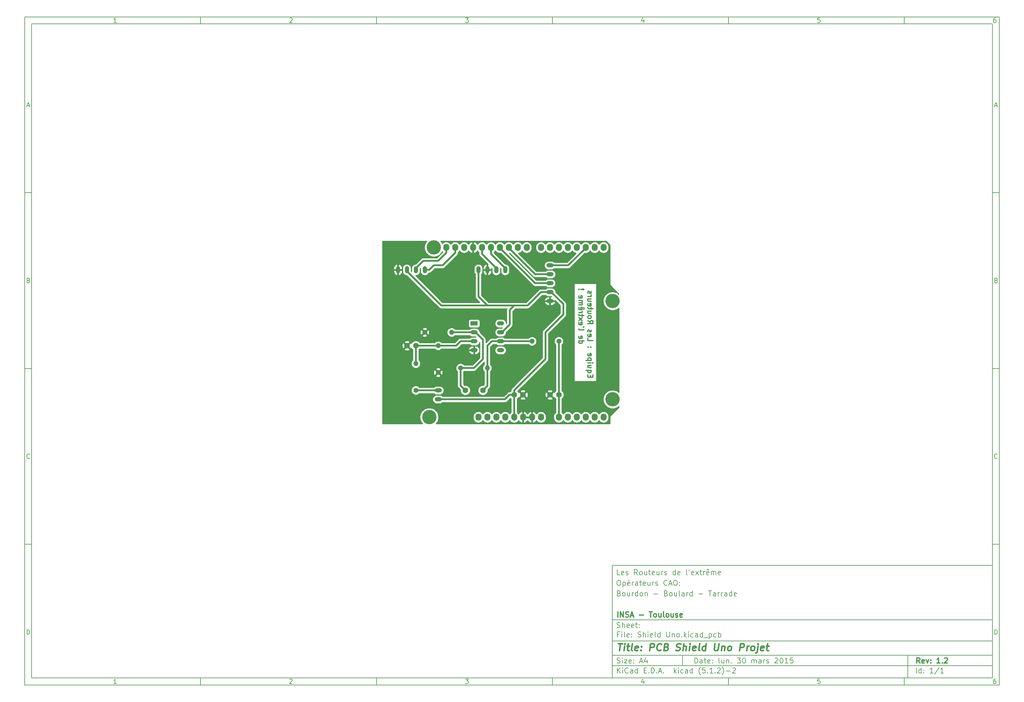
<source format=gbr>
G04 #@! TF.GenerationSoftware,KiCad,Pcbnew,(5.1.2)-2*
G04 #@! TF.CreationDate,2021-03-19T11:37:24+01:00*
G04 #@! TF.ProjectId,Shield Uno,53686965-6c64-4205-956e-6f2e6b696361,1.2*
G04 #@! TF.SameCoordinates,Original*
G04 #@! TF.FileFunction,Copper,L2,Bot*
G04 #@! TF.FilePolarity,Positive*
%FSLAX46Y46*%
G04 Gerber Fmt 4.6, Leading zero omitted, Abs format (unit mm)*
G04 Created by KiCad (PCBNEW (5.1.2)-2) date 2021-03-19 11:37:24*
%MOMM*%
%LPD*%
G04 APERTURE LIST*
%ADD10C,0.100000*%
%ADD11C,0.150000*%
%ADD12C,0.300000*%
%ADD13C,0.400000*%
%ADD14O,2.000000X1.200000*%
%ADD15R,2.000000X1.200000*%
%ADD16O,1.200000X2.000000*%
%ADD17O,1.727200X2.032000*%
%ADD18C,4.064000*%
%ADD19O,1.400000X1.400000*%
%ADD20C,1.400000*%
%ADD21C,1.600000*%
%ADD22C,0.500000*%
%ADD23C,0.254000*%
G04 APERTURE END LIST*
D10*
D11*
X177002200Y-166007200D02*
X177002200Y-198007200D01*
X285002200Y-198007200D01*
X285002200Y-166007200D01*
X177002200Y-166007200D01*
D10*
D11*
X10000000Y-10000000D02*
X10000000Y-200007200D01*
X287002200Y-200007200D01*
X287002200Y-10000000D01*
X10000000Y-10000000D01*
D10*
D11*
X12000000Y-12000000D02*
X12000000Y-198007200D01*
X285002200Y-198007200D01*
X285002200Y-12000000D01*
X12000000Y-12000000D01*
D10*
D11*
X60000000Y-12000000D02*
X60000000Y-10000000D01*
D10*
D11*
X110000000Y-12000000D02*
X110000000Y-10000000D01*
D10*
D11*
X160000000Y-12000000D02*
X160000000Y-10000000D01*
D10*
D11*
X210000000Y-12000000D02*
X210000000Y-10000000D01*
D10*
D11*
X260000000Y-12000000D02*
X260000000Y-10000000D01*
D10*
D11*
X36065476Y-11588095D02*
X35322619Y-11588095D01*
X35694047Y-11588095D02*
X35694047Y-10288095D01*
X35570238Y-10473809D01*
X35446428Y-10597619D01*
X35322619Y-10659523D01*
D10*
D11*
X85322619Y-10411904D02*
X85384523Y-10350000D01*
X85508333Y-10288095D01*
X85817857Y-10288095D01*
X85941666Y-10350000D01*
X86003571Y-10411904D01*
X86065476Y-10535714D01*
X86065476Y-10659523D01*
X86003571Y-10845238D01*
X85260714Y-11588095D01*
X86065476Y-11588095D01*
D10*
D11*
X135260714Y-10288095D02*
X136065476Y-10288095D01*
X135632142Y-10783333D01*
X135817857Y-10783333D01*
X135941666Y-10845238D01*
X136003571Y-10907142D01*
X136065476Y-11030952D01*
X136065476Y-11340476D01*
X136003571Y-11464285D01*
X135941666Y-11526190D01*
X135817857Y-11588095D01*
X135446428Y-11588095D01*
X135322619Y-11526190D01*
X135260714Y-11464285D01*
D10*
D11*
X185941666Y-10721428D02*
X185941666Y-11588095D01*
X185632142Y-10226190D02*
X185322619Y-11154761D01*
X186127380Y-11154761D01*
D10*
D11*
X236003571Y-10288095D02*
X235384523Y-10288095D01*
X235322619Y-10907142D01*
X235384523Y-10845238D01*
X235508333Y-10783333D01*
X235817857Y-10783333D01*
X235941666Y-10845238D01*
X236003571Y-10907142D01*
X236065476Y-11030952D01*
X236065476Y-11340476D01*
X236003571Y-11464285D01*
X235941666Y-11526190D01*
X235817857Y-11588095D01*
X235508333Y-11588095D01*
X235384523Y-11526190D01*
X235322619Y-11464285D01*
D10*
D11*
X285941666Y-10288095D02*
X285694047Y-10288095D01*
X285570238Y-10350000D01*
X285508333Y-10411904D01*
X285384523Y-10597619D01*
X285322619Y-10845238D01*
X285322619Y-11340476D01*
X285384523Y-11464285D01*
X285446428Y-11526190D01*
X285570238Y-11588095D01*
X285817857Y-11588095D01*
X285941666Y-11526190D01*
X286003571Y-11464285D01*
X286065476Y-11340476D01*
X286065476Y-11030952D01*
X286003571Y-10907142D01*
X285941666Y-10845238D01*
X285817857Y-10783333D01*
X285570238Y-10783333D01*
X285446428Y-10845238D01*
X285384523Y-10907142D01*
X285322619Y-11030952D01*
D10*
D11*
X60000000Y-198007200D02*
X60000000Y-200007200D01*
D10*
D11*
X110000000Y-198007200D02*
X110000000Y-200007200D01*
D10*
D11*
X160000000Y-198007200D02*
X160000000Y-200007200D01*
D10*
D11*
X210000000Y-198007200D02*
X210000000Y-200007200D01*
D10*
D11*
X260000000Y-198007200D02*
X260000000Y-200007200D01*
D10*
D11*
X36065476Y-199595295D02*
X35322619Y-199595295D01*
X35694047Y-199595295D02*
X35694047Y-198295295D01*
X35570238Y-198481009D01*
X35446428Y-198604819D01*
X35322619Y-198666723D01*
D10*
D11*
X85322619Y-198419104D02*
X85384523Y-198357200D01*
X85508333Y-198295295D01*
X85817857Y-198295295D01*
X85941666Y-198357200D01*
X86003571Y-198419104D01*
X86065476Y-198542914D01*
X86065476Y-198666723D01*
X86003571Y-198852438D01*
X85260714Y-199595295D01*
X86065476Y-199595295D01*
D10*
D11*
X135260714Y-198295295D02*
X136065476Y-198295295D01*
X135632142Y-198790533D01*
X135817857Y-198790533D01*
X135941666Y-198852438D01*
X136003571Y-198914342D01*
X136065476Y-199038152D01*
X136065476Y-199347676D01*
X136003571Y-199471485D01*
X135941666Y-199533390D01*
X135817857Y-199595295D01*
X135446428Y-199595295D01*
X135322619Y-199533390D01*
X135260714Y-199471485D01*
D10*
D11*
X185941666Y-198728628D02*
X185941666Y-199595295D01*
X185632142Y-198233390D02*
X185322619Y-199161961D01*
X186127380Y-199161961D01*
D10*
D11*
X236003571Y-198295295D02*
X235384523Y-198295295D01*
X235322619Y-198914342D01*
X235384523Y-198852438D01*
X235508333Y-198790533D01*
X235817857Y-198790533D01*
X235941666Y-198852438D01*
X236003571Y-198914342D01*
X236065476Y-199038152D01*
X236065476Y-199347676D01*
X236003571Y-199471485D01*
X235941666Y-199533390D01*
X235817857Y-199595295D01*
X235508333Y-199595295D01*
X235384523Y-199533390D01*
X235322619Y-199471485D01*
D10*
D11*
X285941666Y-198295295D02*
X285694047Y-198295295D01*
X285570238Y-198357200D01*
X285508333Y-198419104D01*
X285384523Y-198604819D01*
X285322619Y-198852438D01*
X285322619Y-199347676D01*
X285384523Y-199471485D01*
X285446428Y-199533390D01*
X285570238Y-199595295D01*
X285817857Y-199595295D01*
X285941666Y-199533390D01*
X286003571Y-199471485D01*
X286065476Y-199347676D01*
X286065476Y-199038152D01*
X286003571Y-198914342D01*
X285941666Y-198852438D01*
X285817857Y-198790533D01*
X285570238Y-198790533D01*
X285446428Y-198852438D01*
X285384523Y-198914342D01*
X285322619Y-199038152D01*
D10*
D11*
X10000000Y-60000000D02*
X12000000Y-60000000D01*
D10*
D11*
X10000000Y-110000000D02*
X12000000Y-110000000D01*
D10*
D11*
X10000000Y-160000000D02*
X12000000Y-160000000D01*
D10*
D11*
X10690476Y-35216666D02*
X11309523Y-35216666D01*
X10566666Y-35588095D02*
X11000000Y-34288095D01*
X11433333Y-35588095D01*
D10*
D11*
X11092857Y-84907142D02*
X11278571Y-84969047D01*
X11340476Y-85030952D01*
X11402380Y-85154761D01*
X11402380Y-85340476D01*
X11340476Y-85464285D01*
X11278571Y-85526190D01*
X11154761Y-85588095D01*
X10659523Y-85588095D01*
X10659523Y-84288095D01*
X11092857Y-84288095D01*
X11216666Y-84350000D01*
X11278571Y-84411904D01*
X11340476Y-84535714D01*
X11340476Y-84659523D01*
X11278571Y-84783333D01*
X11216666Y-84845238D01*
X11092857Y-84907142D01*
X10659523Y-84907142D01*
D10*
D11*
X11402380Y-135464285D02*
X11340476Y-135526190D01*
X11154761Y-135588095D01*
X11030952Y-135588095D01*
X10845238Y-135526190D01*
X10721428Y-135402380D01*
X10659523Y-135278571D01*
X10597619Y-135030952D01*
X10597619Y-134845238D01*
X10659523Y-134597619D01*
X10721428Y-134473809D01*
X10845238Y-134350000D01*
X11030952Y-134288095D01*
X11154761Y-134288095D01*
X11340476Y-134350000D01*
X11402380Y-134411904D01*
D10*
D11*
X10659523Y-185588095D02*
X10659523Y-184288095D01*
X10969047Y-184288095D01*
X11154761Y-184350000D01*
X11278571Y-184473809D01*
X11340476Y-184597619D01*
X11402380Y-184845238D01*
X11402380Y-185030952D01*
X11340476Y-185278571D01*
X11278571Y-185402380D01*
X11154761Y-185526190D01*
X10969047Y-185588095D01*
X10659523Y-185588095D01*
D10*
D11*
X287002200Y-60000000D02*
X285002200Y-60000000D01*
D10*
D11*
X287002200Y-110000000D02*
X285002200Y-110000000D01*
D10*
D11*
X287002200Y-160000000D02*
X285002200Y-160000000D01*
D10*
D11*
X285692676Y-35216666D02*
X286311723Y-35216666D01*
X285568866Y-35588095D02*
X286002200Y-34288095D01*
X286435533Y-35588095D01*
D10*
D11*
X286095057Y-84907142D02*
X286280771Y-84969047D01*
X286342676Y-85030952D01*
X286404580Y-85154761D01*
X286404580Y-85340476D01*
X286342676Y-85464285D01*
X286280771Y-85526190D01*
X286156961Y-85588095D01*
X285661723Y-85588095D01*
X285661723Y-84288095D01*
X286095057Y-84288095D01*
X286218866Y-84350000D01*
X286280771Y-84411904D01*
X286342676Y-84535714D01*
X286342676Y-84659523D01*
X286280771Y-84783333D01*
X286218866Y-84845238D01*
X286095057Y-84907142D01*
X285661723Y-84907142D01*
D10*
D11*
X286404580Y-135464285D02*
X286342676Y-135526190D01*
X286156961Y-135588095D01*
X286033152Y-135588095D01*
X285847438Y-135526190D01*
X285723628Y-135402380D01*
X285661723Y-135278571D01*
X285599819Y-135030952D01*
X285599819Y-134845238D01*
X285661723Y-134597619D01*
X285723628Y-134473809D01*
X285847438Y-134350000D01*
X286033152Y-134288095D01*
X286156961Y-134288095D01*
X286342676Y-134350000D01*
X286404580Y-134411904D01*
D10*
D11*
X285661723Y-185588095D02*
X285661723Y-184288095D01*
X285971247Y-184288095D01*
X286156961Y-184350000D01*
X286280771Y-184473809D01*
X286342676Y-184597619D01*
X286404580Y-184845238D01*
X286404580Y-185030952D01*
X286342676Y-185278571D01*
X286280771Y-185402380D01*
X286156961Y-185526190D01*
X285971247Y-185588095D01*
X285661723Y-185588095D01*
D10*
D11*
X200434342Y-193785771D02*
X200434342Y-192285771D01*
X200791485Y-192285771D01*
X201005771Y-192357200D01*
X201148628Y-192500057D01*
X201220057Y-192642914D01*
X201291485Y-192928628D01*
X201291485Y-193142914D01*
X201220057Y-193428628D01*
X201148628Y-193571485D01*
X201005771Y-193714342D01*
X200791485Y-193785771D01*
X200434342Y-193785771D01*
X202577200Y-193785771D02*
X202577200Y-193000057D01*
X202505771Y-192857200D01*
X202362914Y-192785771D01*
X202077200Y-192785771D01*
X201934342Y-192857200D01*
X202577200Y-193714342D02*
X202434342Y-193785771D01*
X202077200Y-193785771D01*
X201934342Y-193714342D01*
X201862914Y-193571485D01*
X201862914Y-193428628D01*
X201934342Y-193285771D01*
X202077200Y-193214342D01*
X202434342Y-193214342D01*
X202577200Y-193142914D01*
X203077200Y-192785771D02*
X203648628Y-192785771D01*
X203291485Y-192285771D02*
X203291485Y-193571485D01*
X203362914Y-193714342D01*
X203505771Y-193785771D01*
X203648628Y-193785771D01*
X204720057Y-193714342D02*
X204577200Y-193785771D01*
X204291485Y-193785771D01*
X204148628Y-193714342D01*
X204077200Y-193571485D01*
X204077200Y-193000057D01*
X204148628Y-192857200D01*
X204291485Y-192785771D01*
X204577200Y-192785771D01*
X204720057Y-192857200D01*
X204791485Y-193000057D01*
X204791485Y-193142914D01*
X204077200Y-193285771D01*
X205434342Y-193642914D02*
X205505771Y-193714342D01*
X205434342Y-193785771D01*
X205362914Y-193714342D01*
X205434342Y-193642914D01*
X205434342Y-193785771D01*
X205434342Y-192857200D02*
X205505771Y-192928628D01*
X205434342Y-193000057D01*
X205362914Y-192928628D01*
X205434342Y-192857200D01*
X205434342Y-193000057D01*
X207505771Y-193785771D02*
X207362914Y-193714342D01*
X207291485Y-193571485D01*
X207291485Y-192285771D01*
X208720057Y-192785771D02*
X208720057Y-193785771D01*
X208077200Y-192785771D02*
X208077200Y-193571485D01*
X208148628Y-193714342D01*
X208291485Y-193785771D01*
X208505771Y-193785771D01*
X208648628Y-193714342D01*
X208720057Y-193642914D01*
X209434342Y-192785771D02*
X209434342Y-193785771D01*
X209434342Y-192928628D02*
X209505771Y-192857200D01*
X209648628Y-192785771D01*
X209862914Y-192785771D01*
X210005771Y-192857200D01*
X210077200Y-193000057D01*
X210077200Y-193785771D01*
X210791485Y-193642914D02*
X210862914Y-193714342D01*
X210791485Y-193785771D01*
X210720057Y-193714342D01*
X210791485Y-193642914D01*
X210791485Y-193785771D01*
X212505771Y-192285771D02*
X213434342Y-192285771D01*
X212934342Y-192857200D01*
X213148628Y-192857200D01*
X213291485Y-192928628D01*
X213362914Y-193000057D01*
X213434342Y-193142914D01*
X213434342Y-193500057D01*
X213362914Y-193642914D01*
X213291485Y-193714342D01*
X213148628Y-193785771D01*
X212720057Y-193785771D01*
X212577200Y-193714342D01*
X212505771Y-193642914D01*
X214362914Y-192285771D02*
X214505771Y-192285771D01*
X214648628Y-192357200D01*
X214720057Y-192428628D01*
X214791485Y-192571485D01*
X214862914Y-192857200D01*
X214862914Y-193214342D01*
X214791485Y-193500057D01*
X214720057Y-193642914D01*
X214648628Y-193714342D01*
X214505771Y-193785771D01*
X214362914Y-193785771D01*
X214220057Y-193714342D01*
X214148628Y-193642914D01*
X214077200Y-193500057D01*
X214005771Y-193214342D01*
X214005771Y-192857200D01*
X214077200Y-192571485D01*
X214148628Y-192428628D01*
X214220057Y-192357200D01*
X214362914Y-192285771D01*
X216648628Y-193785771D02*
X216648628Y-192785771D01*
X216648628Y-192928628D02*
X216720057Y-192857200D01*
X216862914Y-192785771D01*
X217077200Y-192785771D01*
X217220057Y-192857200D01*
X217291485Y-193000057D01*
X217291485Y-193785771D01*
X217291485Y-193000057D02*
X217362914Y-192857200D01*
X217505771Y-192785771D01*
X217720057Y-192785771D01*
X217862914Y-192857200D01*
X217934342Y-193000057D01*
X217934342Y-193785771D01*
X219291485Y-193785771D02*
X219291485Y-193000057D01*
X219220057Y-192857200D01*
X219077200Y-192785771D01*
X218791485Y-192785771D01*
X218648628Y-192857200D01*
X219291485Y-193714342D02*
X219148628Y-193785771D01*
X218791485Y-193785771D01*
X218648628Y-193714342D01*
X218577200Y-193571485D01*
X218577200Y-193428628D01*
X218648628Y-193285771D01*
X218791485Y-193214342D01*
X219148628Y-193214342D01*
X219291485Y-193142914D01*
X220005771Y-193785771D02*
X220005771Y-192785771D01*
X220005771Y-193071485D02*
X220077200Y-192928628D01*
X220148628Y-192857200D01*
X220291485Y-192785771D01*
X220434342Y-192785771D01*
X220862914Y-193714342D02*
X221005771Y-193785771D01*
X221291485Y-193785771D01*
X221434342Y-193714342D01*
X221505771Y-193571485D01*
X221505771Y-193500057D01*
X221434342Y-193357200D01*
X221291485Y-193285771D01*
X221077200Y-193285771D01*
X220934342Y-193214342D01*
X220862914Y-193071485D01*
X220862914Y-193000057D01*
X220934342Y-192857200D01*
X221077200Y-192785771D01*
X221291485Y-192785771D01*
X221434342Y-192857200D01*
X223220057Y-192428628D02*
X223291485Y-192357200D01*
X223434342Y-192285771D01*
X223791485Y-192285771D01*
X223934342Y-192357200D01*
X224005771Y-192428628D01*
X224077200Y-192571485D01*
X224077200Y-192714342D01*
X224005771Y-192928628D01*
X223148628Y-193785771D01*
X224077200Y-193785771D01*
X225005771Y-192285771D02*
X225148628Y-192285771D01*
X225291485Y-192357200D01*
X225362914Y-192428628D01*
X225434342Y-192571485D01*
X225505771Y-192857200D01*
X225505771Y-193214342D01*
X225434342Y-193500057D01*
X225362914Y-193642914D01*
X225291485Y-193714342D01*
X225148628Y-193785771D01*
X225005771Y-193785771D01*
X224862914Y-193714342D01*
X224791485Y-193642914D01*
X224720057Y-193500057D01*
X224648628Y-193214342D01*
X224648628Y-192857200D01*
X224720057Y-192571485D01*
X224791485Y-192428628D01*
X224862914Y-192357200D01*
X225005771Y-192285771D01*
X226934342Y-193785771D02*
X226077200Y-193785771D01*
X226505771Y-193785771D02*
X226505771Y-192285771D01*
X226362914Y-192500057D01*
X226220057Y-192642914D01*
X226077200Y-192714342D01*
X228291485Y-192285771D02*
X227577200Y-192285771D01*
X227505771Y-193000057D01*
X227577200Y-192928628D01*
X227720057Y-192857200D01*
X228077200Y-192857200D01*
X228220057Y-192928628D01*
X228291485Y-193000057D01*
X228362914Y-193142914D01*
X228362914Y-193500057D01*
X228291485Y-193642914D01*
X228220057Y-193714342D01*
X228077200Y-193785771D01*
X227720057Y-193785771D01*
X227577200Y-193714342D01*
X227505771Y-193642914D01*
D10*
D11*
X177002200Y-194507200D02*
X285002200Y-194507200D01*
D10*
D11*
X178434342Y-196585771D02*
X178434342Y-195085771D01*
X179291485Y-196585771D02*
X178648628Y-195728628D01*
X179291485Y-195085771D02*
X178434342Y-195942914D01*
X179934342Y-196585771D02*
X179934342Y-195585771D01*
X179934342Y-195085771D02*
X179862914Y-195157200D01*
X179934342Y-195228628D01*
X180005771Y-195157200D01*
X179934342Y-195085771D01*
X179934342Y-195228628D01*
X181505771Y-196442914D02*
X181434342Y-196514342D01*
X181220057Y-196585771D01*
X181077200Y-196585771D01*
X180862914Y-196514342D01*
X180720057Y-196371485D01*
X180648628Y-196228628D01*
X180577200Y-195942914D01*
X180577200Y-195728628D01*
X180648628Y-195442914D01*
X180720057Y-195300057D01*
X180862914Y-195157200D01*
X181077200Y-195085771D01*
X181220057Y-195085771D01*
X181434342Y-195157200D01*
X181505771Y-195228628D01*
X182791485Y-196585771D02*
X182791485Y-195800057D01*
X182720057Y-195657200D01*
X182577200Y-195585771D01*
X182291485Y-195585771D01*
X182148628Y-195657200D01*
X182791485Y-196514342D02*
X182648628Y-196585771D01*
X182291485Y-196585771D01*
X182148628Y-196514342D01*
X182077200Y-196371485D01*
X182077200Y-196228628D01*
X182148628Y-196085771D01*
X182291485Y-196014342D01*
X182648628Y-196014342D01*
X182791485Y-195942914D01*
X184148628Y-196585771D02*
X184148628Y-195085771D01*
X184148628Y-196514342D02*
X184005771Y-196585771D01*
X183720057Y-196585771D01*
X183577200Y-196514342D01*
X183505771Y-196442914D01*
X183434342Y-196300057D01*
X183434342Y-195871485D01*
X183505771Y-195728628D01*
X183577200Y-195657200D01*
X183720057Y-195585771D01*
X184005771Y-195585771D01*
X184148628Y-195657200D01*
X186005771Y-195800057D02*
X186505771Y-195800057D01*
X186720057Y-196585771D02*
X186005771Y-196585771D01*
X186005771Y-195085771D01*
X186720057Y-195085771D01*
X187362914Y-196442914D02*
X187434342Y-196514342D01*
X187362914Y-196585771D01*
X187291485Y-196514342D01*
X187362914Y-196442914D01*
X187362914Y-196585771D01*
X188077200Y-196585771D02*
X188077200Y-195085771D01*
X188434342Y-195085771D01*
X188648628Y-195157200D01*
X188791485Y-195300057D01*
X188862914Y-195442914D01*
X188934342Y-195728628D01*
X188934342Y-195942914D01*
X188862914Y-196228628D01*
X188791485Y-196371485D01*
X188648628Y-196514342D01*
X188434342Y-196585771D01*
X188077200Y-196585771D01*
X189577200Y-196442914D02*
X189648628Y-196514342D01*
X189577200Y-196585771D01*
X189505771Y-196514342D01*
X189577200Y-196442914D01*
X189577200Y-196585771D01*
X190220057Y-196157200D02*
X190934342Y-196157200D01*
X190077200Y-196585771D02*
X190577200Y-195085771D01*
X191077200Y-196585771D01*
X191577200Y-196442914D02*
X191648628Y-196514342D01*
X191577200Y-196585771D01*
X191505771Y-196514342D01*
X191577200Y-196442914D01*
X191577200Y-196585771D01*
X194577200Y-196585771D02*
X194577200Y-195085771D01*
X194720057Y-196014342D02*
X195148628Y-196585771D01*
X195148628Y-195585771D02*
X194577200Y-196157200D01*
X195791485Y-196585771D02*
X195791485Y-195585771D01*
X195791485Y-195085771D02*
X195720057Y-195157200D01*
X195791485Y-195228628D01*
X195862914Y-195157200D01*
X195791485Y-195085771D01*
X195791485Y-195228628D01*
X197148628Y-196514342D02*
X197005771Y-196585771D01*
X196720057Y-196585771D01*
X196577200Y-196514342D01*
X196505771Y-196442914D01*
X196434342Y-196300057D01*
X196434342Y-195871485D01*
X196505771Y-195728628D01*
X196577200Y-195657200D01*
X196720057Y-195585771D01*
X197005771Y-195585771D01*
X197148628Y-195657200D01*
X198434342Y-196585771D02*
X198434342Y-195800057D01*
X198362914Y-195657200D01*
X198220057Y-195585771D01*
X197934342Y-195585771D01*
X197791485Y-195657200D01*
X198434342Y-196514342D02*
X198291485Y-196585771D01*
X197934342Y-196585771D01*
X197791485Y-196514342D01*
X197720057Y-196371485D01*
X197720057Y-196228628D01*
X197791485Y-196085771D01*
X197934342Y-196014342D01*
X198291485Y-196014342D01*
X198434342Y-195942914D01*
X199791485Y-196585771D02*
X199791485Y-195085771D01*
X199791485Y-196514342D02*
X199648628Y-196585771D01*
X199362914Y-196585771D01*
X199220057Y-196514342D01*
X199148628Y-196442914D01*
X199077200Y-196300057D01*
X199077200Y-195871485D01*
X199148628Y-195728628D01*
X199220057Y-195657200D01*
X199362914Y-195585771D01*
X199648628Y-195585771D01*
X199791485Y-195657200D01*
X202077200Y-197157200D02*
X202005771Y-197085771D01*
X201862914Y-196871485D01*
X201791485Y-196728628D01*
X201720057Y-196514342D01*
X201648628Y-196157200D01*
X201648628Y-195871485D01*
X201720057Y-195514342D01*
X201791485Y-195300057D01*
X201862914Y-195157200D01*
X202005771Y-194942914D01*
X202077200Y-194871485D01*
X203362914Y-195085771D02*
X202648628Y-195085771D01*
X202577200Y-195800057D01*
X202648628Y-195728628D01*
X202791485Y-195657200D01*
X203148628Y-195657200D01*
X203291485Y-195728628D01*
X203362914Y-195800057D01*
X203434342Y-195942914D01*
X203434342Y-196300057D01*
X203362914Y-196442914D01*
X203291485Y-196514342D01*
X203148628Y-196585771D01*
X202791485Y-196585771D01*
X202648628Y-196514342D01*
X202577200Y-196442914D01*
X204077200Y-196442914D02*
X204148628Y-196514342D01*
X204077200Y-196585771D01*
X204005771Y-196514342D01*
X204077200Y-196442914D01*
X204077200Y-196585771D01*
X205577200Y-196585771D02*
X204720057Y-196585771D01*
X205148628Y-196585771D02*
X205148628Y-195085771D01*
X205005771Y-195300057D01*
X204862914Y-195442914D01*
X204720057Y-195514342D01*
X206220057Y-196442914D02*
X206291485Y-196514342D01*
X206220057Y-196585771D01*
X206148628Y-196514342D01*
X206220057Y-196442914D01*
X206220057Y-196585771D01*
X206862914Y-195228628D02*
X206934342Y-195157200D01*
X207077200Y-195085771D01*
X207434342Y-195085771D01*
X207577200Y-195157200D01*
X207648628Y-195228628D01*
X207720057Y-195371485D01*
X207720057Y-195514342D01*
X207648628Y-195728628D01*
X206791485Y-196585771D01*
X207720057Y-196585771D01*
X208220057Y-197157200D02*
X208291485Y-197085771D01*
X208434342Y-196871485D01*
X208505771Y-196728628D01*
X208577200Y-196514342D01*
X208648628Y-196157200D01*
X208648628Y-195871485D01*
X208577200Y-195514342D01*
X208505771Y-195300057D01*
X208434342Y-195157200D01*
X208291485Y-194942914D01*
X208220057Y-194871485D01*
X209362914Y-196014342D02*
X210505771Y-196014342D01*
X211148628Y-195228628D02*
X211220057Y-195157200D01*
X211362914Y-195085771D01*
X211720057Y-195085771D01*
X211862914Y-195157200D01*
X211934342Y-195228628D01*
X212005771Y-195371485D01*
X212005771Y-195514342D01*
X211934342Y-195728628D01*
X211077200Y-196585771D01*
X212005771Y-196585771D01*
D10*
D11*
X177002200Y-191507200D02*
X285002200Y-191507200D01*
D10*
D12*
X264411485Y-193785771D02*
X263911485Y-193071485D01*
X263554342Y-193785771D02*
X263554342Y-192285771D01*
X264125771Y-192285771D01*
X264268628Y-192357200D01*
X264340057Y-192428628D01*
X264411485Y-192571485D01*
X264411485Y-192785771D01*
X264340057Y-192928628D01*
X264268628Y-193000057D01*
X264125771Y-193071485D01*
X263554342Y-193071485D01*
X265625771Y-193714342D02*
X265482914Y-193785771D01*
X265197200Y-193785771D01*
X265054342Y-193714342D01*
X264982914Y-193571485D01*
X264982914Y-193000057D01*
X265054342Y-192857200D01*
X265197200Y-192785771D01*
X265482914Y-192785771D01*
X265625771Y-192857200D01*
X265697200Y-193000057D01*
X265697200Y-193142914D01*
X264982914Y-193285771D01*
X266197200Y-192785771D02*
X266554342Y-193785771D01*
X266911485Y-192785771D01*
X267482914Y-193642914D02*
X267554342Y-193714342D01*
X267482914Y-193785771D01*
X267411485Y-193714342D01*
X267482914Y-193642914D01*
X267482914Y-193785771D01*
X267482914Y-192857200D02*
X267554342Y-192928628D01*
X267482914Y-193000057D01*
X267411485Y-192928628D01*
X267482914Y-192857200D01*
X267482914Y-193000057D01*
X270125771Y-193785771D02*
X269268628Y-193785771D01*
X269697200Y-193785771D02*
X269697200Y-192285771D01*
X269554342Y-192500057D01*
X269411485Y-192642914D01*
X269268628Y-192714342D01*
X270768628Y-193642914D02*
X270840057Y-193714342D01*
X270768628Y-193785771D01*
X270697200Y-193714342D01*
X270768628Y-193642914D01*
X270768628Y-193785771D01*
X271411485Y-192428628D02*
X271482914Y-192357200D01*
X271625771Y-192285771D01*
X271982914Y-192285771D01*
X272125771Y-192357200D01*
X272197200Y-192428628D01*
X272268628Y-192571485D01*
X272268628Y-192714342D01*
X272197200Y-192928628D01*
X271340057Y-193785771D01*
X272268628Y-193785771D01*
D10*
D11*
X178362914Y-193714342D02*
X178577200Y-193785771D01*
X178934342Y-193785771D01*
X179077200Y-193714342D01*
X179148628Y-193642914D01*
X179220057Y-193500057D01*
X179220057Y-193357200D01*
X179148628Y-193214342D01*
X179077200Y-193142914D01*
X178934342Y-193071485D01*
X178648628Y-193000057D01*
X178505771Y-192928628D01*
X178434342Y-192857200D01*
X178362914Y-192714342D01*
X178362914Y-192571485D01*
X178434342Y-192428628D01*
X178505771Y-192357200D01*
X178648628Y-192285771D01*
X179005771Y-192285771D01*
X179220057Y-192357200D01*
X179862914Y-193785771D02*
X179862914Y-192785771D01*
X179862914Y-192285771D02*
X179791485Y-192357200D01*
X179862914Y-192428628D01*
X179934342Y-192357200D01*
X179862914Y-192285771D01*
X179862914Y-192428628D01*
X180434342Y-192785771D02*
X181220057Y-192785771D01*
X180434342Y-193785771D01*
X181220057Y-193785771D01*
X182362914Y-193714342D02*
X182220057Y-193785771D01*
X181934342Y-193785771D01*
X181791485Y-193714342D01*
X181720057Y-193571485D01*
X181720057Y-193000057D01*
X181791485Y-192857200D01*
X181934342Y-192785771D01*
X182220057Y-192785771D01*
X182362914Y-192857200D01*
X182434342Y-193000057D01*
X182434342Y-193142914D01*
X181720057Y-193285771D01*
X183077200Y-193642914D02*
X183148628Y-193714342D01*
X183077200Y-193785771D01*
X183005771Y-193714342D01*
X183077200Y-193642914D01*
X183077200Y-193785771D01*
X183077200Y-192857200D02*
X183148628Y-192928628D01*
X183077200Y-193000057D01*
X183005771Y-192928628D01*
X183077200Y-192857200D01*
X183077200Y-193000057D01*
X184862914Y-193357200D02*
X185577200Y-193357200D01*
X184720057Y-193785771D02*
X185220057Y-192285771D01*
X185720057Y-193785771D01*
X186862914Y-192785771D02*
X186862914Y-193785771D01*
X186505771Y-192214342D02*
X186148628Y-193285771D01*
X187077200Y-193285771D01*
D10*
D11*
X263434342Y-196585771D02*
X263434342Y-195085771D01*
X264791485Y-196585771D02*
X264791485Y-195085771D01*
X264791485Y-196514342D02*
X264648628Y-196585771D01*
X264362914Y-196585771D01*
X264220057Y-196514342D01*
X264148628Y-196442914D01*
X264077200Y-196300057D01*
X264077200Y-195871485D01*
X264148628Y-195728628D01*
X264220057Y-195657200D01*
X264362914Y-195585771D01*
X264648628Y-195585771D01*
X264791485Y-195657200D01*
X265505771Y-196442914D02*
X265577200Y-196514342D01*
X265505771Y-196585771D01*
X265434342Y-196514342D01*
X265505771Y-196442914D01*
X265505771Y-196585771D01*
X265505771Y-195657200D02*
X265577200Y-195728628D01*
X265505771Y-195800057D01*
X265434342Y-195728628D01*
X265505771Y-195657200D01*
X265505771Y-195800057D01*
X268148628Y-196585771D02*
X267291485Y-196585771D01*
X267720057Y-196585771D02*
X267720057Y-195085771D01*
X267577200Y-195300057D01*
X267434342Y-195442914D01*
X267291485Y-195514342D01*
X269862914Y-195014342D02*
X268577200Y-196942914D01*
X271148628Y-196585771D02*
X270291485Y-196585771D01*
X270720057Y-196585771D02*
X270720057Y-195085771D01*
X270577200Y-195300057D01*
X270434342Y-195442914D01*
X270291485Y-195514342D01*
D10*
D11*
X177002200Y-187507200D02*
X285002200Y-187507200D01*
D10*
D13*
X178714580Y-188211961D02*
X179857438Y-188211961D01*
X179036009Y-190211961D02*
X179286009Y-188211961D01*
X180274104Y-190211961D02*
X180440771Y-188878628D01*
X180524104Y-188211961D02*
X180416961Y-188307200D01*
X180500295Y-188402438D01*
X180607438Y-188307200D01*
X180524104Y-188211961D01*
X180500295Y-188402438D01*
X181107438Y-188878628D02*
X181869342Y-188878628D01*
X181476485Y-188211961D02*
X181262200Y-189926247D01*
X181333628Y-190116723D01*
X181512200Y-190211961D01*
X181702676Y-190211961D01*
X182655057Y-190211961D02*
X182476485Y-190116723D01*
X182405057Y-189926247D01*
X182619342Y-188211961D01*
X184190771Y-190116723D02*
X183988390Y-190211961D01*
X183607438Y-190211961D01*
X183428866Y-190116723D01*
X183357438Y-189926247D01*
X183452676Y-189164342D01*
X183571723Y-188973866D01*
X183774104Y-188878628D01*
X184155057Y-188878628D01*
X184333628Y-188973866D01*
X184405057Y-189164342D01*
X184381247Y-189354819D01*
X183405057Y-189545295D01*
X185155057Y-190021485D02*
X185238390Y-190116723D01*
X185131247Y-190211961D01*
X185047914Y-190116723D01*
X185155057Y-190021485D01*
X185131247Y-190211961D01*
X185286009Y-188973866D02*
X185369342Y-189069104D01*
X185262200Y-189164342D01*
X185178866Y-189069104D01*
X185286009Y-188973866D01*
X185262200Y-189164342D01*
X187607438Y-190211961D02*
X187857438Y-188211961D01*
X188619342Y-188211961D01*
X188797914Y-188307200D01*
X188881247Y-188402438D01*
X188952676Y-188592914D01*
X188916961Y-188878628D01*
X188797914Y-189069104D01*
X188690771Y-189164342D01*
X188488390Y-189259580D01*
X187726485Y-189259580D01*
X190774104Y-190021485D02*
X190666961Y-190116723D01*
X190369342Y-190211961D01*
X190178866Y-190211961D01*
X189905057Y-190116723D01*
X189738390Y-189926247D01*
X189666961Y-189735771D01*
X189619342Y-189354819D01*
X189655057Y-189069104D01*
X189797914Y-188688152D01*
X189916961Y-188497676D01*
X190131247Y-188307200D01*
X190428866Y-188211961D01*
X190619342Y-188211961D01*
X190893152Y-188307200D01*
X190976485Y-188402438D01*
X192405057Y-189164342D02*
X192678866Y-189259580D01*
X192762200Y-189354819D01*
X192833628Y-189545295D01*
X192797914Y-189831009D01*
X192678866Y-190021485D01*
X192571723Y-190116723D01*
X192369342Y-190211961D01*
X191607438Y-190211961D01*
X191857438Y-188211961D01*
X192524104Y-188211961D01*
X192702676Y-188307200D01*
X192786009Y-188402438D01*
X192857438Y-188592914D01*
X192833628Y-188783390D01*
X192714580Y-188973866D01*
X192607438Y-189069104D01*
X192405057Y-189164342D01*
X191738390Y-189164342D01*
X195047914Y-190116723D02*
X195321723Y-190211961D01*
X195797914Y-190211961D01*
X196000295Y-190116723D01*
X196107438Y-190021485D01*
X196226485Y-189831009D01*
X196250295Y-189640533D01*
X196178866Y-189450057D01*
X196095533Y-189354819D01*
X195916961Y-189259580D01*
X195547914Y-189164342D01*
X195369342Y-189069104D01*
X195286009Y-188973866D01*
X195214580Y-188783390D01*
X195238390Y-188592914D01*
X195357438Y-188402438D01*
X195464580Y-188307200D01*
X195666961Y-188211961D01*
X196143152Y-188211961D01*
X196416961Y-188307200D01*
X197036009Y-190211961D02*
X197286009Y-188211961D01*
X197893152Y-190211961D02*
X198024104Y-189164342D01*
X197952676Y-188973866D01*
X197774104Y-188878628D01*
X197488390Y-188878628D01*
X197286009Y-188973866D01*
X197178866Y-189069104D01*
X198845533Y-190211961D02*
X199012200Y-188878628D01*
X199095533Y-188211961D02*
X198988390Y-188307200D01*
X199071723Y-188402438D01*
X199178866Y-188307200D01*
X199095533Y-188211961D01*
X199071723Y-188402438D01*
X200571723Y-190116723D02*
X200369342Y-190211961D01*
X199988390Y-190211961D01*
X199809819Y-190116723D01*
X199738390Y-189926247D01*
X199833628Y-189164342D01*
X199952676Y-188973866D01*
X200155057Y-188878628D01*
X200536009Y-188878628D01*
X200714580Y-188973866D01*
X200786009Y-189164342D01*
X200762200Y-189354819D01*
X199786009Y-189545295D01*
X201797914Y-190211961D02*
X201619342Y-190116723D01*
X201547914Y-189926247D01*
X201762200Y-188211961D01*
X203416961Y-190211961D02*
X203666961Y-188211961D01*
X203428866Y-190116723D02*
X203226485Y-190211961D01*
X202845533Y-190211961D01*
X202666961Y-190116723D01*
X202583628Y-190021485D01*
X202512200Y-189831009D01*
X202583628Y-189259580D01*
X202702676Y-189069104D01*
X202809819Y-188973866D01*
X203012200Y-188878628D01*
X203393152Y-188878628D01*
X203571723Y-188973866D01*
X206143152Y-188211961D02*
X205940771Y-189831009D01*
X206012200Y-190021485D01*
X206095533Y-190116723D01*
X206274104Y-190211961D01*
X206655057Y-190211961D01*
X206857438Y-190116723D01*
X206964580Y-190021485D01*
X207083628Y-189831009D01*
X207286009Y-188211961D01*
X208155057Y-188878628D02*
X207988390Y-190211961D01*
X208131247Y-189069104D02*
X208238390Y-188973866D01*
X208440771Y-188878628D01*
X208726485Y-188878628D01*
X208905057Y-188973866D01*
X208976485Y-189164342D01*
X208845533Y-190211961D01*
X210083628Y-190211961D02*
X209905057Y-190116723D01*
X209821723Y-190021485D01*
X209750295Y-189831009D01*
X209821723Y-189259580D01*
X209940771Y-189069104D01*
X210047914Y-188973866D01*
X210250295Y-188878628D01*
X210536009Y-188878628D01*
X210714580Y-188973866D01*
X210797914Y-189069104D01*
X210869342Y-189259580D01*
X210797914Y-189831009D01*
X210678866Y-190021485D01*
X210571723Y-190116723D01*
X210369342Y-190211961D01*
X210083628Y-190211961D01*
X213131247Y-190211961D02*
X213381247Y-188211961D01*
X214143152Y-188211961D01*
X214321723Y-188307200D01*
X214405057Y-188402438D01*
X214476485Y-188592914D01*
X214440771Y-188878628D01*
X214321723Y-189069104D01*
X214214580Y-189164342D01*
X214012200Y-189259580D01*
X213250295Y-189259580D01*
X215131247Y-190211961D02*
X215297914Y-188878628D01*
X215250295Y-189259580D02*
X215369342Y-189069104D01*
X215476485Y-188973866D01*
X215678866Y-188878628D01*
X215869342Y-188878628D01*
X216655057Y-190211961D02*
X216476485Y-190116723D01*
X216393152Y-190021485D01*
X216321723Y-189831009D01*
X216393152Y-189259580D01*
X216512200Y-189069104D01*
X216619342Y-188973866D01*
X216821723Y-188878628D01*
X217107438Y-188878628D01*
X217286009Y-188973866D01*
X217369342Y-189069104D01*
X217440771Y-189259580D01*
X217369342Y-189831009D01*
X217250295Y-190021485D01*
X217143152Y-190116723D01*
X216940771Y-190211961D01*
X216655057Y-190211961D01*
X218345533Y-188878628D02*
X218131247Y-190592914D01*
X218012200Y-190783390D01*
X217809819Y-190878628D01*
X217714580Y-190878628D01*
X218428866Y-188211961D02*
X218321723Y-188307200D01*
X218405057Y-188402438D01*
X218512200Y-188307200D01*
X218428866Y-188211961D01*
X218405057Y-188402438D01*
X219905057Y-190116723D02*
X219702676Y-190211961D01*
X219321723Y-190211961D01*
X219143152Y-190116723D01*
X219071723Y-189926247D01*
X219166961Y-189164342D01*
X219286009Y-188973866D01*
X219488390Y-188878628D01*
X219869342Y-188878628D01*
X220047914Y-188973866D01*
X220119342Y-189164342D01*
X220095533Y-189354819D01*
X219119342Y-189545295D01*
X220726485Y-188878628D02*
X221488390Y-188878628D01*
X221095533Y-188211961D02*
X220881247Y-189926247D01*
X220952676Y-190116723D01*
X221131247Y-190211961D01*
X221321723Y-190211961D01*
D10*
D11*
X178934342Y-185600057D02*
X178434342Y-185600057D01*
X178434342Y-186385771D02*
X178434342Y-184885771D01*
X179148628Y-184885771D01*
X179720057Y-186385771D02*
X179720057Y-185385771D01*
X179720057Y-184885771D02*
X179648628Y-184957200D01*
X179720057Y-185028628D01*
X179791485Y-184957200D01*
X179720057Y-184885771D01*
X179720057Y-185028628D01*
X180648628Y-186385771D02*
X180505771Y-186314342D01*
X180434342Y-186171485D01*
X180434342Y-184885771D01*
X181791485Y-186314342D02*
X181648628Y-186385771D01*
X181362914Y-186385771D01*
X181220057Y-186314342D01*
X181148628Y-186171485D01*
X181148628Y-185600057D01*
X181220057Y-185457200D01*
X181362914Y-185385771D01*
X181648628Y-185385771D01*
X181791485Y-185457200D01*
X181862914Y-185600057D01*
X181862914Y-185742914D01*
X181148628Y-185885771D01*
X182505771Y-186242914D02*
X182577200Y-186314342D01*
X182505771Y-186385771D01*
X182434342Y-186314342D01*
X182505771Y-186242914D01*
X182505771Y-186385771D01*
X182505771Y-185457200D02*
X182577200Y-185528628D01*
X182505771Y-185600057D01*
X182434342Y-185528628D01*
X182505771Y-185457200D01*
X182505771Y-185600057D01*
X184291485Y-186314342D02*
X184505771Y-186385771D01*
X184862914Y-186385771D01*
X185005771Y-186314342D01*
X185077200Y-186242914D01*
X185148628Y-186100057D01*
X185148628Y-185957200D01*
X185077200Y-185814342D01*
X185005771Y-185742914D01*
X184862914Y-185671485D01*
X184577200Y-185600057D01*
X184434342Y-185528628D01*
X184362914Y-185457200D01*
X184291485Y-185314342D01*
X184291485Y-185171485D01*
X184362914Y-185028628D01*
X184434342Y-184957200D01*
X184577200Y-184885771D01*
X184934342Y-184885771D01*
X185148628Y-184957200D01*
X185791485Y-186385771D02*
X185791485Y-184885771D01*
X186434342Y-186385771D02*
X186434342Y-185600057D01*
X186362914Y-185457200D01*
X186220057Y-185385771D01*
X186005771Y-185385771D01*
X185862914Y-185457200D01*
X185791485Y-185528628D01*
X187148628Y-186385771D02*
X187148628Y-185385771D01*
X187148628Y-184885771D02*
X187077200Y-184957200D01*
X187148628Y-185028628D01*
X187220057Y-184957200D01*
X187148628Y-184885771D01*
X187148628Y-185028628D01*
X188434342Y-186314342D02*
X188291485Y-186385771D01*
X188005771Y-186385771D01*
X187862914Y-186314342D01*
X187791485Y-186171485D01*
X187791485Y-185600057D01*
X187862914Y-185457200D01*
X188005771Y-185385771D01*
X188291485Y-185385771D01*
X188434342Y-185457200D01*
X188505771Y-185600057D01*
X188505771Y-185742914D01*
X187791485Y-185885771D01*
X189362914Y-186385771D02*
X189220057Y-186314342D01*
X189148628Y-186171485D01*
X189148628Y-184885771D01*
X190577200Y-186385771D02*
X190577200Y-184885771D01*
X190577200Y-186314342D02*
X190434342Y-186385771D01*
X190148628Y-186385771D01*
X190005771Y-186314342D01*
X189934342Y-186242914D01*
X189862914Y-186100057D01*
X189862914Y-185671485D01*
X189934342Y-185528628D01*
X190005771Y-185457200D01*
X190148628Y-185385771D01*
X190434342Y-185385771D01*
X190577200Y-185457200D01*
X192434342Y-184885771D02*
X192434342Y-186100057D01*
X192505771Y-186242914D01*
X192577200Y-186314342D01*
X192720057Y-186385771D01*
X193005771Y-186385771D01*
X193148628Y-186314342D01*
X193220057Y-186242914D01*
X193291485Y-186100057D01*
X193291485Y-184885771D01*
X194005771Y-185385771D02*
X194005771Y-186385771D01*
X194005771Y-185528628D02*
X194077200Y-185457200D01*
X194220057Y-185385771D01*
X194434342Y-185385771D01*
X194577200Y-185457200D01*
X194648628Y-185600057D01*
X194648628Y-186385771D01*
X195577200Y-186385771D02*
X195434342Y-186314342D01*
X195362914Y-186242914D01*
X195291485Y-186100057D01*
X195291485Y-185671485D01*
X195362914Y-185528628D01*
X195434342Y-185457200D01*
X195577200Y-185385771D01*
X195791485Y-185385771D01*
X195934342Y-185457200D01*
X196005771Y-185528628D01*
X196077200Y-185671485D01*
X196077200Y-186100057D01*
X196005771Y-186242914D01*
X195934342Y-186314342D01*
X195791485Y-186385771D01*
X195577200Y-186385771D01*
X196720057Y-186242914D02*
X196791485Y-186314342D01*
X196720057Y-186385771D01*
X196648628Y-186314342D01*
X196720057Y-186242914D01*
X196720057Y-186385771D01*
X197434342Y-186385771D02*
X197434342Y-184885771D01*
X197577200Y-185814342D02*
X198005771Y-186385771D01*
X198005771Y-185385771D02*
X197434342Y-185957200D01*
X198648628Y-186385771D02*
X198648628Y-185385771D01*
X198648628Y-184885771D02*
X198577200Y-184957200D01*
X198648628Y-185028628D01*
X198720057Y-184957200D01*
X198648628Y-184885771D01*
X198648628Y-185028628D01*
X200005771Y-186314342D02*
X199862914Y-186385771D01*
X199577200Y-186385771D01*
X199434342Y-186314342D01*
X199362914Y-186242914D01*
X199291485Y-186100057D01*
X199291485Y-185671485D01*
X199362914Y-185528628D01*
X199434342Y-185457200D01*
X199577200Y-185385771D01*
X199862914Y-185385771D01*
X200005771Y-185457200D01*
X201291485Y-186385771D02*
X201291485Y-185600057D01*
X201220057Y-185457200D01*
X201077200Y-185385771D01*
X200791485Y-185385771D01*
X200648628Y-185457200D01*
X201291485Y-186314342D02*
X201148628Y-186385771D01*
X200791485Y-186385771D01*
X200648628Y-186314342D01*
X200577200Y-186171485D01*
X200577200Y-186028628D01*
X200648628Y-185885771D01*
X200791485Y-185814342D01*
X201148628Y-185814342D01*
X201291485Y-185742914D01*
X202648628Y-186385771D02*
X202648628Y-184885771D01*
X202648628Y-186314342D02*
X202505771Y-186385771D01*
X202220057Y-186385771D01*
X202077200Y-186314342D01*
X202005771Y-186242914D01*
X201934342Y-186100057D01*
X201934342Y-185671485D01*
X202005771Y-185528628D01*
X202077200Y-185457200D01*
X202220057Y-185385771D01*
X202505771Y-185385771D01*
X202648628Y-185457200D01*
X203005771Y-186528628D02*
X204148628Y-186528628D01*
X204505771Y-185385771D02*
X204505771Y-186885771D01*
X204505771Y-185457200D02*
X204648628Y-185385771D01*
X204934342Y-185385771D01*
X205077200Y-185457200D01*
X205148628Y-185528628D01*
X205220057Y-185671485D01*
X205220057Y-186100057D01*
X205148628Y-186242914D01*
X205077200Y-186314342D01*
X204934342Y-186385771D01*
X204648628Y-186385771D01*
X204505771Y-186314342D01*
X206505771Y-186314342D02*
X206362914Y-186385771D01*
X206077200Y-186385771D01*
X205934342Y-186314342D01*
X205862914Y-186242914D01*
X205791485Y-186100057D01*
X205791485Y-185671485D01*
X205862914Y-185528628D01*
X205934342Y-185457200D01*
X206077200Y-185385771D01*
X206362914Y-185385771D01*
X206505771Y-185457200D01*
X207148628Y-186385771D02*
X207148628Y-184885771D01*
X207148628Y-185457200D02*
X207291485Y-185385771D01*
X207577200Y-185385771D01*
X207720057Y-185457200D01*
X207791485Y-185528628D01*
X207862914Y-185671485D01*
X207862914Y-186100057D01*
X207791485Y-186242914D01*
X207720057Y-186314342D01*
X207577200Y-186385771D01*
X207291485Y-186385771D01*
X207148628Y-186314342D01*
D10*
D11*
X177002200Y-181507200D02*
X285002200Y-181507200D01*
D10*
D11*
X178362914Y-183614342D02*
X178577200Y-183685771D01*
X178934342Y-183685771D01*
X179077200Y-183614342D01*
X179148628Y-183542914D01*
X179220057Y-183400057D01*
X179220057Y-183257200D01*
X179148628Y-183114342D01*
X179077200Y-183042914D01*
X178934342Y-182971485D01*
X178648628Y-182900057D01*
X178505771Y-182828628D01*
X178434342Y-182757200D01*
X178362914Y-182614342D01*
X178362914Y-182471485D01*
X178434342Y-182328628D01*
X178505771Y-182257200D01*
X178648628Y-182185771D01*
X179005771Y-182185771D01*
X179220057Y-182257200D01*
X179862914Y-183685771D02*
X179862914Y-182185771D01*
X180505771Y-183685771D02*
X180505771Y-182900057D01*
X180434342Y-182757200D01*
X180291485Y-182685771D01*
X180077200Y-182685771D01*
X179934342Y-182757200D01*
X179862914Y-182828628D01*
X181791485Y-183614342D02*
X181648628Y-183685771D01*
X181362914Y-183685771D01*
X181220057Y-183614342D01*
X181148628Y-183471485D01*
X181148628Y-182900057D01*
X181220057Y-182757200D01*
X181362914Y-182685771D01*
X181648628Y-182685771D01*
X181791485Y-182757200D01*
X181862914Y-182900057D01*
X181862914Y-183042914D01*
X181148628Y-183185771D01*
X183077200Y-183614342D02*
X182934342Y-183685771D01*
X182648628Y-183685771D01*
X182505771Y-183614342D01*
X182434342Y-183471485D01*
X182434342Y-182900057D01*
X182505771Y-182757200D01*
X182648628Y-182685771D01*
X182934342Y-182685771D01*
X183077200Y-182757200D01*
X183148628Y-182900057D01*
X183148628Y-183042914D01*
X182434342Y-183185771D01*
X183577200Y-182685771D02*
X184148628Y-182685771D01*
X183791485Y-182185771D02*
X183791485Y-183471485D01*
X183862914Y-183614342D01*
X184005771Y-183685771D01*
X184148628Y-183685771D01*
X184648628Y-183542914D02*
X184720057Y-183614342D01*
X184648628Y-183685771D01*
X184577200Y-183614342D01*
X184648628Y-183542914D01*
X184648628Y-183685771D01*
X184648628Y-182757200D02*
X184720057Y-182828628D01*
X184648628Y-182900057D01*
X184577200Y-182828628D01*
X184648628Y-182757200D01*
X184648628Y-182900057D01*
D10*
D12*
X178554342Y-180685771D02*
X178554342Y-179185771D01*
X179268628Y-180685771D02*
X179268628Y-179185771D01*
X180125771Y-180685771D01*
X180125771Y-179185771D01*
X180768628Y-180614342D02*
X180982914Y-180685771D01*
X181340057Y-180685771D01*
X181482914Y-180614342D01*
X181554342Y-180542914D01*
X181625771Y-180400057D01*
X181625771Y-180257200D01*
X181554342Y-180114342D01*
X181482914Y-180042914D01*
X181340057Y-179971485D01*
X181054342Y-179900057D01*
X180911485Y-179828628D01*
X180840057Y-179757200D01*
X180768628Y-179614342D01*
X180768628Y-179471485D01*
X180840057Y-179328628D01*
X180911485Y-179257200D01*
X181054342Y-179185771D01*
X181411485Y-179185771D01*
X181625771Y-179257200D01*
X182197200Y-180257200D02*
X182911485Y-180257200D01*
X182054342Y-180685771D02*
X182554342Y-179185771D01*
X183054342Y-180685771D01*
X184697200Y-180114342D02*
X185840057Y-180114342D01*
X187482914Y-179185771D02*
X188340057Y-179185771D01*
X187911485Y-180685771D02*
X187911485Y-179185771D01*
X189054342Y-180685771D02*
X188911485Y-180614342D01*
X188840057Y-180542914D01*
X188768628Y-180400057D01*
X188768628Y-179971485D01*
X188840057Y-179828628D01*
X188911485Y-179757200D01*
X189054342Y-179685771D01*
X189268628Y-179685771D01*
X189411485Y-179757200D01*
X189482914Y-179828628D01*
X189554342Y-179971485D01*
X189554342Y-180400057D01*
X189482914Y-180542914D01*
X189411485Y-180614342D01*
X189268628Y-180685771D01*
X189054342Y-180685771D01*
X190840057Y-179685771D02*
X190840057Y-180685771D01*
X190197200Y-179685771D02*
X190197200Y-180471485D01*
X190268628Y-180614342D01*
X190411485Y-180685771D01*
X190625771Y-180685771D01*
X190768628Y-180614342D01*
X190840057Y-180542914D01*
X191768628Y-180685771D02*
X191625771Y-180614342D01*
X191554342Y-180471485D01*
X191554342Y-179185771D01*
X192554342Y-180685771D02*
X192411485Y-180614342D01*
X192340057Y-180542914D01*
X192268628Y-180400057D01*
X192268628Y-179971485D01*
X192340057Y-179828628D01*
X192411485Y-179757200D01*
X192554342Y-179685771D01*
X192768628Y-179685771D01*
X192911485Y-179757200D01*
X192982914Y-179828628D01*
X193054342Y-179971485D01*
X193054342Y-180400057D01*
X192982914Y-180542914D01*
X192911485Y-180614342D01*
X192768628Y-180685771D01*
X192554342Y-180685771D01*
X194340057Y-179685771D02*
X194340057Y-180685771D01*
X193697200Y-179685771D02*
X193697200Y-180471485D01*
X193768628Y-180614342D01*
X193911485Y-180685771D01*
X194125771Y-180685771D01*
X194268628Y-180614342D01*
X194340057Y-180542914D01*
X194982914Y-180614342D02*
X195125771Y-180685771D01*
X195411485Y-180685771D01*
X195554342Y-180614342D01*
X195625771Y-180471485D01*
X195625771Y-180400057D01*
X195554342Y-180257200D01*
X195411485Y-180185771D01*
X195197200Y-180185771D01*
X195054342Y-180114342D01*
X194982914Y-179971485D01*
X194982914Y-179900057D01*
X195054342Y-179757200D01*
X195197200Y-179685771D01*
X195411485Y-179685771D01*
X195554342Y-179757200D01*
X196840057Y-180614342D02*
X196697200Y-180685771D01*
X196411485Y-180685771D01*
X196268628Y-180614342D01*
X196197200Y-180471485D01*
X196197200Y-179900057D01*
X196268628Y-179757200D01*
X196411485Y-179685771D01*
X196697200Y-179685771D01*
X196840057Y-179757200D01*
X196911485Y-179900057D01*
X196911485Y-180042914D01*
X196197200Y-180185771D01*
D10*
D11*
X178934342Y-173900057D02*
X179148628Y-173971485D01*
X179220057Y-174042914D01*
X179291485Y-174185771D01*
X179291485Y-174400057D01*
X179220057Y-174542914D01*
X179148628Y-174614342D01*
X179005771Y-174685771D01*
X178434342Y-174685771D01*
X178434342Y-173185771D01*
X178934342Y-173185771D01*
X179077200Y-173257200D01*
X179148628Y-173328628D01*
X179220057Y-173471485D01*
X179220057Y-173614342D01*
X179148628Y-173757200D01*
X179077200Y-173828628D01*
X178934342Y-173900057D01*
X178434342Y-173900057D01*
X180148628Y-174685771D02*
X180005771Y-174614342D01*
X179934342Y-174542914D01*
X179862914Y-174400057D01*
X179862914Y-173971485D01*
X179934342Y-173828628D01*
X180005771Y-173757200D01*
X180148628Y-173685771D01*
X180362914Y-173685771D01*
X180505771Y-173757200D01*
X180577200Y-173828628D01*
X180648628Y-173971485D01*
X180648628Y-174400057D01*
X180577200Y-174542914D01*
X180505771Y-174614342D01*
X180362914Y-174685771D01*
X180148628Y-174685771D01*
X181934342Y-173685771D02*
X181934342Y-174685771D01*
X181291485Y-173685771D02*
X181291485Y-174471485D01*
X181362914Y-174614342D01*
X181505771Y-174685771D01*
X181720057Y-174685771D01*
X181862914Y-174614342D01*
X181934342Y-174542914D01*
X182648628Y-174685771D02*
X182648628Y-173685771D01*
X182648628Y-173971485D02*
X182720057Y-173828628D01*
X182791485Y-173757200D01*
X182934342Y-173685771D01*
X183077200Y-173685771D01*
X184220057Y-174685771D02*
X184220057Y-173185771D01*
X184220057Y-174614342D02*
X184077200Y-174685771D01*
X183791485Y-174685771D01*
X183648628Y-174614342D01*
X183577200Y-174542914D01*
X183505771Y-174400057D01*
X183505771Y-173971485D01*
X183577200Y-173828628D01*
X183648628Y-173757200D01*
X183791485Y-173685771D01*
X184077200Y-173685771D01*
X184220057Y-173757200D01*
X185148628Y-174685771D02*
X185005771Y-174614342D01*
X184934342Y-174542914D01*
X184862914Y-174400057D01*
X184862914Y-173971485D01*
X184934342Y-173828628D01*
X185005771Y-173757200D01*
X185148628Y-173685771D01*
X185362914Y-173685771D01*
X185505771Y-173757200D01*
X185577200Y-173828628D01*
X185648628Y-173971485D01*
X185648628Y-174400057D01*
X185577200Y-174542914D01*
X185505771Y-174614342D01*
X185362914Y-174685771D01*
X185148628Y-174685771D01*
X186291485Y-173685771D02*
X186291485Y-174685771D01*
X186291485Y-173828628D02*
X186362914Y-173757200D01*
X186505771Y-173685771D01*
X186720057Y-173685771D01*
X186862914Y-173757200D01*
X186934342Y-173900057D01*
X186934342Y-174685771D01*
X188791485Y-174114342D02*
X189934342Y-174114342D01*
X192291485Y-173900057D02*
X192505771Y-173971485D01*
X192577200Y-174042914D01*
X192648628Y-174185771D01*
X192648628Y-174400057D01*
X192577200Y-174542914D01*
X192505771Y-174614342D01*
X192362914Y-174685771D01*
X191791485Y-174685771D01*
X191791485Y-173185771D01*
X192291485Y-173185771D01*
X192434342Y-173257200D01*
X192505771Y-173328628D01*
X192577200Y-173471485D01*
X192577200Y-173614342D01*
X192505771Y-173757200D01*
X192434342Y-173828628D01*
X192291485Y-173900057D01*
X191791485Y-173900057D01*
X193505771Y-174685771D02*
X193362914Y-174614342D01*
X193291485Y-174542914D01*
X193220057Y-174400057D01*
X193220057Y-173971485D01*
X193291485Y-173828628D01*
X193362914Y-173757200D01*
X193505771Y-173685771D01*
X193720057Y-173685771D01*
X193862914Y-173757200D01*
X193934342Y-173828628D01*
X194005771Y-173971485D01*
X194005771Y-174400057D01*
X193934342Y-174542914D01*
X193862914Y-174614342D01*
X193720057Y-174685771D01*
X193505771Y-174685771D01*
X195291485Y-173685771D02*
X195291485Y-174685771D01*
X194648628Y-173685771D02*
X194648628Y-174471485D01*
X194720057Y-174614342D01*
X194862914Y-174685771D01*
X195077200Y-174685771D01*
X195220057Y-174614342D01*
X195291485Y-174542914D01*
X196220057Y-174685771D02*
X196077200Y-174614342D01*
X196005771Y-174471485D01*
X196005771Y-173185771D01*
X197434342Y-174685771D02*
X197434342Y-173900057D01*
X197362914Y-173757200D01*
X197220057Y-173685771D01*
X196934342Y-173685771D01*
X196791485Y-173757200D01*
X197434342Y-174614342D02*
X197291485Y-174685771D01*
X196934342Y-174685771D01*
X196791485Y-174614342D01*
X196720057Y-174471485D01*
X196720057Y-174328628D01*
X196791485Y-174185771D01*
X196934342Y-174114342D01*
X197291485Y-174114342D01*
X197434342Y-174042914D01*
X198148628Y-174685771D02*
X198148628Y-173685771D01*
X198148628Y-173971485D02*
X198220057Y-173828628D01*
X198291485Y-173757200D01*
X198434342Y-173685771D01*
X198577200Y-173685771D01*
X199720057Y-174685771D02*
X199720057Y-173185771D01*
X199720057Y-174614342D02*
X199577200Y-174685771D01*
X199291485Y-174685771D01*
X199148628Y-174614342D01*
X199077200Y-174542914D01*
X199005771Y-174400057D01*
X199005771Y-173971485D01*
X199077200Y-173828628D01*
X199148628Y-173757200D01*
X199291485Y-173685771D01*
X199577200Y-173685771D01*
X199720057Y-173757200D01*
X201577200Y-174114342D02*
X202720057Y-174114342D01*
X204362914Y-173185771D02*
X205220057Y-173185771D01*
X204791485Y-174685771D02*
X204791485Y-173185771D01*
X206362914Y-174685771D02*
X206362914Y-173900057D01*
X206291485Y-173757200D01*
X206148628Y-173685771D01*
X205862914Y-173685771D01*
X205720057Y-173757200D01*
X206362914Y-174614342D02*
X206220057Y-174685771D01*
X205862914Y-174685771D01*
X205720057Y-174614342D01*
X205648628Y-174471485D01*
X205648628Y-174328628D01*
X205720057Y-174185771D01*
X205862914Y-174114342D01*
X206220057Y-174114342D01*
X206362914Y-174042914D01*
X207077200Y-174685771D02*
X207077200Y-173685771D01*
X207077200Y-173971485D02*
X207148628Y-173828628D01*
X207220057Y-173757200D01*
X207362914Y-173685771D01*
X207505771Y-173685771D01*
X208005771Y-174685771D02*
X208005771Y-173685771D01*
X208005771Y-173971485D02*
X208077200Y-173828628D01*
X208148628Y-173757200D01*
X208291485Y-173685771D01*
X208434342Y-173685771D01*
X209577200Y-174685771D02*
X209577200Y-173900057D01*
X209505771Y-173757200D01*
X209362914Y-173685771D01*
X209077200Y-173685771D01*
X208934342Y-173757200D01*
X209577200Y-174614342D02*
X209434342Y-174685771D01*
X209077200Y-174685771D01*
X208934342Y-174614342D01*
X208862914Y-174471485D01*
X208862914Y-174328628D01*
X208934342Y-174185771D01*
X209077200Y-174114342D01*
X209434342Y-174114342D01*
X209577200Y-174042914D01*
X210934342Y-174685771D02*
X210934342Y-173185771D01*
X210934342Y-174614342D02*
X210791485Y-174685771D01*
X210505771Y-174685771D01*
X210362914Y-174614342D01*
X210291485Y-174542914D01*
X210220057Y-174400057D01*
X210220057Y-173971485D01*
X210291485Y-173828628D01*
X210362914Y-173757200D01*
X210505771Y-173685771D01*
X210791485Y-173685771D01*
X210934342Y-173757200D01*
X212220057Y-174614342D02*
X212077200Y-174685771D01*
X211791485Y-174685771D01*
X211648628Y-174614342D01*
X211577200Y-174471485D01*
X211577200Y-173900057D01*
X211648628Y-173757200D01*
X211791485Y-173685771D01*
X212077200Y-173685771D01*
X212220057Y-173757200D01*
X212291485Y-173900057D01*
X212291485Y-174042914D01*
X211577200Y-174185771D01*
D10*
D11*
X178720057Y-170185771D02*
X179005771Y-170185771D01*
X179148628Y-170257200D01*
X179291485Y-170400057D01*
X179362914Y-170685771D01*
X179362914Y-171185771D01*
X179291485Y-171471485D01*
X179148628Y-171614342D01*
X179005771Y-171685771D01*
X178720057Y-171685771D01*
X178577200Y-171614342D01*
X178434342Y-171471485D01*
X178362914Y-171185771D01*
X178362914Y-170685771D01*
X178434342Y-170400057D01*
X178577200Y-170257200D01*
X178720057Y-170185771D01*
X180005771Y-170685771D02*
X180005771Y-172185771D01*
X180005771Y-170757200D02*
X180148628Y-170685771D01*
X180434342Y-170685771D01*
X180577200Y-170757200D01*
X180648628Y-170828628D01*
X180720057Y-170971485D01*
X180720057Y-171400057D01*
X180648628Y-171542914D01*
X180577200Y-171614342D01*
X180434342Y-171685771D01*
X180148628Y-171685771D01*
X180005771Y-171614342D01*
X181934342Y-171614342D02*
X181791485Y-171685771D01*
X181505771Y-171685771D01*
X181362914Y-171614342D01*
X181291485Y-171471485D01*
X181291485Y-170900057D01*
X181362914Y-170757200D01*
X181505771Y-170685771D01*
X181791485Y-170685771D01*
X181934342Y-170757200D01*
X182005771Y-170900057D01*
X182005771Y-171042914D01*
X181291485Y-171185771D01*
X181791485Y-170114342D02*
X181577200Y-170328628D01*
X182648628Y-171685771D02*
X182648628Y-170685771D01*
X182648628Y-170971485D02*
X182720057Y-170828628D01*
X182791485Y-170757200D01*
X182934342Y-170685771D01*
X183077200Y-170685771D01*
X184220057Y-171685771D02*
X184220057Y-170900057D01*
X184148628Y-170757200D01*
X184005771Y-170685771D01*
X183720057Y-170685771D01*
X183577200Y-170757200D01*
X184220057Y-171614342D02*
X184077200Y-171685771D01*
X183720057Y-171685771D01*
X183577200Y-171614342D01*
X183505771Y-171471485D01*
X183505771Y-171328628D01*
X183577200Y-171185771D01*
X183720057Y-171114342D01*
X184077200Y-171114342D01*
X184220057Y-171042914D01*
X184720057Y-170685771D02*
X185291485Y-170685771D01*
X184934342Y-170185771D02*
X184934342Y-171471485D01*
X185005771Y-171614342D01*
X185148628Y-171685771D01*
X185291485Y-171685771D01*
X186362914Y-171614342D02*
X186220057Y-171685771D01*
X185934342Y-171685771D01*
X185791485Y-171614342D01*
X185720057Y-171471485D01*
X185720057Y-170900057D01*
X185791485Y-170757200D01*
X185934342Y-170685771D01*
X186220057Y-170685771D01*
X186362914Y-170757200D01*
X186434342Y-170900057D01*
X186434342Y-171042914D01*
X185720057Y-171185771D01*
X187720057Y-170685771D02*
X187720057Y-171685771D01*
X187077200Y-170685771D02*
X187077200Y-171471485D01*
X187148628Y-171614342D01*
X187291485Y-171685771D01*
X187505771Y-171685771D01*
X187648628Y-171614342D01*
X187720057Y-171542914D01*
X188434342Y-171685771D02*
X188434342Y-170685771D01*
X188434342Y-170971485D02*
X188505771Y-170828628D01*
X188577200Y-170757200D01*
X188720057Y-170685771D01*
X188862914Y-170685771D01*
X189291485Y-171614342D02*
X189434342Y-171685771D01*
X189720057Y-171685771D01*
X189862914Y-171614342D01*
X189934342Y-171471485D01*
X189934342Y-171400057D01*
X189862914Y-171257200D01*
X189720057Y-171185771D01*
X189505771Y-171185771D01*
X189362914Y-171114342D01*
X189291485Y-170971485D01*
X189291485Y-170900057D01*
X189362914Y-170757200D01*
X189505771Y-170685771D01*
X189720057Y-170685771D01*
X189862914Y-170757200D01*
X192577200Y-171542914D02*
X192505771Y-171614342D01*
X192291485Y-171685771D01*
X192148628Y-171685771D01*
X191934342Y-171614342D01*
X191791485Y-171471485D01*
X191720057Y-171328628D01*
X191648628Y-171042914D01*
X191648628Y-170828628D01*
X191720057Y-170542914D01*
X191791485Y-170400057D01*
X191934342Y-170257200D01*
X192148628Y-170185771D01*
X192291485Y-170185771D01*
X192505771Y-170257200D01*
X192577200Y-170328628D01*
X193148628Y-171257200D02*
X193862914Y-171257200D01*
X193005771Y-171685771D02*
X193505771Y-170185771D01*
X194005771Y-171685771D01*
X194791485Y-170185771D02*
X195077200Y-170185771D01*
X195220057Y-170257200D01*
X195362914Y-170400057D01*
X195434342Y-170685771D01*
X195434342Y-171185771D01*
X195362914Y-171471485D01*
X195220057Y-171614342D01*
X195077200Y-171685771D01*
X194791485Y-171685771D01*
X194648628Y-171614342D01*
X194505771Y-171471485D01*
X194434342Y-171185771D01*
X194434342Y-170685771D01*
X194505771Y-170400057D01*
X194648628Y-170257200D01*
X194791485Y-170185771D01*
X196077200Y-171542914D02*
X196148628Y-171614342D01*
X196077200Y-171685771D01*
X196005771Y-171614342D01*
X196077200Y-171542914D01*
X196077200Y-171685771D01*
X196077200Y-170757200D02*
X196148628Y-170828628D01*
X196077200Y-170900057D01*
X196005771Y-170828628D01*
X196077200Y-170757200D01*
X196077200Y-170900057D01*
D10*
D11*
X179148628Y-168685771D02*
X178434342Y-168685771D01*
X178434342Y-167185771D01*
X180220057Y-168614342D02*
X180077200Y-168685771D01*
X179791485Y-168685771D01*
X179648628Y-168614342D01*
X179577200Y-168471485D01*
X179577200Y-167900057D01*
X179648628Y-167757200D01*
X179791485Y-167685771D01*
X180077200Y-167685771D01*
X180220057Y-167757200D01*
X180291485Y-167900057D01*
X180291485Y-168042914D01*
X179577200Y-168185771D01*
X180862914Y-168614342D02*
X181005771Y-168685771D01*
X181291485Y-168685771D01*
X181434342Y-168614342D01*
X181505771Y-168471485D01*
X181505771Y-168400057D01*
X181434342Y-168257200D01*
X181291485Y-168185771D01*
X181077200Y-168185771D01*
X180934342Y-168114342D01*
X180862914Y-167971485D01*
X180862914Y-167900057D01*
X180934342Y-167757200D01*
X181077200Y-167685771D01*
X181291485Y-167685771D01*
X181434342Y-167757200D01*
X184148628Y-168685771D02*
X183648628Y-167971485D01*
X183291485Y-168685771D02*
X183291485Y-167185771D01*
X183862914Y-167185771D01*
X184005771Y-167257200D01*
X184077200Y-167328628D01*
X184148628Y-167471485D01*
X184148628Y-167685771D01*
X184077200Y-167828628D01*
X184005771Y-167900057D01*
X183862914Y-167971485D01*
X183291485Y-167971485D01*
X185005771Y-168685771D02*
X184862914Y-168614342D01*
X184791485Y-168542914D01*
X184720057Y-168400057D01*
X184720057Y-167971485D01*
X184791485Y-167828628D01*
X184862914Y-167757200D01*
X185005771Y-167685771D01*
X185220057Y-167685771D01*
X185362914Y-167757200D01*
X185434342Y-167828628D01*
X185505771Y-167971485D01*
X185505771Y-168400057D01*
X185434342Y-168542914D01*
X185362914Y-168614342D01*
X185220057Y-168685771D01*
X185005771Y-168685771D01*
X186791485Y-167685771D02*
X186791485Y-168685771D01*
X186148628Y-167685771D02*
X186148628Y-168471485D01*
X186220057Y-168614342D01*
X186362914Y-168685771D01*
X186577200Y-168685771D01*
X186720057Y-168614342D01*
X186791485Y-168542914D01*
X187291485Y-167685771D02*
X187862914Y-167685771D01*
X187505771Y-167185771D02*
X187505771Y-168471485D01*
X187577200Y-168614342D01*
X187720057Y-168685771D01*
X187862914Y-168685771D01*
X188934342Y-168614342D02*
X188791485Y-168685771D01*
X188505771Y-168685771D01*
X188362914Y-168614342D01*
X188291485Y-168471485D01*
X188291485Y-167900057D01*
X188362914Y-167757200D01*
X188505771Y-167685771D01*
X188791485Y-167685771D01*
X188934342Y-167757200D01*
X189005771Y-167900057D01*
X189005771Y-168042914D01*
X188291485Y-168185771D01*
X190291485Y-167685771D02*
X190291485Y-168685771D01*
X189648628Y-167685771D02*
X189648628Y-168471485D01*
X189720057Y-168614342D01*
X189862914Y-168685771D01*
X190077200Y-168685771D01*
X190220057Y-168614342D01*
X190291485Y-168542914D01*
X191005771Y-168685771D02*
X191005771Y-167685771D01*
X191005771Y-167971485D02*
X191077200Y-167828628D01*
X191148628Y-167757200D01*
X191291485Y-167685771D01*
X191434342Y-167685771D01*
X191862914Y-168614342D02*
X192005771Y-168685771D01*
X192291485Y-168685771D01*
X192434342Y-168614342D01*
X192505771Y-168471485D01*
X192505771Y-168400057D01*
X192434342Y-168257200D01*
X192291485Y-168185771D01*
X192077200Y-168185771D01*
X191934342Y-168114342D01*
X191862914Y-167971485D01*
X191862914Y-167900057D01*
X191934342Y-167757200D01*
X192077200Y-167685771D01*
X192291485Y-167685771D01*
X192434342Y-167757200D01*
X194934342Y-168685771D02*
X194934342Y-167185771D01*
X194934342Y-168614342D02*
X194791485Y-168685771D01*
X194505771Y-168685771D01*
X194362914Y-168614342D01*
X194291485Y-168542914D01*
X194220057Y-168400057D01*
X194220057Y-167971485D01*
X194291485Y-167828628D01*
X194362914Y-167757200D01*
X194505771Y-167685771D01*
X194791485Y-167685771D01*
X194934342Y-167757200D01*
X196220057Y-168614342D02*
X196077200Y-168685771D01*
X195791485Y-168685771D01*
X195648628Y-168614342D01*
X195577200Y-168471485D01*
X195577200Y-167900057D01*
X195648628Y-167757200D01*
X195791485Y-167685771D01*
X196077200Y-167685771D01*
X196220057Y-167757200D01*
X196291485Y-167900057D01*
X196291485Y-168042914D01*
X195577200Y-168185771D01*
X198291485Y-168685771D02*
X198148628Y-168614342D01*
X198077200Y-168471485D01*
X198077200Y-167185771D01*
X198934342Y-167185771D02*
X198791485Y-167471485D01*
X200148628Y-168614342D02*
X200005771Y-168685771D01*
X199720057Y-168685771D01*
X199577200Y-168614342D01*
X199505771Y-168471485D01*
X199505771Y-167900057D01*
X199577200Y-167757200D01*
X199720057Y-167685771D01*
X200005771Y-167685771D01*
X200148628Y-167757200D01*
X200220057Y-167900057D01*
X200220057Y-168042914D01*
X199505771Y-168185771D01*
X200720057Y-168685771D02*
X201505771Y-167685771D01*
X200720057Y-167685771D02*
X201505771Y-168685771D01*
X201862914Y-167685771D02*
X202434342Y-167685771D01*
X202077200Y-167185771D02*
X202077200Y-168471485D01*
X202148628Y-168614342D01*
X202291485Y-168685771D01*
X202434342Y-168685771D01*
X202934342Y-168685771D02*
X202934342Y-167685771D01*
X202934342Y-167971485D02*
X203005771Y-167828628D01*
X203077200Y-167757200D01*
X203220057Y-167685771D01*
X203362914Y-167685771D01*
X204434342Y-168614342D02*
X204291485Y-168685771D01*
X204005771Y-168685771D01*
X203862914Y-168614342D01*
X203791485Y-168471485D01*
X203791485Y-167900057D01*
X203862914Y-167757200D01*
X204005771Y-167685771D01*
X204291485Y-167685771D01*
X204434342Y-167757200D01*
X204505771Y-167900057D01*
X204505771Y-168042914D01*
X203791485Y-168185771D01*
X203862914Y-167328628D02*
X204148628Y-167114342D01*
X204434342Y-167328628D01*
X205148628Y-168685771D02*
X205148628Y-167685771D01*
X205148628Y-167828628D02*
X205220057Y-167757200D01*
X205362914Y-167685771D01*
X205577200Y-167685771D01*
X205720057Y-167757200D01*
X205791485Y-167900057D01*
X205791485Y-168685771D01*
X205791485Y-167900057D02*
X205862914Y-167757200D01*
X206005771Y-167685771D01*
X206220057Y-167685771D01*
X206362914Y-167757200D01*
X206434342Y-167900057D01*
X206434342Y-168685771D01*
X207720057Y-168614342D02*
X207577200Y-168685771D01*
X207291485Y-168685771D01*
X207148628Y-168614342D01*
X207077200Y-168471485D01*
X207077200Y-167900057D01*
X207148628Y-167757200D01*
X207291485Y-167685771D01*
X207577200Y-167685771D01*
X207720057Y-167757200D01*
X207791485Y-167900057D01*
X207791485Y-168042914D01*
X207077200Y-168185771D01*
D10*
D11*
X197002200Y-191507200D02*
X197002200Y-194507200D01*
D10*
D11*
X261002200Y-191507200D02*
X261002200Y-198007200D01*
D12*
X170800142Y-112480714D02*
X170800142Y-111980714D01*
X170014428Y-111766428D02*
X170014428Y-112480714D01*
X171514428Y-112480714D01*
X171514428Y-111766428D01*
X171014428Y-110480714D02*
X169514428Y-110480714D01*
X170085857Y-110480714D02*
X170014428Y-110623571D01*
X170014428Y-110909285D01*
X170085857Y-111052142D01*
X170157285Y-111123571D01*
X170300142Y-111195000D01*
X170728714Y-111195000D01*
X170871571Y-111123571D01*
X170943000Y-111052142D01*
X171014428Y-110909285D01*
X171014428Y-110623571D01*
X170943000Y-110480714D01*
X171014428Y-109123571D02*
X170014428Y-109123571D01*
X171014428Y-109766428D02*
X170228714Y-109766428D01*
X170085857Y-109695000D01*
X170014428Y-109552142D01*
X170014428Y-109337857D01*
X170085857Y-109195000D01*
X170157285Y-109123571D01*
X170014428Y-108409285D02*
X171014428Y-108409285D01*
X171514428Y-108409285D02*
X171443000Y-108480714D01*
X171371571Y-108409285D01*
X171443000Y-108337857D01*
X171514428Y-108409285D01*
X171371571Y-108409285D01*
X171014428Y-107695000D02*
X169514428Y-107695000D01*
X170943000Y-107695000D02*
X171014428Y-107552142D01*
X171014428Y-107266428D01*
X170943000Y-107123571D01*
X170871571Y-107052142D01*
X170728714Y-106980714D01*
X170300142Y-106980714D01*
X170157285Y-107052142D01*
X170085857Y-107123571D01*
X170014428Y-107266428D01*
X170014428Y-107552142D01*
X170085857Y-107695000D01*
X170085857Y-105766428D02*
X170014428Y-105909285D01*
X170014428Y-106195000D01*
X170085857Y-106337857D01*
X170228714Y-106409285D01*
X170800142Y-106409285D01*
X170943000Y-106337857D01*
X171014428Y-106195000D01*
X171014428Y-105909285D01*
X170943000Y-105766428D01*
X170800142Y-105695000D01*
X170657285Y-105695000D01*
X170514428Y-106409285D01*
X170157285Y-103909285D02*
X170085857Y-103837857D01*
X170014428Y-103909285D01*
X170085857Y-103980714D01*
X170157285Y-103909285D01*
X170014428Y-103909285D01*
X170943000Y-103909285D02*
X170871571Y-103837857D01*
X170800142Y-103909285D01*
X170871571Y-103980714D01*
X170943000Y-103909285D01*
X170800142Y-103909285D01*
X170014428Y-101337857D02*
X170014428Y-102052142D01*
X171514428Y-102052142D01*
X170085857Y-100266428D02*
X170014428Y-100409285D01*
X170014428Y-100695000D01*
X170085857Y-100837857D01*
X170228714Y-100909285D01*
X170800142Y-100909285D01*
X170943000Y-100837857D01*
X171014428Y-100695000D01*
X171014428Y-100409285D01*
X170943000Y-100266428D01*
X170800142Y-100195000D01*
X170657285Y-100195000D01*
X170514428Y-100909285D01*
X170085857Y-99623571D02*
X170014428Y-99480714D01*
X170014428Y-99195000D01*
X170085857Y-99052142D01*
X170228714Y-98980714D01*
X170300142Y-98980714D01*
X170443000Y-99052142D01*
X170514428Y-99195000D01*
X170514428Y-99409285D01*
X170585857Y-99552142D01*
X170728714Y-99623571D01*
X170800142Y-99623571D01*
X170943000Y-99552142D01*
X171014428Y-99409285D01*
X171014428Y-99195000D01*
X170943000Y-99052142D01*
X170014428Y-96337857D02*
X170728714Y-96837857D01*
X170014428Y-97195000D02*
X171514428Y-97195000D01*
X171514428Y-96623571D01*
X171443000Y-96480714D01*
X171371571Y-96409285D01*
X171228714Y-96337857D01*
X171014428Y-96337857D01*
X170871571Y-96409285D01*
X170800142Y-96480714D01*
X170728714Y-96623571D01*
X170728714Y-97195000D01*
X170014428Y-95480714D02*
X170085857Y-95623571D01*
X170157285Y-95695000D01*
X170300142Y-95766428D01*
X170728714Y-95766428D01*
X170871571Y-95695000D01*
X170943000Y-95623571D01*
X171014428Y-95480714D01*
X171014428Y-95266428D01*
X170943000Y-95123571D01*
X170871571Y-95052142D01*
X170728714Y-94980714D01*
X170300142Y-94980714D01*
X170157285Y-95052142D01*
X170085857Y-95123571D01*
X170014428Y-95266428D01*
X170014428Y-95480714D01*
X171014428Y-93695000D02*
X170014428Y-93695000D01*
X171014428Y-94337857D02*
X170228714Y-94337857D01*
X170085857Y-94266428D01*
X170014428Y-94123571D01*
X170014428Y-93909285D01*
X170085857Y-93766428D01*
X170157285Y-93695000D01*
X171014428Y-93195000D02*
X171014428Y-92623571D01*
X171514428Y-92980714D02*
X170228714Y-92980714D01*
X170085857Y-92909285D01*
X170014428Y-92766428D01*
X170014428Y-92623571D01*
X170085857Y-91552142D02*
X170014428Y-91695000D01*
X170014428Y-91980714D01*
X170085857Y-92123571D01*
X170228714Y-92195000D01*
X170800142Y-92195000D01*
X170943000Y-92123571D01*
X171014428Y-91980714D01*
X171014428Y-91695000D01*
X170943000Y-91552142D01*
X170800142Y-91480714D01*
X170657285Y-91480714D01*
X170514428Y-92195000D01*
X171014428Y-90195000D02*
X170014428Y-90195000D01*
X171014428Y-90837857D02*
X170228714Y-90837857D01*
X170085857Y-90766428D01*
X170014428Y-90623571D01*
X170014428Y-90409285D01*
X170085857Y-90266428D01*
X170157285Y-90195000D01*
X170014428Y-89480714D02*
X171014428Y-89480714D01*
X170728714Y-89480714D02*
X170871571Y-89409285D01*
X170943000Y-89337857D01*
X171014428Y-89195000D01*
X171014428Y-89052142D01*
X170085857Y-88623571D02*
X170014428Y-88480714D01*
X170014428Y-88195000D01*
X170085857Y-88052142D01*
X170228714Y-87980714D01*
X170300142Y-87980714D01*
X170443000Y-88052142D01*
X170514428Y-88195000D01*
X170514428Y-88409285D01*
X170585857Y-88552142D01*
X170728714Y-88623571D01*
X170800142Y-88623571D01*
X170943000Y-88552142D01*
X171014428Y-88409285D01*
X171014428Y-88195000D01*
X170943000Y-88052142D01*
X167464428Y-102123571D02*
X168964428Y-102123571D01*
X167535857Y-102123571D02*
X167464428Y-102266428D01*
X167464428Y-102552142D01*
X167535857Y-102695000D01*
X167607285Y-102766428D01*
X167750142Y-102837857D01*
X168178714Y-102837857D01*
X168321571Y-102766428D01*
X168393000Y-102695000D01*
X168464428Y-102552142D01*
X168464428Y-102266428D01*
X168393000Y-102123571D01*
X167535857Y-100837857D02*
X167464428Y-100980714D01*
X167464428Y-101266428D01*
X167535857Y-101409285D01*
X167678714Y-101480714D01*
X168250142Y-101480714D01*
X168393000Y-101409285D01*
X168464428Y-101266428D01*
X168464428Y-100980714D01*
X168393000Y-100837857D01*
X168250142Y-100766428D01*
X168107285Y-100766428D01*
X167964428Y-101480714D01*
X167464428Y-98766428D02*
X167535857Y-98909285D01*
X167678714Y-98980714D01*
X168964428Y-98980714D01*
X168964428Y-98123571D02*
X168678714Y-98266428D01*
X167535857Y-96909285D02*
X167464428Y-97052142D01*
X167464428Y-97337857D01*
X167535857Y-97480714D01*
X167678714Y-97552142D01*
X168250142Y-97552142D01*
X168393000Y-97480714D01*
X168464428Y-97337857D01*
X168464428Y-97052142D01*
X168393000Y-96909285D01*
X168250142Y-96837857D01*
X168107285Y-96837857D01*
X167964428Y-97552142D01*
X167464428Y-96337857D02*
X168464428Y-95552142D01*
X168464428Y-96337857D02*
X167464428Y-95552142D01*
X168464428Y-95195000D02*
X168464428Y-94623571D01*
X168964428Y-94980714D02*
X167678714Y-94980714D01*
X167535857Y-94909285D01*
X167464428Y-94766428D01*
X167464428Y-94623571D01*
X167464428Y-94123571D02*
X168464428Y-94123571D01*
X168178714Y-94123571D02*
X168321571Y-94052142D01*
X168393000Y-93980714D01*
X168464428Y-93837857D01*
X168464428Y-93695000D01*
X167535857Y-92623571D02*
X167464428Y-92766428D01*
X167464428Y-93052142D01*
X167535857Y-93195000D01*
X167678714Y-93266428D01*
X168250142Y-93266428D01*
X168393000Y-93195000D01*
X168464428Y-93052142D01*
X168464428Y-92766428D01*
X168393000Y-92623571D01*
X168250142Y-92552142D01*
X168107285Y-92552142D01*
X167964428Y-93266428D01*
X168821571Y-93195000D02*
X169035857Y-92909285D01*
X168821571Y-92623571D01*
X167464428Y-91909285D02*
X168464428Y-91909285D01*
X168321571Y-91909285D02*
X168393000Y-91837857D01*
X168464428Y-91695000D01*
X168464428Y-91480714D01*
X168393000Y-91337857D01*
X168250142Y-91266428D01*
X167464428Y-91266428D01*
X168250142Y-91266428D02*
X168393000Y-91195000D01*
X168464428Y-91052142D01*
X168464428Y-90837857D01*
X168393000Y-90695000D01*
X168250142Y-90623571D01*
X167464428Y-90623571D01*
X167535857Y-89337857D02*
X167464428Y-89480714D01*
X167464428Y-89766428D01*
X167535857Y-89909285D01*
X167678714Y-89980714D01*
X168250142Y-89980714D01*
X168393000Y-89909285D01*
X168464428Y-89766428D01*
X168464428Y-89480714D01*
X168393000Y-89337857D01*
X168250142Y-89266428D01*
X168107285Y-89266428D01*
X167964428Y-89980714D01*
X167607285Y-87480714D02*
X167535857Y-87409285D01*
X167464428Y-87480714D01*
X167535857Y-87552142D01*
X167607285Y-87480714D01*
X167464428Y-87480714D01*
X168035857Y-87480714D02*
X168893000Y-87552142D01*
X168964428Y-87480714D01*
X168893000Y-87409285D01*
X168035857Y-87480714D01*
X168964428Y-87480714D01*
D14*
X127508000Y-116205000D03*
X127508000Y-118745000D03*
X137718000Y-104775000D03*
X145238000Y-104775000D03*
X137718000Y-102235000D03*
X145238000Y-102235000D03*
X137718000Y-99695000D03*
X145238000Y-99695000D03*
D15*
X137718000Y-97155000D03*
D14*
X145238000Y-97155000D03*
X159258000Y-80645000D03*
X159258000Y-83185000D03*
X159258000Y-85725000D03*
X159258000Y-88265000D03*
X159258000Y-90805000D03*
D16*
X116078000Y-81915000D03*
X118618000Y-81915000D03*
X121158000Y-81915000D03*
X123698000Y-81915000D03*
X146558000Y-81915000D03*
X144018000Y-81915000D03*
X141478000Y-81915000D03*
X138938000Y-81915000D03*
D17*
X138938000Y-123825000D03*
X141478000Y-123825000D03*
X144018000Y-123825000D03*
X146558000Y-123825000D03*
X149098000Y-123825000D03*
X151638000Y-123825000D03*
X154178000Y-123825000D03*
X156718000Y-123825000D03*
X161798000Y-123825000D03*
X164338000Y-123825000D03*
X166878000Y-123825000D03*
X169418000Y-123825000D03*
X171958000Y-123825000D03*
X174498000Y-123825000D03*
X129794000Y-75565000D03*
X132334000Y-75565000D03*
X134874000Y-75565000D03*
X137414000Y-75565000D03*
X139954000Y-75565000D03*
X142494000Y-75565000D03*
X145034000Y-75565000D03*
X147574000Y-75565000D03*
X150114000Y-75565000D03*
X152654000Y-75565000D03*
X156718000Y-75565000D03*
X159258000Y-75565000D03*
X161798000Y-75565000D03*
X164338000Y-75565000D03*
X166878000Y-75565000D03*
X169418000Y-75565000D03*
X171958000Y-75565000D03*
X174498000Y-75565000D03*
D18*
X124968000Y-123825000D03*
X177038000Y-118745000D03*
X126238000Y-75565000D03*
X177038000Y-90805000D03*
D19*
X127508000Y-103505000D03*
D20*
X127508000Y-111125000D03*
X123698000Y-99695000D03*
D19*
X131318000Y-99695000D03*
D20*
X133858000Y-109855000D03*
D19*
X141478000Y-109855000D03*
D20*
X121158000Y-116205000D03*
D19*
X121158000Y-108585000D03*
X154178000Y-102235000D03*
D20*
X161798000Y-102235000D03*
D21*
X121158000Y-103505000D03*
X118658000Y-103505000D03*
X161798000Y-117475000D03*
X159298000Y-117475000D03*
X151598000Y-117475000D03*
X149098000Y-117475000D03*
X140208000Y-116205000D03*
X135208000Y-116205000D03*
D22*
X149098000Y-117475000D02*
X149098000Y-123825000D01*
X147798000Y-117475000D02*
X146528000Y-118745000D01*
X149098000Y-117475000D02*
X147798000Y-117475000D01*
X146528000Y-118745000D02*
X127508000Y-118745000D01*
X156718000Y-88265000D02*
X159258000Y-88265000D01*
X152908000Y-92075000D02*
X156718000Y-88265000D01*
X138938000Y-81915000D02*
X138938000Y-89535000D01*
X138938000Y-89535000D02*
X141478000Y-92075000D01*
X159258000Y-88265000D02*
X159658000Y-88265000D01*
X149098000Y-116175000D02*
X157988000Y-107285000D01*
X149098000Y-117475000D02*
X149098000Y-116175000D01*
X157988000Y-107285000D02*
X157988000Y-99695000D01*
X157988000Y-99695000D02*
X163068000Y-94615000D01*
X163068000Y-94615000D02*
X163068000Y-91675000D01*
X159658000Y-88265000D02*
X163068000Y-91675000D01*
X145638000Y-99695000D02*
X147828000Y-97505000D01*
X145238000Y-99695000D02*
X145638000Y-99695000D01*
X147828000Y-93345000D02*
X149098000Y-92075000D01*
X147828000Y-97505000D02*
X147828000Y-93345000D01*
X149098000Y-92075000D02*
X152908000Y-92075000D01*
X118618000Y-82315000D02*
X128378000Y-92075000D01*
X118618000Y-81915000D02*
X118618000Y-82315000D01*
X128378000Y-92075000D02*
X144018000Y-92075000D01*
X141478000Y-92075000D02*
X144018000Y-92075000D01*
X144018000Y-92075000D02*
X149098000Y-92075000D01*
X121158000Y-108585000D02*
X121158000Y-103505000D01*
X121158000Y-103505000D02*
X127508000Y-103505000D01*
X127508000Y-103505000D02*
X132588000Y-103505000D01*
X133858000Y-102235000D02*
X137718000Y-102235000D01*
X132588000Y-103505000D02*
X133858000Y-102235000D01*
X161798000Y-102235000D02*
X161798000Y-117475000D01*
X161798000Y-117475000D02*
X161798000Y-123825000D01*
X140208000Y-116205000D02*
X141478000Y-114935000D01*
X141478000Y-114935000D02*
X141478000Y-109855000D01*
X142748000Y-102235000D02*
X145238000Y-102235000D01*
X141478000Y-109855000D02*
X141478000Y-103505000D01*
X141478000Y-103505000D02*
X142748000Y-102235000D01*
X145238000Y-102235000D02*
X154178000Y-102235000D01*
X137718000Y-99695000D02*
X131318000Y-99695000D01*
X133858000Y-114855000D02*
X133858000Y-109855000D01*
X135208000Y-116205000D02*
X133858000Y-114855000D01*
X137668000Y-109855000D02*
X133858000Y-109855000D01*
X140208000Y-107315000D02*
X137668000Y-109855000D01*
X140208000Y-101785000D02*
X140208000Y-107315000D01*
X137718000Y-99695000D02*
X138118000Y-99695000D01*
X138118000Y-99695000D02*
X140208000Y-101785000D01*
X121158000Y-81515000D02*
X123298000Y-79375000D01*
X121158000Y-81915000D02*
X121158000Y-81515000D01*
X123298000Y-79375000D02*
X127508000Y-79375000D01*
X129794000Y-77089000D02*
X129794000Y-75565000D01*
X127508000Y-79375000D02*
X129794000Y-77089000D01*
X132334000Y-77089000D02*
X132334000Y-75565000D01*
X128778000Y-80645000D02*
X132334000Y-77089000D01*
X126238000Y-80645000D02*
X128778000Y-80645000D01*
X123698000Y-81915000D02*
X124968000Y-81915000D01*
X124968000Y-81915000D02*
X126238000Y-80645000D01*
X139954000Y-77451000D02*
X139954000Y-75565000D01*
X144018000Y-81915000D02*
X144018000Y-81515000D01*
X144018000Y-81515000D02*
X139954000Y-77451000D01*
X142494000Y-77451000D02*
X142494000Y-75565000D01*
X146558000Y-81915000D02*
X146558000Y-81515000D01*
X146558000Y-81515000D02*
X142494000Y-77451000D01*
X145034000Y-75717400D02*
X145034000Y-75565000D01*
X155041600Y-85725000D02*
X145034000Y-75717400D01*
X159258000Y-85725000D02*
X155041600Y-85725000D01*
X147574000Y-75717400D02*
X147574000Y-75565000D01*
X155041600Y-83185000D02*
X147574000Y-75717400D01*
X159258000Y-83185000D02*
X155041600Y-83185000D01*
X169418000Y-75717400D02*
X169418000Y-75565000D01*
X164490400Y-80645000D02*
X169418000Y-75717400D01*
X159258000Y-80645000D02*
X164490400Y-80645000D01*
X127508000Y-116205000D02*
X121158000Y-116205000D01*
D23*
G36*
X124166406Y-73864887D02*
G01*
X123874536Y-74301702D01*
X123673492Y-74787065D01*
X123571000Y-75302323D01*
X123571000Y-75827677D01*
X123673492Y-76342935D01*
X123874536Y-76828298D01*
X124166406Y-77265113D01*
X124537887Y-77636594D01*
X124974702Y-77928464D01*
X125460065Y-78129508D01*
X125975323Y-78232000D01*
X126500677Y-78232000D01*
X127015935Y-78129508D01*
X127501298Y-77928464D01*
X127938113Y-77636594D01*
X128309594Y-77265113D01*
X128601464Y-76828298D01*
X128657001Y-76694219D01*
X128729203Y-76782197D01*
X128795124Y-76836297D01*
X127141422Y-78490000D01*
X123341466Y-78490000D01*
X123297999Y-78485719D01*
X123254533Y-78490000D01*
X123254523Y-78490000D01*
X123124510Y-78502805D01*
X122957687Y-78553411D01*
X122803941Y-78635589D01*
X122803939Y-78635590D01*
X122803940Y-78635590D01*
X122702953Y-78718468D01*
X122702951Y-78718470D01*
X122669183Y-78746183D01*
X122641470Y-78779951D01*
X121146238Y-80275183D01*
X120915899Y-80297870D01*
X120683100Y-80368489D01*
X120468552Y-80483167D01*
X120280499Y-80637498D01*
X120126168Y-80825551D01*
X120011489Y-81040099D01*
X119940870Y-81272898D01*
X119923000Y-81454335D01*
X119923000Y-82368422D01*
X119853000Y-82298422D01*
X119853000Y-81454336D01*
X119835130Y-81272899D01*
X119764511Y-81040099D01*
X119649833Y-80825551D01*
X119495502Y-80637498D01*
X119307449Y-80483167D01*
X119092901Y-80368489D01*
X118860102Y-80297870D01*
X118618000Y-80274025D01*
X118375899Y-80297870D01*
X118143100Y-80368489D01*
X117928552Y-80483167D01*
X117740499Y-80637498D01*
X117586168Y-80825551D01*
X117471489Y-81040099D01*
X117400870Y-81272898D01*
X117383000Y-81454335D01*
X117383000Y-82375664D01*
X117400870Y-82557101D01*
X117471489Y-82789900D01*
X117586167Y-83004448D01*
X117740498Y-83192502D01*
X117928551Y-83346833D01*
X118143099Y-83461511D01*
X118375898Y-83532130D01*
X118606239Y-83554817D01*
X127721468Y-92670047D01*
X127749183Y-92703817D01*
X127782951Y-92731530D01*
X127782953Y-92731532D01*
X127854452Y-92790210D01*
X127883941Y-92814411D01*
X128037687Y-92896589D01*
X128204510Y-92947195D01*
X128334523Y-92960000D01*
X128334533Y-92960000D01*
X128377999Y-92964281D01*
X128421465Y-92960000D01*
X141434533Y-92960000D01*
X141477999Y-92964281D01*
X141521465Y-92960000D01*
X147030297Y-92960000D01*
X147006412Y-93004687D01*
X146955805Y-93171510D01*
X146938719Y-93345000D01*
X146943001Y-93388479D01*
X146943000Y-97138421D01*
X146873791Y-97207630D01*
X146878975Y-97155000D01*
X146855130Y-96912898D01*
X146784511Y-96680099D01*
X146669833Y-96465551D01*
X146515502Y-96277498D01*
X146327449Y-96123167D01*
X146112901Y-96008489D01*
X145880102Y-95937870D01*
X145698665Y-95920000D01*
X144777335Y-95920000D01*
X144595898Y-95937870D01*
X144363099Y-96008489D01*
X144148551Y-96123167D01*
X143960498Y-96277498D01*
X143806167Y-96465551D01*
X143691489Y-96680099D01*
X143620870Y-96912898D01*
X143597025Y-97155000D01*
X143620870Y-97397102D01*
X143691489Y-97629901D01*
X143806167Y-97844449D01*
X143960498Y-98032502D01*
X144148551Y-98186833D01*
X144363099Y-98301511D01*
X144595898Y-98372130D01*
X144777335Y-98390000D01*
X145691422Y-98390000D01*
X145621422Y-98460000D01*
X144777335Y-98460000D01*
X144595898Y-98477870D01*
X144363099Y-98548489D01*
X144148551Y-98663167D01*
X143960498Y-98817498D01*
X143806167Y-99005551D01*
X143691489Y-99220099D01*
X143620870Y-99452898D01*
X143597025Y-99695000D01*
X143620870Y-99937102D01*
X143691489Y-100169901D01*
X143806167Y-100384449D01*
X143960498Y-100572502D01*
X144148551Y-100726833D01*
X144363099Y-100841511D01*
X144595898Y-100912130D01*
X144777335Y-100930000D01*
X145698665Y-100930000D01*
X145880102Y-100912130D01*
X146112901Y-100841511D01*
X146327449Y-100726833D01*
X146515502Y-100572502D01*
X146669833Y-100384449D01*
X146784511Y-100169901D01*
X146855130Y-99937102D01*
X146877817Y-99706762D01*
X148423050Y-98161529D01*
X148456817Y-98133817D01*
X148567411Y-97999059D01*
X148649589Y-97845313D01*
X148700195Y-97678490D01*
X148713000Y-97548477D01*
X148713000Y-97548469D01*
X148717281Y-97505000D01*
X148713000Y-97461531D01*
X148713000Y-93711578D01*
X149464579Y-92960000D01*
X152864531Y-92960000D01*
X152908000Y-92964281D01*
X152951469Y-92960000D01*
X152951477Y-92960000D01*
X153081490Y-92947195D01*
X153248313Y-92896589D01*
X153402059Y-92814411D01*
X153536817Y-92703817D01*
X153564534Y-92670044D01*
X155111969Y-91122609D01*
X157664538Y-91122609D01*
X157668409Y-91160282D01*
X157760579Y-91385533D01*
X157894922Y-91588474D01*
X158066275Y-91761307D01*
X158268054Y-91897390D01*
X158492504Y-91991493D01*
X158731000Y-92040000D01*
X159131000Y-92040000D01*
X159131000Y-90932000D01*
X159385000Y-90932000D01*
X159385000Y-92040000D01*
X159785000Y-92040000D01*
X160023496Y-91991493D01*
X160247946Y-91897390D01*
X160449725Y-91761307D01*
X160621078Y-91588474D01*
X160755421Y-91385533D01*
X160847591Y-91160282D01*
X160851462Y-91122609D01*
X160726731Y-90932000D01*
X159385000Y-90932000D01*
X159131000Y-90932000D01*
X157789269Y-90932000D01*
X157664538Y-91122609D01*
X155111969Y-91122609D01*
X155747187Y-90487391D01*
X157664538Y-90487391D01*
X157789269Y-90678000D01*
X159131000Y-90678000D01*
X159131000Y-89570000D01*
X158731000Y-89570000D01*
X158492504Y-89618507D01*
X158268054Y-89712610D01*
X158066275Y-89848693D01*
X157894922Y-90021526D01*
X157760579Y-90224467D01*
X157668409Y-90449718D01*
X157664538Y-90487391D01*
X155747187Y-90487391D01*
X157084579Y-89150000D01*
X157989634Y-89150000D01*
X158168551Y-89296833D01*
X158383099Y-89411511D01*
X158615898Y-89482130D01*
X158797335Y-89500000D01*
X159641422Y-89500000D01*
X159711422Y-89570000D01*
X159385000Y-89570000D01*
X159385000Y-90678000D01*
X160726731Y-90678000D01*
X160763394Y-90621973D01*
X162183001Y-92041580D01*
X162183000Y-94248421D01*
X157392952Y-99038470D01*
X157359184Y-99066183D01*
X157331471Y-99099951D01*
X157331468Y-99099954D01*
X157248590Y-99200941D01*
X157166412Y-99354687D01*
X157115805Y-99521510D01*
X157098719Y-99695000D01*
X157103001Y-99738479D01*
X157103000Y-106918421D01*
X148502952Y-115518470D01*
X148469184Y-115546183D01*
X148441471Y-115579951D01*
X148441468Y-115579954D01*
X148358590Y-115680941D01*
X148276412Y-115834687D01*
X148225805Y-116001510D01*
X148208719Y-116175000D01*
X148213001Y-116218478D01*
X148213001Y-116340478D01*
X148183241Y-116360363D01*
X147983363Y-116560241D01*
X147963479Y-116590000D01*
X147841465Y-116590000D01*
X147797999Y-116585719D01*
X147754533Y-116590000D01*
X147754523Y-116590000D01*
X147624510Y-116602805D01*
X147457687Y-116653411D01*
X147303941Y-116735589D01*
X147303939Y-116735590D01*
X147303940Y-116735590D01*
X147202953Y-116818468D01*
X147202951Y-116818470D01*
X147169183Y-116846183D01*
X147141470Y-116879951D01*
X146161422Y-117860000D01*
X128776366Y-117860000D01*
X128597449Y-117713167D01*
X128382901Y-117598489D01*
X128150102Y-117527870D01*
X127968665Y-117510000D01*
X127047335Y-117510000D01*
X126865898Y-117527870D01*
X126633099Y-117598489D01*
X126418551Y-117713167D01*
X126230498Y-117867498D01*
X126076167Y-118055551D01*
X125961489Y-118270099D01*
X125890870Y-118502898D01*
X125867025Y-118745000D01*
X125890870Y-118987102D01*
X125961489Y-119219901D01*
X126076167Y-119434449D01*
X126230498Y-119622502D01*
X126418551Y-119776833D01*
X126633099Y-119891511D01*
X126865898Y-119962130D01*
X127047335Y-119980000D01*
X127968665Y-119980000D01*
X128150102Y-119962130D01*
X128382901Y-119891511D01*
X128597449Y-119776833D01*
X128776366Y-119630000D01*
X146484531Y-119630000D01*
X146528000Y-119634281D01*
X146571469Y-119630000D01*
X146571477Y-119630000D01*
X146701490Y-119617195D01*
X146868313Y-119566589D01*
X147022059Y-119484411D01*
X147156817Y-119373817D01*
X147184534Y-119340044D01*
X148059091Y-118465487D01*
X148183241Y-118589637D01*
X148213000Y-118609521D01*
X148213001Y-122460246D01*
X148033203Y-122607803D01*
X147845931Y-122835995D01*
X147828000Y-122869541D01*
X147810069Y-122835994D01*
X147622797Y-122607803D01*
X147394605Y-122420531D01*
X147134263Y-122281375D01*
X146851776Y-122195684D01*
X146558000Y-122166749D01*
X146264223Y-122195684D01*
X145981736Y-122281375D01*
X145721394Y-122420531D01*
X145493203Y-122607803D01*
X145305931Y-122835995D01*
X145288000Y-122869541D01*
X145270069Y-122835994D01*
X145082797Y-122607803D01*
X144854605Y-122420531D01*
X144594263Y-122281375D01*
X144311776Y-122195684D01*
X144018000Y-122166749D01*
X143724223Y-122195684D01*
X143441736Y-122281375D01*
X143181394Y-122420531D01*
X142953203Y-122607803D01*
X142765931Y-122835995D01*
X142748000Y-122869541D01*
X142730069Y-122835994D01*
X142542797Y-122607803D01*
X142314605Y-122420531D01*
X142054263Y-122281375D01*
X141771776Y-122195684D01*
X141478000Y-122166749D01*
X141184223Y-122195684D01*
X140901736Y-122281375D01*
X140641394Y-122420531D01*
X140413203Y-122607803D01*
X140225931Y-122835995D01*
X140208000Y-122869541D01*
X140190069Y-122835994D01*
X140002797Y-122607803D01*
X139774605Y-122420531D01*
X139514263Y-122281375D01*
X139231776Y-122195684D01*
X138938000Y-122166749D01*
X138644223Y-122195684D01*
X138361736Y-122281375D01*
X138101394Y-122420531D01*
X137873203Y-122607803D01*
X137685931Y-122835995D01*
X137546775Y-123096337D01*
X137461084Y-123378824D01*
X137439400Y-123598982D01*
X137439400Y-124051019D01*
X137461084Y-124271177D01*
X137546775Y-124553664D01*
X137685931Y-124814006D01*
X137873203Y-125042197D01*
X138101395Y-125229469D01*
X138361737Y-125368625D01*
X138644224Y-125454316D01*
X138938000Y-125483251D01*
X139231777Y-125454316D01*
X139514264Y-125368625D01*
X139774606Y-125229469D01*
X140002797Y-125042197D01*
X140190069Y-124814006D01*
X140208000Y-124780459D01*
X140225931Y-124814006D01*
X140413203Y-125042197D01*
X140641395Y-125229469D01*
X140901737Y-125368625D01*
X141184224Y-125454316D01*
X141478000Y-125483251D01*
X141771777Y-125454316D01*
X142054264Y-125368625D01*
X142314606Y-125229469D01*
X142542797Y-125042197D01*
X142730069Y-124814006D01*
X142748000Y-124780459D01*
X142765931Y-124814006D01*
X142953203Y-125042197D01*
X143181395Y-125229469D01*
X143441737Y-125368625D01*
X143724224Y-125454316D01*
X144018000Y-125483251D01*
X144311777Y-125454316D01*
X144594264Y-125368625D01*
X144854606Y-125229469D01*
X145082797Y-125042197D01*
X145270069Y-124814006D01*
X145288000Y-124780459D01*
X145305931Y-124814006D01*
X145493203Y-125042197D01*
X145721395Y-125229469D01*
X145981737Y-125368625D01*
X146264224Y-125454316D01*
X146558000Y-125483251D01*
X146851777Y-125454316D01*
X147134264Y-125368625D01*
X147394606Y-125229469D01*
X147622797Y-125042197D01*
X147810069Y-124814006D01*
X147828000Y-124780459D01*
X147845931Y-124814006D01*
X148033203Y-125042197D01*
X148261395Y-125229469D01*
X148521737Y-125368625D01*
X148804224Y-125454316D01*
X149098000Y-125483251D01*
X149391777Y-125454316D01*
X149674264Y-125368625D01*
X149934606Y-125229469D01*
X150162797Y-125042197D01*
X150350069Y-124814006D01*
X150371424Y-124774053D01*
X150519514Y-124976729D01*
X150735965Y-125175733D01*
X150987081Y-125328686D01*
X151263211Y-125429709D01*
X151278974Y-125432358D01*
X151511000Y-125311217D01*
X151511000Y-123952000D01*
X151765000Y-123952000D01*
X151765000Y-125311217D01*
X151997026Y-125432358D01*
X152012789Y-125429709D01*
X152288919Y-125328686D01*
X152540035Y-125175733D01*
X152756486Y-124976729D01*
X152908000Y-124769367D01*
X153059514Y-124976729D01*
X153275965Y-125175733D01*
X153527081Y-125328686D01*
X153803211Y-125429709D01*
X153818974Y-125432358D01*
X154051000Y-125311217D01*
X154051000Y-123952000D01*
X151765000Y-123952000D01*
X151511000Y-123952000D01*
X151491000Y-123952000D01*
X151491000Y-123698000D01*
X151511000Y-123698000D01*
X151511000Y-122338783D01*
X151765000Y-122338783D01*
X151765000Y-123698000D01*
X154051000Y-123698000D01*
X154051000Y-122338783D01*
X154305000Y-122338783D01*
X154305000Y-123698000D01*
X154325000Y-123698000D01*
X154325000Y-123952000D01*
X154305000Y-123952000D01*
X154305000Y-125311217D01*
X154537026Y-125432358D01*
X154552789Y-125429709D01*
X154828919Y-125328686D01*
X155080035Y-125175733D01*
X155296486Y-124976729D01*
X155444576Y-124774053D01*
X155465931Y-124814006D01*
X155653203Y-125042197D01*
X155881395Y-125229469D01*
X156141737Y-125368625D01*
X156424224Y-125454316D01*
X156718000Y-125483251D01*
X157011777Y-125454316D01*
X157294264Y-125368625D01*
X157554606Y-125229469D01*
X157782797Y-125042197D01*
X157970069Y-124814006D01*
X158109225Y-124553663D01*
X158194916Y-124271176D01*
X158216600Y-124051018D01*
X158216600Y-123598981D01*
X158194916Y-123378823D01*
X158109225Y-123096336D01*
X157970069Y-122835994D01*
X157782797Y-122607803D01*
X157554605Y-122420531D01*
X157294263Y-122281375D01*
X157011776Y-122195684D01*
X156718000Y-122166749D01*
X156424223Y-122195684D01*
X156141736Y-122281375D01*
X155881394Y-122420531D01*
X155653203Y-122607803D01*
X155465931Y-122835995D01*
X155444576Y-122875947D01*
X155296486Y-122673271D01*
X155080035Y-122474267D01*
X154828919Y-122321314D01*
X154552789Y-122220291D01*
X154537026Y-122217642D01*
X154305000Y-122338783D01*
X154051000Y-122338783D01*
X153818974Y-122217642D01*
X153803211Y-122220291D01*
X153527081Y-122321314D01*
X153275965Y-122474267D01*
X153059514Y-122673271D01*
X152908000Y-122880633D01*
X152756486Y-122673271D01*
X152540035Y-122474267D01*
X152288919Y-122321314D01*
X152012789Y-122220291D01*
X151997026Y-122217642D01*
X151765000Y-122338783D01*
X151511000Y-122338783D01*
X151278974Y-122217642D01*
X151263211Y-122220291D01*
X150987081Y-122321314D01*
X150735965Y-122474267D01*
X150519514Y-122673271D01*
X150371424Y-122875947D01*
X150350069Y-122835994D01*
X150162797Y-122607803D01*
X149983000Y-122460248D01*
X149983000Y-118609521D01*
X150012759Y-118589637D01*
X150134694Y-118467702D01*
X150784903Y-118467702D01*
X150856486Y-118711671D01*
X151111996Y-118832571D01*
X151386184Y-118901300D01*
X151668512Y-118915217D01*
X151948130Y-118873787D01*
X152214292Y-118778603D01*
X152339514Y-118711671D01*
X152411097Y-118467702D01*
X158484903Y-118467702D01*
X158556486Y-118711671D01*
X158811996Y-118832571D01*
X159086184Y-118901300D01*
X159368512Y-118915217D01*
X159648130Y-118873787D01*
X159914292Y-118778603D01*
X160039514Y-118711671D01*
X160111097Y-118467702D01*
X159298000Y-117654605D01*
X158484903Y-118467702D01*
X152411097Y-118467702D01*
X151598000Y-117654605D01*
X150784903Y-118467702D01*
X150134694Y-118467702D01*
X150212637Y-118389759D01*
X150346692Y-118189131D01*
X150361329Y-118216514D01*
X150605298Y-118288097D01*
X151418395Y-117475000D01*
X151777605Y-117475000D01*
X152590702Y-118288097D01*
X152834671Y-118216514D01*
X152955571Y-117961004D01*
X153024300Y-117686816D01*
X153031265Y-117545512D01*
X157857783Y-117545512D01*
X157899213Y-117825130D01*
X157994397Y-118091292D01*
X158061329Y-118216514D01*
X158305298Y-118288097D01*
X159118395Y-117475000D01*
X159477605Y-117475000D01*
X160290702Y-118288097D01*
X160534671Y-118216514D01*
X160548324Y-118187659D01*
X160683363Y-118389759D01*
X160883241Y-118589637D01*
X160913000Y-118609521D01*
X160913001Y-122460246D01*
X160733203Y-122607803D01*
X160545931Y-122835995D01*
X160406775Y-123096337D01*
X160321084Y-123378824D01*
X160299400Y-123598982D01*
X160299400Y-124051019D01*
X160321084Y-124271177D01*
X160406775Y-124553664D01*
X160545931Y-124814006D01*
X160733203Y-125042197D01*
X160961395Y-125229469D01*
X161221737Y-125368625D01*
X161504224Y-125454316D01*
X161798000Y-125483251D01*
X162091777Y-125454316D01*
X162374264Y-125368625D01*
X162634606Y-125229469D01*
X162862797Y-125042197D01*
X163050069Y-124814006D01*
X163068000Y-124780459D01*
X163085931Y-124814006D01*
X163273203Y-125042197D01*
X163501395Y-125229469D01*
X163761737Y-125368625D01*
X164044224Y-125454316D01*
X164338000Y-125483251D01*
X164631777Y-125454316D01*
X164914264Y-125368625D01*
X165174606Y-125229469D01*
X165402797Y-125042197D01*
X165590069Y-124814006D01*
X165608000Y-124780459D01*
X165625931Y-124814006D01*
X165813203Y-125042197D01*
X166041395Y-125229469D01*
X166301737Y-125368625D01*
X166584224Y-125454316D01*
X166878000Y-125483251D01*
X167171777Y-125454316D01*
X167454264Y-125368625D01*
X167714606Y-125229469D01*
X167942797Y-125042197D01*
X168130069Y-124814006D01*
X168148000Y-124780459D01*
X168165931Y-124814006D01*
X168353203Y-125042197D01*
X168581395Y-125229469D01*
X168841737Y-125368625D01*
X169124224Y-125454316D01*
X169418000Y-125483251D01*
X169711777Y-125454316D01*
X169994264Y-125368625D01*
X170254606Y-125229469D01*
X170482797Y-125042197D01*
X170670069Y-124814006D01*
X170688000Y-124780459D01*
X170705931Y-124814006D01*
X170893203Y-125042197D01*
X171121395Y-125229469D01*
X171381737Y-125368625D01*
X171664224Y-125454316D01*
X171958000Y-125483251D01*
X172251777Y-125454316D01*
X172534264Y-125368625D01*
X172794606Y-125229469D01*
X173022797Y-125042197D01*
X173210069Y-124814006D01*
X173228000Y-124780459D01*
X173245931Y-124814006D01*
X173433203Y-125042197D01*
X173661395Y-125229469D01*
X173921737Y-125368625D01*
X174204224Y-125454316D01*
X174498000Y-125483251D01*
X174791777Y-125454316D01*
X175074264Y-125368625D01*
X175334606Y-125229469D01*
X175562797Y-125042197D01*
X175750069Y-124814006D01*
X175889225Y-124553663D01*
X175974916Y-124271176D01*
X175996600Y-124051018D01*
X175996600Y-123598981D01*
X175974916Y-123378823D01*
X175889225Y-123096336D01*
X175750069Y-122835994D01*
X175562797Y-122607803D01*
X175334605Y-122420531D01*
X175074263Y-122281375D01*
X174791776Y-122195684D01*
X174498000Y-122166749D01*
X174204223Y-122195684D01*
X173921736Y-122281375D01*
X173661394Y-122420531D01*
X173433203Y-122607803D01*
X173245931Y-122835995D01*
X173228000Y-122869541D01*
X173210069Y-122835994D01*
X173022797Y-122607803D01*
X172794605Y-122420531D01*
X172534263Y-122281375D01*
X172251776Y-122195684D01*
X171958000Y-122166749D01*
X171664223Y-122195684D01*
X171381736Y-122281375D01*
X171121394Y-122420531D01*
X170893203Y-122607803D01*
X170705931Y-122835995D01*
X170688000Y-122869541D01*
X170670069Y-122835994D01*
X170482797Y-122607803D01*
X170254605Y-122420531D01*
X169994263Y-122281375D01*
X169711776Y-122195684D01*
X169418000Y-122166749D01*
X169124223Y-122195684D01*
X168841736Y-122281375D01*
X168581394Y-122420531D01*
X168353203Y-122607803D01*
X168165931Y-122835995D01*
X168148000Y-122869541D01*
X168130069Y-122835994D01*
X167942797Y-122607803D01*
X167714605Y-122420531D01*
X167454263Y-122281375D01*
X167171776Y-122195684D01*
X166878000Y-122166749D01*
X166584223Y-122195684D01*
X166301736Y-122281375D01*
X166041394Y-122420531D01*
X165813203Y-122607803D01*
X165625931Y-122835995D01*
X165608000Y-122869541D01*
X165590069Y-122835994D01*
X165402797Y-122607803D01*
X165174605Y-122420531D01*
X164914263Y-122281375D01*
X164631776Y-122195684D01*
X164338000Y-122166749D01*
X164044223Y-122195684D01*
X163761736Y-122281375D01*
X163501394Y-122420531D01*
X163273203Y-122607803D01*
X163085931Y-122835995D01*
X163068000Y-122869541D01*
X163050069Y-122835994D01*
X162862797Y-122607803D01*
X162683000Y-122460248D01*
X162683000Y-118609521D01*
X162712759Y-118589637D01*
X162912637Y-118389759D01*
X163069680Y-118154727D01*
X163177853Y-117893574D01*
X163233000Y-117616335D01*
X163233000Y-117333665D01*
X163177853Y-117056426D01*
X163069680Y-116795273D01*
X162912637Y-116560241D01*
X162712759Y-116360363D01*
X162683000Y-116340479D01*
X162683000Y-103237975D01*
X162834962Y-103086013D01*
X162981061Y-102867359D01*
X163081696Y-102624405D01*
X163133000Y-102366486D01*
X163133000Y-102103514D01*
X163081696Y-101845595D01*
X162981061Y-101602641D01*
X162834962Y-101383987D01*
X162649013Y-101198038D01*
X162430359Y-101051939D01*
X162187405Y-100951304D01*
X161929486Y-100900000D01*
X161666514Y-100900000D01*
X161408595Y-100951304D01*
X161165641Y-101051939D01*
X160946987Y-101198038D01*
X160761038Y-101383987D01*
X160614939Y-101602641D01*
X160514304Y-101845595D01*
X160463000Y-102103514D01*
X160463000Y-102366486D01*
X160514304Y-102624405D01*
X160614939Y-102867359D01*
X160761038Y-103086013D01*
X160913000Y-103237975D01*
X160913001Y-116340478D01*
X160883241Y-116360363D01*
X160683363Y-116560241D01*
X160549308Y-116760869D01*
X160534671Y-116733486D01*
X160290702Y-116661903D01*
X159477605Y-117475000D01*
X159118395Y-117475000D01*
X158305298Y-116661903D01*
X158061329Y-116733486D01*
X157940429Y-116988996D01*
X157871700Y-117263184D01*
X157857783Y-117545512D01*
X153031265Y-117545512D01*
X153038217Y-117404488D01*
X152996787Y-117124870D01*
X152901603Y-116858708D01*
X152834671Y-116733486D01*
X152590702Y-116661903D01*
X151777605Y-117475000D01*
X151418395Y-117475000D01*
X150605298Y-116661903D01*
X150361329Y-116733486D01*
X150347676Y-116762341D01*
X150212637Y-116560241D01*
X150134694Y-116482298D01*
X150784903Y-116482298D01*
X151598000Y-117295395D01*
X152411097Y-116482298D01*
X158484903Y-116482298D01*
X159298000Y-117295395D01*
X160111097Y-116482298D01*
X160039514Y-116238329D01*
X159784004Y-116117429D01*
X159509816Y-116048700D01*
X159227488Y-116034783D01*
X158947870Y-116076213D01*
X158681708Y-116171397D01*
X158556486Y-116238329D01*
X158484903Y-116482298D01*
X152411097Y-116482298D01*
X152339514Y-116238329D01*
X152084004Y-116117429D01*
X151809816Y-116048700D01*
X151527488Y-116034783D01*
X151247870Y-116076213D01*
X150981708Y-116171397D01*
X150856486Y-116238329D01*
X150784903Y-116482298D01*
X150134694Y-116482298D01*
X150088487Y-116436091D01*
X158583051Y-107941528D01*
X158616817Y-107913817D01*
X158677624Y-107839725D01*
X158727411Y-107779059D01*
X158809589Y-107625314D01*
X158860195Y-107458490D01*
X158871308Y-107345653D01*
X158873000Y-107328477D01*
X158873000Y-107328469D01*
X158877281Y-107285000D01*
X158873000Y-107241531D01*
X158873000Y-100061578D01*
X163663051Y-95271528D01*
X163696817Y-95243817D01*
X163807411Y-95109059D01*
X163889589Y-94955313D01*
X163940195Y-94788490D01*
X163953000Y-94658477D01*
X163953000Y-94658469D01*
X163957281Y-94615000D01*
X163953000Y-94571531D01*
X163953000Y-91718465D01*
X163957281Y-91674999D01*
X163953000Y-91631533D01*
X163953000Y-91631523D01*
X163940195Y-91501510D01*
X163889589Y-91334687D01*
X163807411Y-91180941D01*
X163696817Y-91046183D01*
X163663049Y-91018470D01*
X160897817Y-88253238D01*
X160875130Y-88022898D01*
X160804511Y-87790099D01*
X160689833Y-87575551D01*
X160535502Y-87387498D01*
X160347449Y-87233167D01*
X160132901Y-87118489D01*
X159900102Y-87047870D01*
X159718665Y-87030000D01*
X158797335Y-87030000D01*
X158615898Y-87047870D01*
X158383099Y-87118489D01*
X158168551Y-87233167D01*
X157989634Y-87380000D01*
X156761469Y-87380000D01*
X156718000Y-87375719D01*
X156674531Y-87380000D01*
X156674523Y-87380000D01*
X156544510Y-87392805D01*
X156377686Y-87443411D01*
X156223941Y-87525589D01*
X156122953Y-87608468D01*
X156122951Y-87608470D01*
X156089183Y-87636183D01*
X156061470Y-87669951D01*
X152541422Y-91190000D01*
X149141465Y-91190000D01*
X149097999Y-91185719D01*
X149054533Y-91190000D01*
X141844579Y-91190000D01*
X139823000Y-89168422D01*
X139823000Y-83183366D01*
X139969833Y-83004449D01*
X140084511Y-82789901D01*
X140155130Y-82557101D01*
X140173000Y-82375664D01*
X140173000Y-82042000D01*
X140243000Y-82042000D01*
X140243000Y-82442000D01*
X140291507Y-82680496D01*
X140385610Y-82904946D01*
X140521693Y-83106725D01*
X140694526Y-83278078D01*
X140897467Y-83412421D01*
X141122718Y-83504591D01*
X141160391Y-83508462D01*
X141351000Y-83383731D01*
X141351000Y-82042000D01*
X141605000Y-82042000D01*
X141605000Y-83383731D01*
X141795609Y-83508462D01*
X141833282Y-83504591D01*
X142058533Y-83412421D01*
X142261474Y-83278078D01*
X142434307Y-83106725D01*
X142570390Y-82904946D01*
X142664493Y-82680496D01*
X142713000Y-82442000D01*
X142713000Y-82042000D01*
X141605000Y-82042000D01*
X141351000Y-82042000D01*
X140243000Y-82042000D01*
X140173000Y-82042000D01*
X140173000Y-81454335D01*
X140166467Y-81388000D01*
X140243000Y-81388000D01*
X140243000Y-81788000D01*
X141351000Y-81788000D01*
X141351000Y-80446269D01*
X141160391Y-80321538D01*
X141122718Y-80325409D01*
X140897467Y-80417579D01*
X140694526Y-80551922D01*
X140521693Y-80723275D01*
X140385610Y-80925054D01*
X140291507Y-81149504D01*
X140243000Y-81388000D01*
X140166467Y-81388000D01*
X140155130Y-81272898D01*
X140084511Y-81040099D01*
X139969833Y-80825551D01*
X139815502Y-80637498D01*
X139627448Y-80483167D01*
X139412900Y-80368489D01*
X139180101Y-80297870D01*
X138938000Y-80274025D01*
X138695898Y-80297870D01*
X138463099Y-80368489D01*
X138248551Y-80483167D01*
X138060498Y-80637498D01*
X137906167Y-80825552D01*
X137791489Y-81040100D01*
X137720870Y-81272899D01*
X137703000Y-81454336D01*
X137703000Y-82375665D01*
X137720870Y-82557102D01*
X137791489Y-82789901D01*
X137906168Y-83004449D01*
X138053000Y-83183365D01*
X138053001Y-89491521D01*
X138048719Y-89535000D01*
X138065805Y-89708490D01*
X138116412Y-89875313D01*
X138198590Y-90029059D01*
X138281468Y-90130046D01*
X138281471Y-90130049D01*
X138309184Y-90163817D01*
X138342951Y-90191529D01*
X139341422Y-91190000D01*
X128744579Y-91190000D01*
X121105370Y-83550791D01*
X121158000Y-83555975D01*
X121400101Y-83532130D01*
X121632900Y-83461511D01*
X121847448Y-83346833D01*
X122035502Y-83192502D01*
X122189833Y-83004449D01*
X122304511Y-82789901D01*
X122375130Y-82557102D01*
X122393000Y-82375665D01*
X122393000Y-81531578D01*
X122463000Y-81461578D01*
X122463000Y-82375664D01*
X122480870Y-82557101D01*
X122551489Y-82789900D01*
X122666167Y-83004448D01*
X122820498Y-83192502D01*
X123008551Y-83346833D01*
X123223099Y-83461511D01*
X123455898Y-83532130D01*
X123698000Y-83555975D01*
X123940101Y-83532130D01*
X124172900Y-83461511D01*
X124387448Y-83346833D01*
X124575502Y-83192502D01*
X124729833Y-83004449D01*
X124839113Y-82800000D01*
X124924531Y-82800000D01*
X124968000Y-82804281D01*
X125011469Y-82800000D01*
X125011477Y-82800000D01*
X125141490Y-82787195D01*
X125308313Y-82736589D01*
X125462059Y-82654411D01*
X125596817Y-82543817D01*
X125624534Y-82510044D01*
X126604579Y-81530000D01*
X128734531Y-81530000D01*
X128778000Y-81534281D01*
X128821469Y-81530000D01*
X128821477Y-81530000D01*
X128951490Y-81517195D01*
X129118313Y-81466589D01*
X129272059Y-81384411D01*
X129406817Y-81273817D01*
X129434534Y-81240044D01*
X132929050Y-77745529D01*
X132962817Y-77717817D01*
X133073411Y-77583059D01*
X133155589Y-77429313D01*
X133206195Y-77262490D01*
X133219000Y-77132477D01*
X133219000Y-77132467D01*
X133223281Y-77089001D01*
X133219000Y-77045535D01*
X133219000Y-76929753D01*
X133398797Y-76782197D01*
X133586069Y-76554006D01*
X133604000Y-76520459D01*
X133621931Y-76554006D01*
X133809203Y-76782197D01*
X134037395Y-76969469D01*
X134297737Y-77108625D01*
X134580224Y-77194316D01*
X134874000Y-77223251D01*
X135167777Y-77194316D01*
X135450264Y-77108625D01*
X135710606Y-76969469D01*
X135938797Y-76782197D01*
X136126069Y-76554006D01*
X136147424Y-76514053D01*
X136295514Y-76716729D01*
X136511965Y-76915733D01*
X136763081Y-77068686D01*
X137039211Y-77169709D01*
X137054974Y-77172358D01*
X137287000Y-77051217D01*
X137287000Y-75692000D01*
X137267000Y-75692000D01*
X137267000Y-75438000D01*
X137287000Y-75438000D01*
X137287000Y-74078783D01*
X137541000Y-74078783D01*
X137541000Y-75438000D01*
X137561000Y-75438000D01*
X137561000Y-75692000D01*
X137541000Y-75692000D01*
X137541000Y-77051217D01*
X137773026Y-77172358D01*
X137788789Y-77169709D01*
X138064919Y-77068686D01*
X138316035Y-76915733D01*
X138532486Y-76716729D01*
X138680576Y-76514053D01*
X138701931Y-76554006D01*
X138889203Y-76782197D01*
X139069000Y-76929753D01*
X139069000Y-77407531D01*
X139064719Y-77451000D01*
X139069000Y-77494469D01*
X139069000Y-77494476D01*
X139081805Y-77624489D01*
X139132411Y-77791312D01*
X139214589Y-77945058D01*
X139325183Y-78079817D01*
X139358956Y-78107534D01*
X141661027Y-80409606D01*
X141605000Y-80446269D01*
X141605000Y-81788000D01*
X142713000Y-81788000D01*
X142713000Y-81461579D01*
X142783000Y-81531579D01*
X142783000Y-82375665D01*
X142800870Y-82557102D01*
X142871489Y-82789901D01*
X142986168Y-83004449D01*
X143140499Y-83192502D01*
X143328552Y-83346833D01*
X143543100Y-83461511D01*
X143775899Y-83532130D01*
X144018000Y-83555975D01*
X144260102Y-83532130D01*
X144492901Y-83461511D01*
X144707449Y-83346833D01*
X144895502Y-83192502D01*
X145049833Y-83004449D01*
X145164511Y-82789901D01*
X145235130Y-82557101D01*
X145253000Y-82375664D01*
X145253000Y-81461579D01*
X145323000Y-81531579D01*
X145323000Y-82375665D01*
X145340870Y-82557102D01*
X145411489Y-82789901D01*
X145526168Y-83004449D01*
X145680499Y-83192502D01*
X145868552Y-83346833D01*
X146083100Y-83461511D01*
X146315899Y-83532130D01*
X146558000Y-83555975D01*
X146800102Y-83532130D01*
X147032901Y-83461511D01*
X147247449Y-83346833D01*
X147435502Y-83192502D01*
X147589833Y-83004449D01*
X147704511Y-82789901D01*
X147775130Y-82557101D01*
X147793000Y-82375664D01*
X147793000Y-81454335D01*
X147775130Y-81272898D01*
X147704511Y-81040099D01*
X147589833Y-80825551D01*
X147435502Y-80637498D01*
X147247448Y-80483167D01*
X147032900Y-80368489D01*
X146800101Y-80297870D01*
X146569762Y-80275183D01*
X143379000Y-77084422D01*
X143379000Y-76929753D01*
X143558797Y-76782197D01*
X143746069Y-76554006D01*
X143764000Y-76520459D01*
X143781931Y-76554006D01*
X143969203Y-76782197D01*
X144197395Y-76969469D01*
X144457737Y-77108625D01*
X144740224Y-77194316D01*
X145034000Y-77223251D01*
X145265474Y-77200452D01*
X154385070Y-86320049D01*
X154412783Y-86353817D01*
X154446551Y-86381530D01*
X154446553Y-86381532D01*
X154547541Y-86464411D01*
X154701286Y-86546589D01*
X154868110Y-86597195D01*
X154998123Y-86610000D01*
X154998131Y-86610000D01*
X155041600Y-86614281D01*
X155085069Y-86610000D01*
X157989634Y-86610000D01*
X158168551Y-86756833D01*
X158383099Y-86871511D01*
X158615898Y-86942130D01*
X158797335Y-86960000D01*
X159718665Y-86960000D01*
X159900102Y-86942130D01*
X160132901Y-86871511D01*
X160347449Y-86756833D01*
X160535502Y-86602502D01*
X160689833Y-86414449D01*
X160804511Y-86199901D01*
X160875130Y-85967102D01*
X160894824Y-85767143D01*
X166113000Y-85767143D01*
X166113000Y-113622857D01*
X172483000Y-113622857D01*
X172483000Y-85767143D01*
X166113000Y-85767143D01*
X160894824Y-85767143D01*
X160898975Y-85725000D01*
X160875130Y-85482898D01*
X160804511Y-85250099D01*
X160689833Y-85035551D01*
X160535502Y-84847498D01*
X160347449Y-84693167D01*
X160132901Y-84578489D01*
X159900102Y-84507870D01*
X159718665Y-84490000D01*
X158797335Y-84490000D01*
X158615898Y-84507870D01*
X158383099Y-84578489D01*
X158168551Y-84693167D01*
X157989634Y-84840000D01*
X155408179Y-84840000D01*
X147771934Y-77203756D01*
X147805474Y-77200452D01*
X154385070Y-83780049D01*
X154412783Y-83813817D01*
X154446551Y-83841530D01*
X154446553Y-83841532D01*
X154518052Y-83900210D01*
X154547541Y-83924411D01*
X154701287Y-84006589D01*
X154868110Y-84057195D01*
X154998123Y-84070000D01*
X154998133Y-84070000D01*
X155041599Y-84074281D01*
X155085065Y-84070000D01*
X157989634Y-84070000D01*
X158168551Y-84216833D01*
X158383099Y-84331511D01*
X158615898Y-84402130D01*
X158797335Y-84420000D01*
X159718665Y-84420000D01*
X159900102Y-84402130D01*
X160132901Y-84331511D01*
X160347449Y-84216833D01*
X160535502Y-84062502D01*
X160689833Y-83874449D01*
X160804511Y-83659901D01*
X160875130Y-83427102D01*
X160898975Y-83185000D01*
X160875130Y-82942898D01*
X160804511Y-82710099D01*
X160689833Y-82495551D01*
X160535502Y-82307498D01*
X160347449Y-82153167D01*
X160132901Y-82038489D01*
X159900102Y-81967870D01*
X159718665Y-81950000D01*
X158797335Y-81950000D01*
X158615898Y-81967870D01*
X158383099Y-82038489D01*
X158168551Y-82153167D01*
X157989634Y-82300000D01*
X155408179Y-82300000D01*
X150311934Y-77203756D01*
X150407777Y-77194316D01*
X150690264Y-77108625D01*
X150950606Y-76969469D01*
X151178797Y-76782197D01*
X151366069Y-76554006D01*
X151384000Y-76520459D01*
X151401931Y-76554006D01*
X151589203Y-76782197D01*
X151817395Y-76969469D01*
X152077737Y-77108625D01*
X152360224Y-77194316D01*
X152654000Y-77223251D01*
X152947777Y-77194316D01*
X153230264Y-77108625D01*
X153490606Y-76969469D01*
X153718797Y-76782197D01*
X153906069Y-76554006D01*
X154045225Y-76293663D01*
X154130916Y-76011176D01*
X154152600Y-75791018D01*
X154152600Y-75338982D01*
X155219400Y-75338982D01*
X155219400Y-75791019D01*
X155241084Y-76011177D01*
X155326775Y-76293664D01*
X155465931Y-76554006D01*
X155653203Y-76782197D01*
X155881395Y-76969469D01*
X156141737Y-77108625D01*
X156424224Y-77194316D01*
X156718000Y-77223251D01*
X157011777Y-77194316D01*
X157294264Y-77108625D01*
X157554606Y-76969469D01*
X157782797Y-76782197D01*
X157970069Y-76554006D01*
X157988000Y-76520459D01*
X158005931Y-76554006D01*
X158193203Y-76782197D01*
X158421395Y-76969469D01*
X158681737Y-77108625D01*
X158964224Y-77194316D01*
X159258000Y-77223251D01*
X159551777Y-77194316D01*
X159834264Y-77108625D01*
X160094606Y-76969469D01*
X160322797Y-76782197D01*
X160510069Y-76554006D01*
X160528000Y-76520459D01*
X160545931Y-76554006D01*
X160733203Y-76782197D01*
X160961395Y-76969469D01*
X161221737Y-77108625D01*
X161504224Y-77194316D01*
X161798000Y-77223251D01*
X162091777Y-77194316D01*
X162374264Y-77108625D01*
X162634606Y-76969469D01*
X162862797Y-76782197D01*
X163050069Y-76554006D01*
X163068000Y-76520459D01*
X163085931Y-76554006D01*
X163273203Y-76782197D01*
X163501395Y-76969469D01*
X163761737Y-77108625D01*
X164044224Y-77194316D01*
X164338000Y-77223251D01*
X164631777Y-77194316D01*
X164914264Y-77108625D01*
X165174606Y-76969469D01*
X165402797Y-76782197D01*
X165590069Y-76554006D01*
X165608000Y-76520459D01*
X165625931Y-76554006D01*
X165813203Y-76782197D01*
X166041395Y-76969469D01*
X166301737Y-77108625D01*
X166584224Y-77194316D01*
X166680066Y-77203756D01*
X164123822Y-79760000D01*
X160526366Y-79760000D01*
X160347449Y-79613167D01*
X160132901Y-79498489D01*
X159900102Y-79427870D01*
X159718665Y-79410000D01*
X158797335Y-79410000D01*
X158615898Y-79427870D01*
X158383099Y-79498489D01*
X158168551Y-79613167D01*
X157980498Y-79767498D01*
X157826167Y-79955551D01*
X157711489Y-80170099D01*
X157640870Y-80402898D01*
X157617025Y-80645000D01*
X157640870Y-80887102D01*
X157711489Y-81119901D01*
X157826167Y-81334449D01*
X157980498Y-81522502D01*
X158168551Y-81676833D01*
X158383099Y-81791511D01*
X158615898Y-81862130D01*
X158797335Y-81880000D01*
X159718665Y-81880000D01*
X159900102Y-81862130D01*
X160132901Y-81791511D01*
X160347449Y-81676833D01*
X160526366Y-81530000D01*
X164446931Y-81530000D01*
X164490400Y-81534281D01*
X164533869Y-81530000D01*
X164533877Y-81530000D01*
X164663890Y-81517195D01*
X164830713Y-81466589D01*
X164984459Y-81384411D01*
X165119217Y-81273817D01*
X165146934Y-81240044D01*
X169186526Y-77200452D01*
X169418000Y-77223251D01*
X169711777Y-77194316D01*
X169994264Y-77108625D01*
X170254606Y-76969469D01*
X170482797Y-76782197D01*
X170670069Y-76554006D01*
X170688000Y-76520459D01*
X170705931Y-76554006D01*
X170893203Y-76782197D01*
X171121395Y-76969469D01*
X171381737Y-77108625D01*
X171664224Y-77194316D01*
X171958000Y-77223251D01*
X172251777Y-77194316D01*
X172534264Y-77108625D01*
X172794606Y-76969469D01*
X173022797Y-76782197D01*
X173210069Y-76554006D01*
X173228000Y-76520459D01*
X173245931Y-76554006D01*
X173433203Y-76782197D01*
X173661395Y-76969469D01*
X173921737Y-77108625D01*
X174204224Y-77194316D01*
X174498000Y-77223251D01*
X174791777Y-77194316D01*
X175074264Y-77108625D01*
X175334606Y-76969469D01*
X175562797Y-76782197D01*
X175750069Y-76554006D01*
X175889225Y-76293663D01*
X175974916Y-76011176D01*
X175996600Y-75791018D01*
X175996600Y-75338981D01*
X175974916Y-75118823D01*
X175889225Y-74836336D01*
X175750069Y-74575994D01*
X175562797Y-74347803D01*
X175334605Y-74160531D01*
X175074263Y-74021375D01*
X174791776Y-73935684D01*
X174498000Y-73906749D01*
X174204223Y-73935684D01*
X173921736Y-74021375D01*
X173661394Y-74160531D01*
X173433203Y-74347803D01*
X173245931Y-74575995D01*
X173228000Y-74609541D01*
X173210069Y-74575994D01*
X173022797Y-74347803D01*
X172794605Y-74160531D01*
X172534263Y-74021375D01*
X172251776Y-73935684D01*
X171958000Y-73906749D01*
X171664223Y-73935684D01*
X171381736Y-74021375D01*
X171121394Y-74160531D01*
X170893203Y-74347803D01*
X170705931Y-74575995D01*
X170688000Y-74609541D01*
X170670069Y-74575994D01*
X170482797Y-74347803D01*
X170254605Y-74160531D01*
X169994263Y-74021375D01*
X169711776Y-73935684D01*
X169418000Y-73906749D01*
X169124223Y-73935684D01*
X168841736Y-74021375D01*
X168581394Y-74160531D01*
X168353203Y-74347803D01*
X168165931Y-74575995D01*
X168148000Y-74609541D01*
X168130069Y-74575994D01*
X167942797Y-74347803D01*
X167714605Y-74160531D01*
X167454263Y-74021375D01*
X167171776Y-73935684D01*
X166878000Y-73906749D01*
X166584223Y-73935684D01*
X166301736Y-74021375D01*
X166041394Y-74160531D01*
X165813203Y-74347803D01*
X165625931Y-74575995D01*
X165608000Y-74609541D01*
X165590069Y-74575994D01*
X165402797Y-74347803D01*
X165174605Y-74160531D01*
X164914263Y-74021375D01*
X164631776Y-73935684D01*
X164338000Y-73906749D01*
X164044223Y-73935684D01*
X163761736Y-74021375D01*
X163501394Y-74160531D01*
X163273203Y-74347803D01*
X163085931Y-74575995D01*
X163068000Y-74609541D01*
X163050069Y-74575994D01*
X162862797Y-74347803D01*
X162634605Y-74160531D01*
X162374263Y-74021375D01*
X162091776Y-73935684D01*
X161798000Y-73906749D01*
X161504223Y-73935684D01*
X161221736Y-74021375D01*
X160961394Y-74160531D01*
X160733203Y-74347803D01*
X160545931Y-74575995D01*
X160528000Y-74609541D01*
X160510069Y-74575994D01*
X160322797Y-74347803D01*
X160094605Y-74160531D01*
X159834263Y-74021375D01*
X159551776Y-73935684D01*
X159258000Y-73906749D01*
X158964223Y-73935684D01*
X158681736Y-74021375D01*
X158421394Y-74160531D01*
X158193203Y-74347803D01*
X158005931Y-74575995D01*
X157988000Y-74609541D01*
X157970069Y-74575994D01*
X157782797Y-74347803D01*
X157554605Y-74160531D01*
X157294263Y-74021375D01*
X157011776Y-73935684D01*
X156718000Y-73906749D01*
X156424223Y-73935684D01*
X156141736Y-74021375D01*
X155881394Y-74160531D01*
X155653203Y-74347803D01*
X155465931Y-74575995D01*
X155326775Y-74836337D01*
X155241084Y-75118824D01*
X155219400Y-75338982D01*
X154152600Y-75338982D01*
X154152600Y-75338981D01*
X154130916Y-75118823D01*
X154045225Y-74836336D01*
X153906069Y-74575994D01*
X153718797Y-74347803D01*
X153490605Y-74160531D01*
X153230263Y-74021375D01*
X152947776Y-73935684D01*
X152654000Y-73906749D01*
X152360223Y-73935684D01*
X152077736Y-74021375D01*
X151817394Y-74160531D01*
X151589203Y-74347803D01*
X151401931Y-74575995D01*
X151384000Y-74609541D01*
X151366069Y-74575994D01*
X151178797Y-74347803D01*
X150950605Y-74160531D01*
X150690263Y-74021375D01*
X150407776Y-73935684D01*
X150114000Y-73906749D01*
X149820223Y-73935684D01*
X149537736Y-74021375D01*
X149277394Y-74160531D01*
X149049203Y-74347803D01*
X148861931Y-74575995D01*
X148844000Y-74609541D01*
X148826069Y-74575994D01*
X148638797Y-74347803D01*
X148410605Y-74160531D01*
X148150263Y-74021375D01*
X147867776Y-73935684D01*
X147574000Y-73906749D01*
X147280223Y-73935684D01*
X146997736Y-74021375D01*
X146737394Y-74160531D01*
X146509203Y-74347803D01*
X146321931Y-74575995D01*
X146304000Y-74609541D01*
X146286069Y-74575994D01*
X146098797Y-74347803D01*
X145870605Y-74160531D01*
X145610263Y-74021375D01*
X145327776Y-73935684D01*
X145034000Y-73906749D01*
X144740223Y-73935684D01*
X144457736Y-74021375D01*
X144197394Y-74160531D01*
X143969203Y-74347803D01*
X143781931Y-74575995D01*
X143764000Y-74609541D01*
X143746069Y-74575994D01*
X143558797Y-74347803D01*
X143330605Y-74160531D01*
X143070263Y-74021375D01*
X142787776Y-73935684D01*
X142494000Y-73906749D01*
X142200223Y-73935684D01*
X141917736Y-74021375D01*
X141657394Y-74160531D01*
X141429203Y-74347803D01*
X141241931Y-74575995D01*
X141224000Y-74609541D01*
X141206069Y-74575994D01*
X141018797Y-74347803D01*
X140790605Y-74160531D01*
X140530263Y-74021375D01*
X140247776Y-73935684D01*
X139954000Y-73906749D01*
X139660223Y-73935684D01*
X139377736Y-74021375D01*
X139117394Y-74160531D01*
X138889203Y-74347803D01*
X138701931Y-74575995D01*
X138680576Y-74615947D01*
X138532486Y-74413271D01*
X138316035Y-74214267D01*
X138064919Y-74061314D01*
X137788789Y-73960291D01*
X137773026Y-73957642D01*
X137541000Y-74078783D01*
X137287000Y-74078783D01*
X137054974Y-73957642D01*
X137039211Y-73960291D01*
X136763081Y-74061314D01*
X136511965Y-74214267D01*
X136295514Y-74413271D01*
X136147424Y-74615947D01*
X136126069Y-74575994D01*
X135938797Y-74347803D01*
X135710605Y-74160531D01*
X135450263Y-74021375D01*
X135167776Y-73935684D01*
X134874000Y-73906749D01*
X134580223Y-73935684D01*
X134297736Y-74021375D01*
X134037394Y-74160531D01*
X133809203Y-74347803D01*
X133621931Y-74575995D01*
X133604000Y-74609541D01*
X133586069Y-74575994D01*
X133398797Y-74347803D01*
X133170605Y-74160531D01*
X132910263Y-74021375D01*
X132627776Y-73935684D01*
X132334000Y-73906749D01*
X132040223Y-73935684D01*
X131757736Y-74021375D01*
X131497394Y-74160531D01*
X131269203Y-74347803D01*
X131081931Y-74575995D01*
X131064000Y-74609541D01*
X131046069Y-74575994D01*
X130858797Y-74347803D01*
X130630605Y-74160531D01*
X130370263Y-74021375D01*
X130087776Y-73935684D01*
X129794000Y-73906749D01*
X129500223Y-73935684D01*
X129217736Y-74021375D01*
X128957394Y-74160531D01*
X128729203Y-74347803D01*
X128657001Y-74435781D01*
X128601464Y-74301702D01*
X128309594Y-73864887D01*
X128179707Y-73735000D01*
X175219909Y-73735000D01*
X176328001Y-74843093D01*
X176328000Y-85944125D01*
X176324565Y-85979000D01*
X176328000Y-86013875D01*
X176328000Y-86013876D01*
X176338273Y-86118183D01*
X176378872Y-86252019D01*
X176444800Y-86375362D01*
X176533525Y-86483474D01*
X176560617Y-86505708D01*
X178868000Y-88813092D01*
X178868000Y-88863293D01*
X178738113Y-88733406D01*
X178301298Y-88441536D01*
X177815935Y-88240492D01*
X177300677Y-88138000D01*
X176775323Y-88138000D01*
X176260065Y-88240492D01*
X175774702Y-88441536D01*
X175337887Y-88733406D01*
X174966406Y-89104887D01*
X174674536Y-89541702D01*
X174473492Y-90027065D01*
X174371000Y-90542323D01*
X174371000Y-91067677D01*
X174473492Y-91582935D01*
X174674536Y-92068298D01*
X174966406Y-92505113D01*
X175337887Y-92876594D01*
X175774702Y-93168464D01*
X176260065Y-93369508D01*
X176775323Y-93472000D01*
X177300677Y-93472000D01*
X177815935Y-93369508D01*
X178301298Y-93168464D01*
X178738113Y-92876594D01*
X178868000Y-92746707D01*
X178868001Y-116803294D01*
X178738113Y-116673406D01*
X178301298Y-116381536D01*
X177815935Y-116180492D01*
X177300677Y-116078000D01*
X176775323Y-116078000D01*
X176260065Y-116180492D01*
X175774702Y-116381536D01*
X175337887Y-116673406D01*
X174966406Y-117044887D01*
X174674536Y-117481702D01*
X174473492Y-117967065D01*
X174371000Y-118482323D01*
X174371000Y-119007677D01*
X174473492Y-119522935D01*
X174674536Y-120008298D01*
X174966406Y-120445113D01*
X175337887Y-120816594D01*
X175774702Y-121108464D01*
X176260065Y-121309508D01*
X176775323Y-121412000D01*
X177300677Y-121412000D01*
X177815935Y-121309508D01*
X178301298Y-121108464D01*
X178738113Y-120816594D01*
X178868001Y-120686706D01*
X178868001Y-120990907D01*
X176560617Y-123298292D01*
X176533526Y-123320525D01*
X176511293Y-123347616D01*
X176444801Y-123428637D01*
X176378872Y-123551981D01*
X176338274Y-123685816D01*
X176324565Y-123825000D01*
X176328001Y-123859885D01*
X176328000Y-125655000D01*
X126909707Y-125655000D01*
X127039594Y-125525113D01*
X127331464Y-125088298D01*
X127532508Y-124602935D01*
X127635000Y-124087677D01*
X127635000Y-123562323D01*
X127532508Y-123047065D01*
X127331464Y-122561702D01*
X127039594Y-122124887D01*
X126668113Y-121753406D01*
X126231298Y-121461536D01*
X125745935Y-121260492D01*
X125230677Y-121158000D01*
X124705323Y-121158000D01*
X124190065Y-121260492D01*
X123704702Y-121461536D01*
X123267887Y-121753406D01*
X122896406Y-122124887D01*
X122604536Y-122561702D01*
X122403492Y-123047065D01*
X122301000Y-123562323D01*
X122301000Y-124087677D01*
X122403492Y-124602935D01*
X122604536Y-125088298D01*
X122896406Y-125525113D01*
X123026293Y-125655000D01*
X111708000Y-125655000D01*
X111708000Y-116073514D01*
X119823000Y-116073514D01*
X119823000Y-116336486D01*
X119874304Y-116594405D01*
X119974939Y-116837359D01*
X120121038Y-117056013D01*
X120306987Y-117241962D01*
X120525641Y-117388061D01*
X120768595Y-117488696D01*
X121026514Y-117540000D01*
X121289486Y-117540000D01*
X121547405Y-117488696D01*
X121790359Y-117388061D01*
X122009013Y-117241962D01*
X122160975Y-117090000D01*
X126239634Y-117090000D01*
X126418551Y-117236833D01*
X126633099Y-117351511D01*
X126865898Y-117422130D01*
X127047335Y-117440000D01*
X127968665Y-117440000D01*
X128150102Y-117422130D01*
X128382901Y-117351511D01*
X128597449Y-117236833D01*
X128785502Y-117082502D01*
X128939833Y-116894449D01*
X129054511Y-116679901D01*
X129125130Y-116447102D01*
X129148975Y-116205000D01*
X129125130Y-115962898D01*
X129054511Y-115730099D01*
X128939833Y-115515551D01*
X128785502Y-115327498D01*
X128597449Y-115173167D01*
X128382901Y-115058489D01*
X128150102Y-114987870D01*
X127968665Y-114970000D01*
X127047335Y-114970000D01*
X126865898Y-114987870D01*
X126633099Y-115058489D01*
X126418551Y-115173167D01*
X126239634Y-115320000D01*
X122160975Y-115320000D01*
X122009013Y-115168038D01*
X121790359Y-115021939D01*
X121547405Y-114921304D01*
X121289486Y-114870000D01*
X121026514Y-114870000D01*
X120768595Y-114921304D01*
X120525641Y-115021939D01*
X120306987Y-115168038D01*
X120121038Y-115353987D01*
X119974939Y-115572641D01*
X119874304Y-115815595D01*
X119823000Y-116073514D01*
X111708000Y-116073514D01*
X111708000Y-112046269D01*
X126766336Y-112046269D01*
X126825797Y-112280037D01*
X127064242Y-112390934D01*
X127319740Y-112453183D01*
X127582473Y-112464390D01*
X127842344Y-112424125D01*
X128089366Y-112333935D01*
X128190203Y-112280037D01*
X128249664Y-112046269D01*
X127508000Y-111304605D01*
X126766336Y-112046269D01*
X111708000Y-112046269D01*
X111708000Y-111199473D01*
X126168610Y-111199473D01*
X126208875Y-111459344D01*
X126299065Y-111706366D01*
X126352963Y-111807203D01*
X126586731Y-111866664D01*
X127328395Y-111125000D01*
X127687605Y-111125000D01*
X128429269Y-111866664D01*
X128663037Y-111807203D01*
X128773934Y-111568758D01*
X128836183Y-111313260D01*
X128847390Y-111050527D01*
X128807125Y-110790656D01*
X128716935Y-110543634D01*
X128663037Y-110442797D01*
X128429269Y-110383336D01*
X127687605Y-111125000D01*
X127328395Y-111125000D01*
X126586731Y-110383336D01*
X126352963Y-110442797D01*
X126242066Y-110681242D01*
X126179817Y-110936740D01*
X126168610Y-111199473D01*
X111708000Y-111199473D01*
X111708000Y-110203731D01*
X126766336Y-110203731D01*
X127508000Y-110945395D01*
X128249664Y-110203731D01*
X128190203Y-109969963D01*
X127951758Y-109859066D01*
X127696260Y-109796817D01*
X127433527Y-109785610D01*
X127173656Y-109825875D01*
X126926634Y-109916065D01*
X126825797Y-109969963D01*
X126766336Y-110203731D01*
X111708000Y-110203731D01*
X111708000Y-104497702D01*
X117844903Y-104497702D01*
X117916486Y-104741671D01*
X118171996Y-104862571D01*
X118446184Y-104931300D01*
X118728512Y-104945217D01*
X119008130Y-104903787D01*
X119274292Y-104808603D01*
X119399514Y-104741671D01*
X119471097Y-104497702D01*
X118658000Y-103684605D01*
X117844903Y-104497702D01*
X111708000Y-104497702D01*
X111708000Y-103575512D01*
X117217783Y-103575512D01*
X117259213Y-103855130D01*
X117354397Y-104121292D01*
X117421329Y-104246514D01*
X117665298Y-104318097D01*
X118478395Y-103505000D01*
X118837605Y-103505000D01*
X119650702Y-104318097D01*
X119894671Y-104246514D01*
X119908324Y-104217659D01*
X120043363Y-104419759D01*
X120243241Y-104619637D01*
X120273001Y-104639522D01*
X120273000Y-107584287D01*
X120209445Y-107636445D01*
X120042618Y-107839725D01*
X119918653Y-108071646D01*
X119842317Y-108323294D01*
X119816541Y-108585000D01*
X119842317Y-108846706D01*
X119918653Y-109098354D01*
X120042618Y-109330275D01*
X120209445Y-109533555D01*
X120412725Y-109700382D01*
X120644646Y-109824347D01*
X120896294Y-109900683D01*
X121092421Y-109920000D01*
X121223579Y-109920000D01*
X121419706Y-109900683D01*
X121671354Y-109824347D01*
X121903275Y-109700382D01*
X122106555Y-109533555D01*
X122273382Y-109330275D01*
X122397347Y-109098354D01*
X122473683Y-108846706D01*
X122499459Y-108585000D01*
X122473683Y-108323294D01*
X122397347Y-108071646D01*
X122273382Y-107839725D01*
X122106555Y-107636445D01*
X122043000Y-107584287D01*
X122043000Y-105092609D01*
X136124538Y-105092609D01*
X136128409Y-105130282D01*
X136220579Y-105355533D01*
X136354922Y-105558474D01*
X136526275Y-105731307D01*
X136728054Y-105867390D01*
X136952504Y-105961493D01*
X137191000Y-106010000D01*
X137591000Y-106010000D01*
X137591000Y-104902000D01*
X136249269Y-104902000D01*
X136124538Y-105092609D01*
X122043000Y-105092609D01*
X122043000Y-104639521D01*
X122072759Y-104619637D01*
X122272637Y-104419759D01*
X122292521Y-104390000D01*
X126507287Y-104390000D01*
X126559445Y-104453555D01*
X126762725Y-104620382D01*
X126994646Y-104744347D01*
X127246294Y-104820683D01*
X127442421Y-104840000D01*
X127573579Y-104840000D01*
X127769706Y-104820683D01*
X128021354Y-104744347D01*
X128253275Y-104620382D01*
X128451880Y-104457391D01*
X136124538Y-104457391D01*
X136249269Y-104648000D01*
X137591000Y-104648000D01*
X137591000Y-103540000D01*
X137191000Y-103540000D01*
X136952504Y-103588507D01*
X136728054Y-103682610D01*
X136526275Y-103818693D01*
X136354922Y-103991526D01*
X136220579Y-104194467D01*
X136128409Y-104419718D01*
X136124538Y-104457391D01*
X128451880Y-104457391D01*
X128456555Y-104453555D01*
X128508713Y-104390000D01*
X132544531Y-104390000D01*
X132588000Y-104394281D01*
X132631469Y-104390000D01*
X132631477Y-104390000D01*
X132761490Y-104377195D01*
X132928313Y-104326589D01*
X133082059Y-104244411D01*
X133216817Y-104133817D01*
X133244534Y-104100044D01*
X134224579Y-103120000D01*
X136449634Y-103120000D01*
X136628551Y-103266833D01*
X136843099Y-103381511D01*
X137075898Y-103452130D01*
X137257335Y-103470000D01*
X138178665Y-103470000D01*
X138360102Y-103452130D01*
X138592901Y-103381511D01*
X138807449Y-103266833D01*
X138995502Y-103112502D01*
X139149833Y-102924449D01*
X139264511Y-102709901D01*
X139323000Y-102517089D01*
X139323000Y-104647998D01*
X139186732Y-104647998D01*
X139311462Y-104457391D01*
X139307591Y-104419718D01*
X139215421Y-104194467D01*
X139081078Y-103991526D01*
X138909725Y-103818693D01*
X138707946Y-103682610D01*
X138483496Y-103588507D01*
X138245000Y-103540000D01*
X137845000Y-103540000D01*
X137845000Y-104648000D01*
X137865000Y-104648000D01*
X137865000Y-104902000D01*
X137845000Y-104902000D01*
X137845000Y-106010000D01*
X138245000Y-106010000D01*
X138483496Y-105961493D01*
X138707946Y-105867390D01*
X138909725Y-105731307D01*
X139081078Y-105558474D01*
X139215421Y-105355533D01*
X139307591Y-105130282D01*
X139311462Y-105092609D01*
X139186732Y-104902002D01*
X139323001Y-104902002D01*
X139323001Y-106948420D01*
X137301422Y-108970000D01*
X134860975Y-108970000D01*
X134709013Y-108818038D01*
X134490359Y-108671939D01*
X134247405Y-108571304D01*
X133989486Y-108520000D01*
X133726514Y-108520000D01*
X133468595Y-108571304D01*
X133225641Y-108671939D01*
X133006987Y-108818038D01*
X132821038Y-109003987D01*
X132674939Y-109222641D01*
X132574304Y-109465595D01*
X132523000Y-109723514D01*
X132523000Y-109986486D01*
X132574304Y-110244405D01*
X132674939Y-110487359D01*
X132821038Y-110706013D01*
X132973001Y-110857976D01*
X132973000Y-114811531D01*
X132968719Y-114855000D01*
X132973000Y-114898469D01*
X132973000Y-114898476D01*
X132984212Y-115012314D01*
X132985805Y-115028490D01*
X133001157Y-115079096D01*
X133036411Y-115195312D01*
X133118589Y-115349058D01*
X133229183Y-115483817D01*
X133262956Y-115511534D01*
X133779983Y-116028561D01*
X133773000Y-116063665D01*
X133773000Y-116346335D01*
X133828147Y-116623574D01*
X133936320Y-116884727D01*
X134093363Y-117119759D01*
X134293241Y-117319637D01*
X134528273Y-117476680D01*
X134789426Y-117584853D01*
X135066665Y-117640000D01*
X135349335Y-117640000D01*
X135626574Y-117584853D01*
X135887727Y-117476680D01*
X136122759Y-117319637D01*
X136322637Y-117119759D01*
X136479680Y-116884727D01*
X136587853Y-116623574D01*
X136643000Y-116346335D01*
X136643000Y-116063665D01*
X136587853Y-115786426D01*
X136479680Y-115525273D01*
X136322637Y-115290241D01*
X136122759Y-115090363D01*
X135887727Y-114933320D01*
X135626574Y-114825147D01*
X135349335Y-114770000D01*
X135066665Y-114770000D01*
X135031561Y-114776983D01*
X134743000Y-114488422D01*
X134743000Y-110857975D01*
X134860975Y-110740000D01*
X137624531Y-110740000D01*
X137668000Y-110744281D01*
X137711469Y-110740000D01*
X137711477Y-110740000D01*
X137841490Y-110727195D01*
X138008313Y-110676589D01*
X138162059Y-110594411D01*
X138296817Y-110483817D01*
X138324534Y-110450044D01*
X140593000Y-108181579D01*
X140593000Y-108854287D01*
X140529445Y-108906445D01*
X140362618Y-109109725D01*
X140238653Y-109341646D01*
X140162317Y-109593294D01*
X140136541Y-109855000D01*
X140162317Y-110116706D01*
X140238653Y-110368354D01*
X140362618Y-110600275D01*
X140529445Y-110803555D01*
X140593001Y-110855714D01*
X140593000Y-114568421D01*
X140384439Y-114776983D01*
X140349335Y-114770000D01*
X140066665Y-114770000D01*
X139789426Y-114825147D01*
X139528273Y-114933320D01*
X139293241Y-115090363D01*
X139093363Y-115290241D01*
X138936320Y-115525273D01*
X138828147Y-115786426D01*
X138773000Y-116063665D01*
X138773000Y-116346335D01*
X138828147Y-116623574D01*
X138936320Y-116884727D01*
X139093363Y-117119759D01*
X139293241Y-117319637D01*
X139528273Y-117476680D01*
X139789426Y-117584853D01*
X140066665Y-117640000D01*
X140349335Y-117640000D01*
X140626574Y-117584853D01*
X140887727Y-117476680D01*
X141122759Y-117319637D01*
X141322637Y-117119759D01*
X141479680Y-116884727D01*
X141587853Y-116623574D01*
X141643000Y-116346335D01*
X141643000Y-116063665D01*
X141636017Y-116028561D01*
X142073050Y-115591529D01*
X142106817Y-115563817D01*
X142146429Y-115515551D01*
X142217410Y-115429060D01*
X142217411Y-115429059D01*
X142299589Y-115275313D01*
X142350195Y-115108490D01*
X142363000Y-114978477D01*
X142363000Y-114978467D01*
X142367281Y-114935001D01*
X142363000Y-114891535D01*
X142363000Y-110855713D01*
X142426555Y-110803555D01*
X142593382Y-110600275D01*
X142717347Y-110368354D01*
X142793683Y-110116706D01*
X142819459Y-109855000D01*
X142793683Y-109593294D01*
X142717347Y-109341646D01*
X142593382Y-109109725D01*
X142426555Y-108906445D01*
X142363000Y-108854287D01*
X142363000Y-104775000D01*
X143597025Y-104775000D01*
X143620870Y-105017102D01*
X143691489Y-105249901D01*
X143806167Y-105464449D01*
X143960498Y-105652502D01*
X144148551Y-105806833D01*
X144363099Y-105921511D01*
X144595898Y-105992130D01*
X144777335Y-106010000D01*
X145698665Y-106010000D01*
X145880102Y-105992130D01*
X146112901Y-105921511D01*
X146327449Y-105806833D01*
X146515502Y-105652502D01*
X146669833Y-105464449D01*
X146784511Y-105249901D01*
X146855130Y-105017102D01*
X146878975Y-104775000D01*
X146855130Y-104532898D01*
X146784511Y-104300099D01*
X146669833Y-104085551D01*
X146515502Y-103897498D01*
X146327449Y-103743167D01*
X146112901Y-103628489D01*
X145880102Y-103557870D01*
X145698665Y-103540000D01*
X144777335Y-103540000D01*
X144595898Y-103557870D01*
X144363099Y-103628489D01*
X144148551Y-103743167D01*
X143960498Y-103897498D01*
X143806167Y-104085551D01*
X143691489Y-104300099D01*
X143620870Y-104532898D01*
X143597025Y-104775000D01*
X142363000Y-104775000D01*
X142363000Y-103871578D01*
X143114579Y-103120000D01*
X143969634Y-103120000D01*
X144148551Y-103266833D01*
X144363099Y-103381511D01*
X144595898Y-103452130D01*
X144777335Y-103470000D01*
X145698665Y-103470000D01*
X145880102Y-103452130D01*
X146112901Y-103381511D01*
X146327449Y-103266833D01*
X146506366Y-103120000D01*
X153177287Y-103120000D01*
X153229445Y-103183555D01*
X153432725Y-103350382D01*
X153664646Y-103474347D01*
X153916294Y-103550683D01*
X154112421Y-103570000D01*
X154243579Y-103570000D01*
X154439706Y-103550683D01*
X154691354Y-103474347D01*
X154923275Y-103350382D01*
X155126555Y-103183555D01*
X155293382Y-102980275D01*
X155417347Y-102748354D01*
X155493683Y-102496706D01*
X155519459Y-102235000D01*
X155493683Y-101973294D01*
X155417347Y-101721646D01*
X155293382Y-101489725D01*
X155126555Y-101286445D01*
X154923275Y-101119618D01*
X154691354Y-100995653D01*
X154439706Y-100919317D01*
X154243579Y-100900000D01*
X154112421Y-100900000D01*
X153916294Y-100919317D01*
X153664646Y-100995653D01*
X153432725Y-101119618D01*
X153229445Y-101286445D01*
X153177287Y-101350000D01*
X146506366Y-101350000D01*
X146327449Y-101203167D01*
X146112901Y-101088489D01*
X145880102Y-101017870D01*
X145698665Y-101000000D01*
X144777335Y-101000000D01*
X144595898Y-101017870D01*
X144363099Y-101088489D01*
X144148551Y-101203167D01*
X143969634Y-101350000D01*
X142791465Y-101350000D01*
X142747999Y-101345719D01*
X142704533Y-101350000D01*
X142704523Y-101350000D01*
X142574510Y-101362805D01*
X142407687Y-101413411D01*
X142253941Y-101495589D01*
X142253939Y-101495590D01*
X142253940Y-101495590D01*
X142152953Y-101578468D01*
X142152951Y-101578470D01*
X142119183Y-101606183D01*
X142091470Y-101639951D01*
X141093000Y-102638422D01*
X141093000Y-101828465D01*
X141097281Y-101784999D01*
X141093000Y-101741533D01*
X141093000Y-101741523D01*
X141080195Y-101611510D01*
X141029589Y-101444687D01*
X140947411Y-101290941D01*
X140836817Y-101156183D01*
X140803050Y-101128471D01*
X139357817Y-99683238D01*
X139335130Y-99452898D01*
X139264511Y-99220099D01*
X139149833Y-99005551D01*
X138995502Y-98817498D01*
X138807449Y-98663167D01*
X138592901Y-98548489D01*
X138360102Y-98477870D01*
X138178665Y-98460000D01*
X137257335Y-98460000D01*
X137075898Y-98477870D01*
X136843099Y-98548489D01*
X136628551Y-98663167D01*
X136449634Y-98810000D01*
X132318713Y-98810000D01*
X132266555Y-98746445D01*
X132063275Y-98579618D01*
X131831354Y-98455653D01*
X131579706Y-98379317D01*
X131383579Y-98360000D01*
X131252421Y-98360000D01*
X131056294Y-98379317D01*
X130804646Y-98455653D01*
X130572725Y-98579618D01*
X130369445Y-98746445D01*
X130202618Y-98949725D01*
X130078653Y-99181646D01*
X130002317Y-99433294D01*
X129976541Y-99695000D01*
X130002317Y-99956706D01*
X130078653Y-100208354D01*
X130202618Y-100440275D01*
X130369445Y-100643555D01*
X130572725Y-100810382D01*
X130804646Y-100934347D01*
X131056294Y-101010683D01*
X131252421Y-101030000D01*
X131383579Y-101030000D01*
X131579706Y-101010683D01*
X131831354Y-100934347D01*
X132063275Y-100810382D01*
X132266555Y-100643555D01*
X132318713Y-100580000D01*
X136449634Y-100580000D01*
X136628551Y-100726833D01*
X136843099Y-100841511D01*
X137075898Y-100912130D01*
X137257335Y-100930000D01*
X138101422Y-100930000D01*
X138171422Y-101000000D01*
X137257335Y-101000000D01*
X137075898Y-101017870D01*
X136843099Y-101088489D01*
X136628551Y-101203167D01*
X136449634Y-101350000D01*
X133901465Y-101350000D01*
X133857999Y-101345719D01*
X133814533Y-101350000D01*
X133814523Y-101350000D01*
X133684510Y-101362805D01*
X133517687Y-101413411D01*
X133363941Y-101495589D01*
X133363939Y-101495590D01*
X133363940Y-101495590D01*
X133262953Y-101578468D01*
X133262951Y-101578470D01*
X133229183Y-101606183D01*
X133201470Y-101639951D01*
X132221422Y-102620000D01*
X128508713Y-102620000D01*
X128456555Y-102556445D01*
X128253275Y-102389618D01*
X128021354Y-102265653D01*
X127769706Y-102189317D01*
X127573579Y-102170000D01*
X127442421Y-102170000D01*
X127246294Y-102189317D01*
X126994646Y-102265653D01*
X126762725Y-102389618D01*
X126559445Y-102556445D01*
X126507287Y-102620000D01*
X122292521Y-102620000D01*
X122272637Y-102590241D01*
X122072759Y-102390363D01*
X121837727Y-102233320D01*
X121576574Y-102125147D01*
X121299335Y-102070000D01*
X121016665Y-102070000D01*
X120739426Y-102125147D01*
X120478273Y-102233320D01*
X120243241Y-102390363D01*
X120043363Y-102590241D01*
X119909308Y-102790869D01*
X119894671Y-102763486D01*
X119650702Y-102691903D01*
X118837605Y-103505000D01*
X118478395Y-103505000D01*
X117665298Y-102691903D01*
X117421329Y-102763486D01*
X117300429Y-103018996D01*
X117231700Y-103293184D01*
X117217783Y-103575512D01*
X111708000Y-103575512D01*
X111708000Y-102512298D01*
X117844903Y-102512298D01*
X118658000Y-103325395D01*
X119471097Y-102512298D01*
X119399514Y-102268329D01*
X119144004Y-102147429D01*
X118869816Y-102078700D01*
X118587488Y-102064783D01*
X118307870Y-102106213D01*
X118041708Y-102201397D01*
X117916486Y-102268329D01*
X117844903Y-102512298D01*
X111708000Y-102512298D01*
X111708000Y-100616269D01*
X122956336Y-100616269D01*
X123015797Y-100850037D01*
X123254242Y-100960934D01*
X123509740Y-101023183D01*
X123772473Y-101034390D01*
X124032344Y-100994125D01*
X124279366Y-100903935D01*
X124380203Y-100850037D01*
X124439664Y-100616269D01*
X123698000Y-99874605D01*
X122956336Y-100616269D01*
X111708000Y-100616269D01*
X111708000Y-99769473D01*
X122358610Y-99769473D01*
X122398875Y-100029344D01*
X122489065Y-100276366D01*
X122542963Y-100377203D01*
X122776731Y-100436664D01*
X123518395Y-99695000D01*
X123877605Y-99695000D01*
X124619269Y-100436664D01*
X124853037Y-100377203D01*
X124963934Y-100138758D01*
X125026183Y-99883260D01*
X125037390Y-99620527D01*
X124997125Y-99360656D01*
X124906935Y-99113634D01*
X124853037Y-99012797D01*
X124619269Y-98953336D01*
X123877605Y-99695000D01*
X123518395Y-99695000D01*
X122776731Y-98953336D01*
X122542963Y-99012797D01*
X122432066Y-99251242D01*
X122369817Y-99506740D01*
X122358610Y-99769473D01*
X111708000Y-99769473D01*
X111708000Y-98773731D01*
X122956336Y-98773731D01*
X123698000Y-99515395D01*
X124439664Y-98773731D01*
X124380203Y-98539963D01*
X124141758Y-98429066D01*
X123886260Y-98366817D01*
X123623527Y-98355610D01*
X123363656Y-98395875D01*
X123116634Y-98486065D01*
X123015797Y-98539963D01*
X122956336Y-98773731D01*
X111708000Y-98773731D01*
X111708000Y-96555000D01*
X136079928Y-96555000D01*
X136079928Y-97755000D01*
X136092188Y-97879482D01*
X136128498Y-97999180D01*
X136187463Y-98109494D01*
X136266815Y-98206185D01*
X136363506Y-98285537D01*
X136473820Y-98344502D01*
X136593518Y-98380812D01*
X136718000Y-98393072D01*
X138718000Y-98393072D01*
X138842482Y-98380812D01*
X138962180Y-98344502D01*
X139072494Y-98285537D01*
X139169185Y-98206185D01*
X139248537Y-98109494D01*
X139307502Y-97999180D01*
X139343812Y-97879482D01*
X139356072Y-97755000D01*
X139356072Y-96555000D01*
X139343812Y-96430518D01*
X139307502Y-96310820D01*
X139248537Y-96200506D01*
X139169185Y-96103815D01*
X139072494Y-96024463D01*
X138962180Y-95965498D01*
X138842482Y-95929188D01*
X138718000Y-95916928D01*
X136718000Y-95916928D01*
X136593518Y-95929188D01*
X136473820Y-95965498D01*
X136363506Y-96024463D01*
X136266815Y-96103815D01*
X136187463Y-96200506D01*
X136128498Y-96310820D01*
X136092188Y-96430518D01*
X136079928Y-96555000D01*
X111708000Y-96555000D01*
X111708000Y-82042000D01*
X114843000Y-82042000D01*
X114843000Y-82442000D01*
X114891507Y-82680496D01*
X114985610Y-82904946D01*
X115121693Y-83106725D01*
X115294526Y-83278078D01*
X115497467Y-83412421D01*
X115722718Y-83504591D01*
X115760391Y-83508462D01*
X115951000Y-83383731D01*
X115951000Y-82042000D01*
X116205000Y-82042000D01*
X116205000Y-83383731D01*
X116395609Y-83508462D01*
X116433282Y-83504591D01*
X116658533Y-83412421D01*
X116861474Y-83278078D01*
X117034307Y-83106725D01*
X117170390Y-82904946D01*
X117264493Y-82680496D01*
X117313000Y-82442000D01*
X117313000Y-82042000D01*
X116205000Y-82042000D01*
X115951000Y-82042000D01*
X114843000Y-82042000D01*
X111708000Y-82042000D01*
X111708000Y-81388000D01*
X114843000Y-81388000D01*
X114843000Y-81788000D01*
X115951000Y-81788000D01*
X115951000Y-80446269D01*
X116205000Y-80446269D01*
X116205000Y-81788000D01*
X117313000Y-81788000D01*
X117313000Y-81388000D01*
X117264493Y-81149504D01*
X117170390Y-80925054D01*
X117034307Y-80723275D01*
X116861474Y-80551922D01*
X116658533Y-80417579D01*
X116433282Y-80325409D01*
X116395609Y-80321538D01*
X116205000Y-80446269D01*
X115951000Y-80446269D01*
X115760391Y-80321538D01*
X115722718Y-80325409D01*
X115497467Y-80417579D01*
X115294526Y-80551922D01*
X115121693Y-80723275D01*
X114985610Y-80925054D01*
X114891507Y-81149504D01*
X114843000Y-81388000D01*
X111708000Y-81388000D01*
X111708000Y-73735000D01*
X124296293Y-73735000D01*
X124166406Y-73864887D01*
X124166406Y-73864887D01*
G37*
X124166406Y-73864887D02*
X123874536Y-74301702D01*
X123673492Y-74787065D01*
X123571000Y-75302323D01*
X123571000Y-75827677D01*
X123673492Y-76342935D01*
X123874536Y-76828298D01*
X124166406Y-77265113D01*
X124537887Y-77636594D01*
X124974702Y-77928464D01*
X125460065Y-78129508D01*
X125975323Y-78232000D01*
X126500677Y-78232000D01*
X127015935Y-78129508D01*
X127501298Y-77928464D01*
X127938113Y-77636594D01*
X128309594Y-77265113D01*
X128601464Y-76828298D01*
X128657001Y-76694219D01*
X128729203Y-76782197D01*
X128795124Y-76836297D01*
X127141422Y-78490000D01*
X123341466Y-78490000D01*
X123297999Y-78485719D01*
X123254533Y-78490000D01*
X123254523Y-78490000D01*
X123124510Y-78502805D01*
X122957687Y-78553411D01*
X122803941Y-78635589D01*
X122803939Y-78635590D01*
X122803940Y-78635590D01*
X122702953Y-78718468D01*
X122702951Y-78718470D01*
X122669183Y-78746183D01*
X122641470Y-78779951D01*
X121146238Y-80275183D01*
X120915899Y-80297870D01*
X120683100Y-80368489D01*
X120468552Y-80483167D01*
X120280499Y-80637498D01*
X120126168Y-80825551D01*
X120011489Y-81040099D01*
X119940870Y-81272898D01*
X119923000Y-81454335D01*
X119923000Y-82368422D01*
X119853000Y-82298422D01*
X119853000Y-81454336D01*
X119835130Y-81272899D01*
X119764511Y-81040099D01*
X119649833Y-80825551D01*
X119495502Y-80637498D01*
X119307449Y-80483167D01*
X119092901Y-80368489D01*
X118860102Y-80297870D01*
X118618000Y-80274025D01*
X118375899Y-80297870D01*
X118143100Y-80368489D01*
X117928552Y-80483167D01*
X117740499Y-80637498D01*
X117586168Y-80825551D01*
X117471489Y-81040099D01*
X117400870Y-81272898D01*
X117383000Y-81454335D01*
X117383000Y-82375664D01*
X117400870Y-82557101D01*
X117471489Y-82789900D01*
X117586167Y-83004448D01*
X117740498Y-83192502D01*
X117928551Y-83346833D01*
X118143099Y-83461511D01*
X118375898Y-83532130D01*
X118606239Y-83554817D01*
X127721468Y-92670047D01*
X127749183Y-92703817D01*
X127782951Y-92731530D01*
X127782953Y-92731532D01*
X127854452Y-92790210D01*
X127883941Y-92814411D01*
X128037687Y-92896589D01*
X128204510Y-92947195D01*
X128334523Y-92960000D01*
X128334533Y-92960000D01*
X128377999Y-92964281D01*
X128421465Y-92960000D01*
X141434533Y-92960000D01*
X141477999Y-92964281D01*
X141521465Y-92960000D01*
X147030297Y-92960000D01*
X147006412Y-93004687D01*
X146955805Y-93171510D01*
X146938719Y-93345000D01*
X146943001Y-93388479D01*
X146943000Y-97138421D01*
X146873791Y-97207630D01*
X146878975Y-97155000D01*
X146855130Y-96912898D01*
X146784511Y-96680099D01*
X146669833Y-96465551D01*
X146515502Y-96277498D01*
X146327449Y-96123167D01*
X146112901Y-96008489D01*
X145880102Y-95937870D01*
X145698665Y-95920000D01*
X144777335Y-95920000D01*
X144595898Y-95937870D01*
X144363099Y-96008489D01*
X144148551Y-96123167D01*
X143960498Y-96277498D01*
X143806167Y-96465551D01*
X143691489Y-96680099D01*
X143620870Y-96912898D01*
X143597025Y-97155000D01*
X143620870Y-97397102D01*
X143691489Y-97629901D01*
X143806167Y-97844449D01*
X143960498Y-98032502D01*
X144148551Y-98186833D01*
X144363099Y-98301511D01*
X144595898Y-98372130D01*
X144777335Y-98390000D01*
X145691422Y-98390000D01*
X145621422Y-98460000D01*
X144777335Y-98460000D01*
X144595898Y-98477870D01*
X144363099Y-98548489D01*
X144148551Y-98663167D01*
X143960498Y-98817498D01*
X143806167Y-99005551D01*
X143691489Y-99220099D01*
X143620870Y-99452898D01*
X143597025Y-99695000D01*
X143620870Y-99937102D01*
X143691489Y-100169901D01*
X143806167Y-100384449D01*
X143960498Y-100572502D01*
X144148551Y-100726833D01*
X144363099Y-100841511D01*
X144595898Y-100912130D01*
X144777335Y-100930000D01*
X145698665Y-100930000D01*
X145880102Y-100912130D01*
X146112901Y-100841511D01*
X146327449Y-100726833D01*
X146515502Y-100572502D01*
X146669833Y-100384449D01*
X146784511Y-100169901D01*
X146855130Y-99937102D01*
X146877817Y-99706762D01*
X148423050Y-98161529D01*
X148456817Y-98133817D01*
X148567411Y-97999059D01*
X148649589Y-97845313D01*
X148700195Y-97678490D01*
X148713000Y-97548477D01*
X148713000Y-97548469D01*
X148717281Y-97505000D01*
X148713000Y-97461531D01*
X148713000Y-93711578D01*
X149464579Y-92960000D01*
X152864531Y-92960000D01*
X152908000Y-92964281D01*
X152951469Y-92960000D01*
X152951477Y-92960000D01*
X153081490Y-92947195D01*
X153248313Y-92896589D01*
X153402059Y-92814411D01*
X153536817Y-92703817D01*
X153564534Y-92670044D01*
X155111969Y-91122609D01*
X157664538Y-91122609D01*
X157668409Y-91160282D01*
X157760579Y-91385533D01*
X157894922Y-91588474D01*
X158066275Y-91761307D01*
X158268054Y-91897390D01*
X158492504Y-91991493D01*
X158731000Y-92040000D01*
X159131000Y-92040000D01*
X159131000Y-90932000D01*
X159385000Y-90932000D01*
X159385000Y-92040000D01*
X159785000Y-92040000D01*
X160023496Y-91991493D01*
X160247946Y-91897390D01*
X160449725Y-91761307D01*
X160621078Y-91588474D01*
X160755421Y-91385533D01*
X160847591Y-91160282D01*
X160851462Y-91122609D01*
X160726731Y-90932000D01*
X159385000Y-90932000D01*
X159131000Y-90932000D01*
X157789269Y-90932000D01*
X157664538Y-91122609D01*
X155111969Y-91122609D01*
X155747187Y-90487391D01*
X157664538Y-90487391D01*
X157789269Y-90678000D01*
X159131000Y-90678000D01*
X159131000Y-89570000D01*
X158731000Y-89570000D01*
X158492504Y-89618507D01*
X158268054Y-89712610D01*
X158066275Y-89848693D01*
X157894922Y-90021526D01*
X157760579Y-90224467D01*
X157668409Y-90449718D01*
X157664538Y-90487391D01*
X155747187Y-90487391D01*
X157084579Y-89150000D01*
X157989634Y-89150000D01*
X158168551Y-89296833D01*
X158383099Y-89411511D01*
X158615898Y-89482130D01*
X158797335Y-89500000D01*
X159641422Y-89500000D01*
X159711422Y-89570000D01*
X159385000Y-89570000D01*
X159385000Y-90678000D01*
X160726731Y-90678000D01*
X160763394Y-90621973D01*
X162183001Y-92041580D01*
X162183000Y-94248421D01*
X157392952Y-99038470D01*
X157359184Y-99066183D01*
X157331471Y-99099951D01*
X157331468Y-99099954D01*
X157248590Y-99200941D01*
X157166412Y-99354687D01*
X157115805Y-99521510D01*
X157098719Y-99695000D01*
X157103001Y-99738479D01*
X157103000Y-106918421D01*
X148502952Y-115518470D01*
X148469184Y-115546183D01*
X148441471Y-115579951D01*
X148441468Y-115579954D01*
X148358590Y-115680941D01*
X148276412Y-115834687D01*
X148225805Y-116001510D01*
X148208719Y-116175000D01*
X148213001Y-116218478D01*
X148213001Y-116340478D01*
X148183241Y-116360363D01*
X147983363Y-116560241D01*
X147963479Y-116590000D01*
X147841465Y-116590000D01*
X147797999Y-116585719D01*
X147754533Y-116590000D01*
X147754523Y-116590000D01*
X147624510Y-116602805D01*
X147457687Y-116653411D01*
X147303941Y-116735589D01*
X147303939Y-116735590D01*
X147303940Y-116735590D01*
X147202953Y-116818468D01*
X147202951Y-116818470D01*
X147169183Y-116846183D01*
X147141470Y-116879951D01*
X146161422Y-117860000D01*
X128776366Y-117860000D01*
X128597449Y-117713167D01*
X128382901Y-117598489D01*
X128150102Y-117527870D01*
X127968665Y-117510000D01*
X127047335Y-117510000D01*
X126865898Y-117527870D01*
X126633099Y-117598489D01*
X126418551Y-117713167D01*
X126230498Y-117867498D01*
X126076167Y-118055551D01*
X125961489Y-118270099D01*
X125890870Y-118502898D01*
X125867025Y-118745000D01*
X125890870Y-118987102D01*
X125961489Y-119219901D01*
X126076167Y-119434449D01*
X126230498Y-119622502D01*
X126418551Y-119776833D01*
X126633099Y-119891511D01*
X126865898Y-119962130D01*
X127047335Y-119980000D01*
X127968665Y-119980000D01*
X128150102Y-119962130D01*
X128382901Y-119891511D01*
X128597449Y-119776833D01*
X128776366Y-119630000D01*
X146484531Y-119630000D01*
X146528000Y-119634281D01*
X146571469Y-119630000D01*
X146571477Y-119630000D01*
X146701490Y-119617195D01*
X146868313Y-119566589D01*
X147022059Y-119484411D01*
X147156817Y-119373817D01*
X147184534Y-119340044D01*
X148059091Y-118465487D01*
X148183241Y-118589637D01*
X148213000Y-118609521D01*
X148213001Y-122460246D01*
X148033203Y-122607803D01*
X147845931Y-122835995D01*
X147828000Y-122869541D01*
X147810069Y-122835994D01*
X147622797Y-122607803D01*
X147394605Y-122420531D01*
X147134263Y-122281375D01*
X146851776Y-122195684D01*
X146558000Y-122166749D01*
X146264223Y-122195684D01*
X145981736Y-122281375D01*
X145721394Y-122420531D01*
X145493203Y-122607803D01*
X145305931Y-122835995D01*
X145288000Y-122869541D01*
X145270069Y-122835994D01*
X145082797Y-122607803D01*
X144854605Y-122420531D01*
X144594263Y-122281375D01*
X144311776Y-122195684D01*
X144018000Y-122166749D01*
X143724223Y-122195684D01*
X143441736Y-122281375D01*
X143181394Y-122420531D01*
X142953203Y-122607803D01*
X142765931Y-122835995D01*
X142748000Y-122869541D01*
X142730069Y-122835994D01*
X142542797Y-122607803D01*
X142314605Y-122420531D01*
X142054263Y-122281375D01*
X141771776Y-122195684D01*
X141478000Y-122166749D01*
X141184223Y-122195684D01*
X140901736Y-122281375D01*
X140641394Y-122420531D01*
X140413203Y-122607803D01*
X140225931Y-122835995D01*
X140208000Y-122869541D01*
X140190069Y-122835994D01*
X140002797Y-122607803D01*
X139774605Y-122420531D01*
X139514263Y-122281375D01*
X139231776Y-122195684D01*
X138938000Y-122166749D01*
X138644223Y-122195684D01*
X138361736Y-122281375D01*
X138101394Y-122420531D01*
X137873203Y-122607803D01*
X137685931Y-122835995D01*
X137546775Y-123096337D01*
X137461084Y-123378824D01*
X137439400Y-123598982D01*
X137439400Y-124051019D01*
X137461084Y-124271177D01*
X137546775Y-124553664D01*
X137685931Y-124814006D01*
X137873203Y-125042197D01*
X138101395Y-125229469D01*
X138361737Y-125368625D01*
X138644224Y-125454316D01*
X138938000Y-125483251D01*
X139231777Y-125454316D01*
X139514264Y-125368625D01*
X139774606Y-125229469D01*
X140002797Y-125042197D01*
X140190069Y-124814006D01*
X140208000Y-124780459D01*
X140225931Y-124814006D01*
X140413203Y-125042197D01*
X140641395Y-125229469D01*
X140901737Y-125368625D01*
X141184224Y-125454316D01*
X141478000Y-125483251D01*
X141771777Y-125454316D01*
X142054264Y-125368625D01*
X142314606Y-125229469D01*
X142542797Y-125042197D01*
X142730069Y-124814006D01*
X142748000Y-124780459D01*
X142765931Y-124814006D01*
X142953203Y-125042197D01*
X143181395Y-125229469D01*
X143441737Y-125368625D01*
X143724224Y-125454316D01*
X144018000Y-125483251D01*
X144311777Y-125454316D01*
X144594264Y-125368625D01*
X144854606Y-125229469D01*
X145082797Y-125042197D01*
X145270069Y-124814006D01*
X145288000Y-124780459D01*
X145305931Y-124814006D01*
X145493203Y-125042197D01*
X145721395Y-125229469D01*
X145981737Y-125368625D01*
X146264224Y-125454316D01*
X146558000Y-125483251D01*
X146851777Y-125454316D01*
X147134264Y-125368625D01*
X147394606Y-125229469D01*
X147622797Y-125042197D01*
X147810069Y-124814006D01*
X147828000Y-124780459D01*
X147845931Y-124814006D01*
X148033203Y-125042197D01*
X148261395Y-125229469D01*
X148521737Y-125368625D01*
X148804224Y-125454316D01*
X149098000Y-125483251D01*
X149391777Y-125454316D01*
X149674264Y-125368625D01*
X149934606Y-125229469D01*
X150162797Y-125042197D01*
X150350069Y-124814006D01*
X150371424Y-124774053D01*
X150519514Y-124976729D01*
X150735965Y-125175733D01*
X150987081Y-125328686D01*
X151263211Y-125429709D01*
X151278974Y-125432358D01*
X151511000Y-125311217D01*
X151511000Y-123952000D01*
X151765000Y-123952000D01*
X151765000Y-125311217D01*
X151997026Y-125432358D01*
X152012789Y-125429709D01*
X152288919Y-125328686D01*
X152540035Y-125175733D01*
X152756486Y-124976729D01*
X152908000Y-124769367D01*
X153059514Y-124976729D01*
X153275965Y-125175733D01*
X153527081Y-125328686D01*
X153803211Y-125429709D01*
X153818974Y-125432358D01*
X154051000Y-125311217D01*
X154051000Y-123952000D01*
X151765000Y-123952000D01*
X151511000Y-123952000D01*
X151491000Y-123952000D01*
X151491000Y-123698000D01*
X151511000Y-123698000D01*
X151511000Y-122338783D01*
X151765000Y-122338783D01*
X151765000Y-123698000D01*
X154051000Y-123698000D01*
X154051000Y-122338783D01*
X154305000Y-122338783D01*
X154305000Y-123698000D01*
X154325000Y-123698000D01*
X154325000Y-123952000D01*
X154305000Y-123952000D01*
X154305000Y-125311217D01*
X154537026Y-125432358D01*
X154552789Y-125429709D01*
X154828919Y-125328686D01*
X155080035Y-125175733D01*
X155296486Y-124976729D01*
X155444576Y-124774053D01*
X155465931Y-124814006D01*
X155653203Y-125042197D01*
X155881395Y-125229469D01*
X156141737Y-125368625D01*
X156424224Y-125454316D01*
X156718000Y-125483251D01*
X157011777Y-125454316D01*
X157294264Y-125368625D01*
X157554606Y-125229469D01*
X157782797Y-125042197D01*
X157970069Y-124814006D01*
X158109225Y-124553663D01*
X158194916Y-124271176D01*
X158216600Y-124051018D01*
X158216600Y-123598981D01*
X158194916Y-123378823D01*
X158109225Y-123096336D01*
X157970069Y-122835994D01*
X157782797Y-122607803D01*
X157554605Y-122420531D01*
X157294263Y-122281375D01*
X157011776Y-122195684D01*
X156718000Y-122166749D01*
X156424223Y-122195684D01*
X156141736Y-122281375D01*
X155881394Y-122420531D01*
X155653203Y-122607803D01*
X155465931Y-122835995D01*
X155444576Y-122875947D01*
X155296486Y-122673271D01*
X155080035Y-122474267D01*
X154828919Y-122321314D01*
X154552789Y-122220291D01*
X154537026Y-122217642D01*
X154305000Y-122338783D01*
X154051000Y-122338783D01*
X153818974Y-122217642D01*
X153803211Y-122220291D01*
X153527081Y-122321314D01*
X153275965Y-122474267D01*
X153059514Y-122673271D01*
X152908000Y-122880633D01*
X152756486Y-122673271D01*
X152540035Y-122474267D01*
X152288919Y-122321314D01*
X152012789Y-122220291D01*
X151997026Y-122217642D01*
X151765000Y-122338783D01*
X151511000Y-122338783D01*
X151278974Y-122217642D01*
X151263211Y-122220291D01*
X150987081Y-122321314D01*
X150735965Y-122474267D01*
X150519514Y-122673271D01*
X150371424Y-122875947D01*
X150350069Y-122835994D01*
X150162797Y-122607803D01*
X149983000Y-122460248D01*
X149983000Y-118609521D01*
X150012759Y-118589637D01*
X150134694Y-118467702D01*
X150784903Y-118467702D01*
X150856486Y-118711671D01*
X151111996Y-118832571D01*
X151386184Y-118901300D01*
X151668512Y-118915217D01*
X151948130Y-118873787D01*
X152214292Y-118778603D01*
X152339514Y-118711671D01*
X152411097Y-118467702D01*
X158484903Y-118467702D01*
X158556486Y-118711671D01*
X158811996Y-118832571D01*
X159086184Y-118901300D01*
X159368512Y-118915217D01*
X159648130Y-118873787D01*
X159914292Y-118778603D01*
X160039514Y-118711671D01*
X160111097Y-118467702D01*
X159298000Y-117654605D01*
X158484903Y-118467702D01*
X152411097Y-118467702D01*
X151598000Y-117654605D01*
X150784903Y-118467702D01*
X150134694Y-118467702D01*
X150212637Y-118389759D01*
X150346692Y-118189131D01*
X150361329Y-118216514D01*
X150605298Y-118288097D01*
X151418395Y-117475000D01*
X151777605Y-117475000D01*
X152590702Y-118288097D01*
X152834671Y-118216514D01*
X152955571Y-117961004D01*
X153024300Y-117686816D01*
X153031265Y-117545512D01*
X157857783Y-117545512D01*
X157899213Y-117825130D01*
X157994397Y-118091292D01*
X158061329Y-118216514D01*
X158305298Y-118288097D01*
X159118395Y-117475000D01*
X159477605Y-117475000D01*
X160290702Y-118288097D01*
X160534671Y-118216514D01*
X160548324Y-118187659D01*
X160683363Y-118389759D01*
X160883241Y-118589637D01*
X160913000Y-118609521D01*
X160913001Y-122460246D01*
X160733203Y-122607803D01*
X160545931Y-122835995D01*
X160406775Y-123096337D01*
X160321084Y-123378824D01*
X160299400Y-123598982D01*
X160299400Y-124051019D01*
X160321084Y-124271177D01*
X160406775Y-124553664D01*
X160545931Y-124814006D01*
X160733203Y-125042197D01*
X160961395Y-125229469D01*
X161221737Y-125368625D01*
X161504224Y-125454316D01*
X161798000Y-125483251D01*
X162091777Y-125454316D01*
X162374264Y-125368625D01*
X162634606Y-125229469D01*
X162862797Y-125042197D01*
X163050069Y-124814006D01*
X163068000Y-124780459D01*
X163085931Y-124814006D01*
X163273203Y-125042197D01*
X163501395Y-125229469D01*
X163761737Y-125368625D01*
X164044224Y-125454316D01*
X164338000Y-125483251D01*
X164631777Y-125454316D01*
X164914264Y-125368625D01*
X165174606Y-125229469D01*
X165402797Y-125042197D01*
X165590069Y-124814006D01*
X165608000Y-124780459D01*
X165625931Y-124814006D01*
X165813203Y-125042197D01*
X166041395Y-125229469D01*
X166301737Y-125368625D01*
X166584224Y-125454316D01*
X166878000Y-125483251D01*
X167171777Y-125454316D01*
X167454264Y-125368625D01*
X167714606Y-125229469D01*
X167942797Y-125042197D01*
X168130069Y-124814006D01*
X168148000Y-124780459D01*
X168165931Y-124814006D01*
X168353203Y-125042197D01*
X168581395Y-125229469D01*
X168841737Y-125368625D01*
X169124224Y-125454316D01*
X169418000Y-125483251D01*
X169711777Y-125454316D01*
X169994264Y-125368625D01*
X170254606Y-125229469D01*
X170482797Y-125042197D01*
X170670069Y-124814006D01*
X170688000Y-124780459D01*
X170705931Y-124814006D01*
X170893203Y-125042197D01*
X171121395Y-125229469D01*
X171381737Y-125368625D01*
X171664224Y-125454316D01*
X171958000Y-125483251D01*
X172251777Y-125454316D01*
X172534264Y-125368625D01*
X172794606Y-125229469D01*
X173022797Y-125042197D01*
X173210069Y-124814006D01*
X173228000Y-124780459D01*
X173245931Y-124814006D01*
X173433203Y-125042197D01*
X173661395Y-125229469D01*
X173921737Y-125368625D01*
X174204224Y-125454316D01*
X174498000Y-125483251D01*
X174791777Y-125454316D01*
X175074264Y-125368625D01*
X175334606Y-125229469D01*
X175562797Y-125042197D01*
X175750069Y-124814006D01*
X175889225Y-124553663D01*
X175974916Y-124271176D01*
X175996600Y-124051018D01*
X175996600Y-123598981D01*
X175974916Y-123378823D01*
X175889225Y-123096336D01*
X175750069Y-122835994D01*
X175562797Y-122607803D01*
X175334605Y-122420531D01*
X175074263Y-122281375D01*
X174791776Y-122195684D01*
X174498000Y-122166749D01*
X174204223Y-122195684D01*
X173921736Y-122281375D01*
X173661394Y-122420531D01*
X173433203Y-122607803D01*
X173245931Y-122835995D01*
X173228000Y-122869541D01*
X173210069Y-122835994D01*
X173022797Y-122607803D01*
X172794605Y-122420531D01*
X172534263Y-122281375D01*
X172251776Y-122195684D01*
X171958000Y-122166749D01*
X171664223Y-122195684D01*
X171381736Y-122281375D01*
X171121394Y-122420531D01*
X170893203Y-122607803D01*
X170705931Y-122835995D01*
X170688000Y-122869541D01*
X170670069Y-122835994D01*
X170482797Y-122607803D01*
X170254605Y-122420531D01*
X169994263Y-122281375D01*
X169711776Y-122195684D01*
X169418000Y-122166749D01*
X169124223Y-122195684D01*
X168841736Y-122281375D01*
X168581394Y-122420531D01*
X168353203Y-122607803D01*
X168165931Y-122835995D01*
X168148000Y-122869541D01*
X168130069Y-122835994D01*
X167942797Y-122607803D01*
X167714605Y-122420531D01*
X167454263Y-122281375D01*
X167171776Y-122195684D01*
X166878000Y-122166749D01*
X166584223Y-122195684D01*
X166301736Y-122281375D01*
X166041394Y-122420531D01*
X165813203Y-122607803D01*
X165625931Y-122835995D01*
X165608000Y-122869541D01*
X165590069Y-122835994D01*
X165402797Y-122607803D01*
X165174605Y-122420531D01*
X164914263Y-122281375D01*
X164631776Y-122195684D01*
X164338000Y-122166749D01*
X164044223Y-122195684D01*
X163761736Y-122281375D01*
X163501394Y-122420531D01*
X163273203Y-122607803D01*
X163085931Y-122835995D01*
X163068000Y-122869541D01*
X163050069Y-122835994D01*
X162862797Y-122607803D01*
X162683000Y-122460248D01*
X162683000Y-118609521D01*
X162712759Y-118589637D01*
X162912637Y-118389759D01*
X163069680Y-118154727D01*
X163177853Y-117893574D01*
X163233000Y-117616335D01*
X163233000Y-117333665D01*
X163177853Y-117056426D01*
X163069680Y-116795273D01*
X162912637Y-116560241D01*
X162712759Y-116360363D01*
X162683000Y-116340479D01*
X162683000Y-103237975D01*
X162834962Y-103086013D01*
X162981061Y-102867359D01*
X163081696Y-102624405D01*
X163133000Y-102366486D01*
X163133000Y-102103514D01*
X163081696Y-101845595D01*
X162981061Y-101602641D01*
X162834962Y-101383987D01*
X162649013Y-101198038D01*
X162430359Y-101051939D01*
X162187405Y-100951304D01*
X161929486Y-100900000D01*
X161666514Y-100900000D01*
X161408595Y-100951304D01*
X161165641Y-101051939D01*
X160946987Y-101198038D01*
X160761038Y-101383987D01*
X160614939Y-101602641D01*
X160514304Y-101845595D01*
X160463000Y-102103514D01*
X160463000Y-102366486D01*
X160514304Y-102624405D01*
X160614939Y-102867359D01*
X160761038Y-103086013D01*
X160913000Y-103237975D01*
X160913001Y-116340478D01*
X160883241Y-116360363D01*
X160683363Y-116560241D01*
X160549308Y-116760869D01*
X160534671Y-116733486D01*
X160290702Y-116661903D01*
X159477605Y-117475000D01*
X159118395Y-117475000D01*
X158305298Y-116661903D01*
X158061329Y-116733486D01*
X157940429Y-116988996D01*
X157871700Y-117263184D01*
X157857783Y-117545512D01*
X153031265Y-117545512D01*
X153038217Y-117404488D01*
X152996787Y-117124870D01*
X152901603Y-116858708D01*
X152834671Y-116733486D01*
X152590702Y-116661903D01*
X151777605Y-117475000D01*
X151418395Y-117475000D01*
X150605298Y-116661903D01*
X150361329Y-116733486D01*
X150347676Y-116762341D01*
X150212637Y-116560241D01*
X150134694Y-116482298D01*
X150784903Y-116482298D01*
X151598000Y-117295395D01*
X152411097Y-116482298D01*
X158484903Y-116482298D01*
X159298000Y-117295395D01*
X160111097Y-116482298D01*
X160039514Y-116238329D01*
X159784004Y-116117429D01*
X159509816Y-116048700D01*
X159227488Y-116034783D01*
X158947870Y-116076213D01*
X158681708Y-116171397D01*
X158556486Y-116238329D01*
X158484903Y-116482298D01*
X152411097Y-116482298D01*
X152339514Y-116238329D01*
X152084004Y-116117429D01*
X151809816Y-116048700D01*
X151527488Y-116034783D01*
X151247870Y-116076213D01*
X150981708Y-116171397D01*
X150856486Y-116238329D01*
X150784903Y-116482298D01*
X150134694Y-116482298D01*
X150088487Y-116436091D01*
X158583051Y-107941528D01*
X158616817Y-107913817D01*
X158677624Y-107839725D01*
X158727411Y-107779059D01*
X158809589Y-107625314D01*
X158860195Y-107458490D01*
X158871308Y-107345653D01*
X158873000Y-107328477D01*
X158873000Y-107328469D01*
X158877281Y-107285000D01*
X158873000Y-107241531D01*
X158873000Y-100061578D01*
X163663051Y-95271528D01*
X163696817Y-95243817D01*
X163807411Y-95109059D01*
X163889589Y-94955313D01*
X163940195Y-94788490D01*
X163953000Y-94658477D01*
X163953000Y-94658469D01*
X163957281Y-94615000D01*
X163953000Y-94571531D01*
X163953000Y-91718465D01*
X163957281Y-91674999D01*
X163953000Y-91631533D01*
X163953000Y-91631523D01*
X163940195Y-91501510D01*
X163889589Y-91334687D01*
X163807411Y-91180941D01*
X163696817Y-91046183D01*
X163663049Y-91018470D01*
X160897817Y-88253238D01*
X160875130Y-88022898D01*
X160804511Y-87790099D01*
X160689833Y-87575551D01*
X160535502Y-87387498D01*
X160347449Y-87233167D01*
X160132901Y-87118489D01*
X159900102Y-87047870D01*
X159718665Y-87030000D01*
X158797335Y-87030000D01*
X158615898Y-87047870D01*
X158383099Y-87118489D01*
X158168551Y-87233167D01*
X157989634Y-87380000D01*
X156761469Y-87380000D01*
X156718000Y-87375719D01*
X156674531Y-87380000D01*
X156674523Y-87380000D01*
X156544510Y-87392805D01*
X156377686Y-87443411D01*
X156223941Y-87525589D01*
X156122953Y-87608468D01*
X156122951Y-87608470D01*
X156089183Y-87636183D01*
X156061470Y-87669951D01*
X152541422Y-91190000D01*
X149141465Y-91190000D01*
X149097999Y-91185719D01*
X149054533Y-91190000D01*
X141844579Y-91190000D01*
X139823000Y-89168422D01*
X139823000Y-83183366D01*
X139969833Y-83004449D01*
X140084511Y-82789901D01*
X140155130Y-82557101D01*
X140173000Y-82375664D01*
X140173000Y-82042000D01*
X140243000Y-82042000D01*
X140243000Y-82442000D01*
X140291507Y-82680496D01*
X140385610Y-82904946D01*
X140521693Y-83106725D01*
X140694526Y-83278078D01*
X140897467Y-83412421D01*
X141122718Y-83504591D01*
X141160391Y-83508462D01*
X141351000Y-83383731D01*
X141351000Y-82042000D01*
X141605000Y-82042000D01*
X141605000Y-83383731D01*
X141795609Y-83508462D01*
X141833282Y-83504591D01*
X142058533Y-83412421D01*
X142261474Y-83278078D01*
X142434307Y-83106725D01*
X142570390Y-82904946D01*
X142664493Y-82680496D01*
X142713000Y-82442000D01*
X142713000Y-82042000D01*
X141605000Y-82042000D01*
X141351000Y-82042000D01*
X140243000Y-82042000D01*
X140173000Y-82042000D01*
X140173000Y-81454335D01*
X140166467Y-81388000D01*
X140243000Y-81388000D01*
X140243000Y-81788000D01*
X141351000Y-81788000D01*
X141351000Y-80446269D01*
X141160391Y-80321538D01*
X141122718Y-80325409D01*
X140897467Y-80417579D01*
X140694526Y-80551922D01*
X140521693Y-80723275D01*
X140385610Y-80925054D01*
X140291507Y-81149504D01*
X140243000Y-81388000D01*
X140166467Y-81388000D01*
X140155130Y-81272898D01*
X140084511Y-81040099D01*
X139969833Y-80825551D01*
X139815502Y-80637498D01*
X139627448Y-80483167D01*
X139412900Y-80368489D01*
X139180101Y-80297870D01*
X138938000Y-80274025D01*
X138695898Y-80297870D01*
X138463099Y-80368489D01*
X138248551Y-80483167D01*
X138060498Y-80637498D01*
X137906167Y-80825552D01*
X137791489Y-81040100D01*
X137720870Y-81272899D01*
X137703000Y-81454336D01*
X137703000Y-82375665D01*
X137720870Y-82557102D01*
X137791489Y-82789901D01*
X137906168Y-83004449D01*
X138053000Y-83183365D01*
X138053001Y-89491521D01*
X138048719Y-89535000D01*
X138065805Y-89708490D01*
X138116412Y-89875313D01*
X138198590Y-90029059D01*
X138281468Y-90130046D01*
X138281471Y-90130049D01*
X138309184Y-90163817D01*
X138342951Y-90191529D01*
X139341422Y-91190000D01*
X128744579Y-91190000D01*
X121105370Y-83550791D01*
X121158000Y-83555975D01*
X121400101Y-83532130D01*
X121632900Y-83461511D01*
X121847448Y-83346833D01*
X122035502Y-83192502D01*
X122189833Y-83004449D01*
X122304511Y-82789901D01*
X122375130Y-82557102D01*
X122393000Y-82375665D01*
X122393000Y-81531578D01*
X122463000Y-81461578D01*
X122463000Y-82375664D01*
X122480870Y-82557101D01*
X122551489Y-82789900D01*
X122666167Y-83004448D01*
X122820498Y-83192502D01*
X123008551Y-83346833D01*
X123223099Y-83461511D01*
X123455898Y-83532130D01*
X123698000Y-83555975D01*
X123940101Y-83532130D01*
X124172900Y-83461511D01*
X124387448Y-83346833D01*
X124575502Y-83192502D01*
X124729833Y-83004449D01*
X124839113Y-82800000D01*
X124924531Y-82800000D01*
X124968000Y-82804281D01*
X125011469Y-82800000D01*
X125011477Y-82800000D01*
X125141490Y-82787195D01*
X125308313Y-82736589D01*
X125462059Y-82654411D01*
X125596817Y-82543817D01*
X125624534Y-82510044D01*
X126604579Y-81530000D01*
X128734531Y-81530000D01*
X128778000Y-81534281D01*
X128821469Y-81530000D01*
X128821477Y-81530000D01*
X128951490Y-81517195D01*
X129118313Y-81466589D01*
X129272059Y-81384411D01*
X129406817Y-81273817D01*
X129434534Y-81240044D01*
X132929050Y-77745529D01*
X132962817Y-77717817D01*
X133073411Y-77583059D01*
X133155589Y-77429313D01*
X133206195Y-77262490D01*
X133219000Y-77132477D01*
X133219000Y-77132467D01*
X133223281Y-77089001D01*
X133219000Y-77045535D01*
X133219000Y-76929753D01*
X133398797Y-76782197D01*
X133586069Y-76554006D01*
X133604000Y-76520459D01*
X133621931Y-76554006D01*
X133809203Y-76782197D01*
X134037395Y-76969469D01*
X134297737Y-77108625D01*
X134580224Y-77194316D01*
X134874000Y-77223251D01*
X135167777Y-77194316D01*
X135450264Y-77108625D01*
X135710606Y-76969469D01*
X135938797Y-76782197D01*
X136126069Y-76554006D01*
X136147424Y-76514053D01*
X136295514Y-76716729D01*
X136511965Y-76915733D01*
X136763081Y-77068686D01*
X137039211Y-77169709D01*
X137054974Y-77172358D01*
X137287000Y-77051217D01*
X137287000Y-75692000D01*
X137267000Y-75692000D01*
X137267000Y-75438000D01*
X137287000Y-75438000D01*
X137287000Y-74078783D01*
X137541000Y-74078783D01*
X137541000Y-75438000D01*
X137561000Y-75438000D01*
X137561000Y-75692000D01*
X137541000Y-75692000D01*
X137541000Y-77051217D01*
X137773026Y-77172358D01*
X137788789Y-77169709D01*
X138064919Y-77068686D01*
X138316035Y-76915733D01*
X138532486Y-76716729D01*
X138680576Y-76514053D01*
X138701931Y-76554006D01*
X138889203Y-76782197D01*
X139069000Y-76929753D01*
X139069000Y-77407531D01*
X139064719Y-77451000D01*
X139069000Y-77494469D01*
X139069000Y-77494476D01*
X139081805Y-77624489D01*
X139132411Y-77791312D01*
X139214589Y-77945058D01*
X139325183Y-78079817D01*
X139358956Y-78107534D01*
X141661027Y-80409606D01*
X141605000Y-80446269D01*
X141605000Y-81788000D01*
X142713000Y-81788000D01*
X142713000Y-81461579D01*
X142783000Y-81531579D01*
X142783000Y-82375665D01*
X142800870Y-82557102D01*
X142871489Y-82789901D01*
X142986168Y-83004449D01*
X143140499Y-83192502D01*
X143328552Y-83346833D01*
X143543100Y-83461511D01*
X143775899Y-83532130D01*
X144018000Y-83555975D01*
X144260102Y-83532130D01*
X144492901Y-83461511D01*
X144707449Y-83346833D01*
X144895502Y-83192502D01*
X145049833Y-83004449D01*
X145164511Y-82789901D01*
X145235130Y-82557101D01*
X145253000Y-82375664D01*
X145253000Y-81461579D01*
X145323000Y-81531579D01*
X145323000Y-82375665D01*
X145340870Y-82557102D01*
X145411489Y-82789901D01*
X145526168Y-83004449D01*
X145680499Y-83192502D01*
X145868552Y-83346833D01*
X146083100Y-83461511D01*
X146315899Y-83532130D01*
X146558000Y-83555975D01*
X146800102Y-83532130D01*
X147032901Y-83461511D01*
X147247449Y-83346833D01*
X147435502Y-83192502D01*
X147589833Y-83004449D01*
X147704511Y-82789901D01*
X147775130Y-82557101D01*
X147793000Y-82375664D01*
X147793000Y-81454335D01*
X147775130Y-81272898D01*
X147704511Y-81040099D01*
X147589833Y-80825551D01*
X147435502Y-80637498D01*
X147247448Y-80483167D01*
X147032900Y-80368489D01*
X146800101Y-80297870D01*
X146569762Y-80275183D01*
X143379000Y-77084422D01*
X143379000Y-76929753D01*
X143558797Y-76782197D01*
X143746069Y-76554006D01*
X143764000Y-76520459D01*
X143781931Y-76554006D01*
X143969203Y-76782197D01*
X144197395Y-76969469D01*
X144457737Y-77108625D01*
X144740224Y-77194316D01*
X145034000Y-77223251D01*
X145265474Y-77200452D01*
X154385070Y-86320049D01*
X154412783Y-86353817D01*
X154446551Y-86381530D01*
X154446553Y-86381532D01*
X154547541Y-86464411D01*
X154701286Y-86546589D01*
X154868110Y-86597195D01*
X154998123Y-86610000D01*
X154998131Y-86610000D01*
X155041600Y-86614281D01*
X155085069Y-86610000D01*
X157989634Y-86610000D01*
X158168551Y-86756833D01*
X158383099Y-86871511D01*
X158615898Y-86942130D01*
X158797335Y-86960000D01*
X159718665Y-86960000D01*
X159900102Y-86942130D01*
X160132901Y-86871511D01*
X160347449Y-86756833D01*
X160535502Y-86602502D01*
X160689833Y-86414449D01*
X160804511Y-86199901D01*
X160875130Y-85967102D01*
X160894824Y-85767143D01*
X166113000Y-85767143D01*
X166113000Y-113622857D01*
X172483000Y-113622857D01*
X172483000Y-85767143D01*
X166113000Y-85767143D01*
X160894824Y-85767143D01*
X160898975Y-85725000D01*
X160875130Y-85482898D01*
X160804511Y-85250099D01*
X160689833Y-85035551D01*
X160535502Y-84847498D01*
X160347449Y-84693167D01*
X160132901Y-84578489D01*
X159900102Y-84507870D01*
X159718665Y-84490000D01*
X158797335Y-84490000D01*
X158615898Y-84507870D01*
X158383099Y-84578489D01*
X158168551Y-84693167D01*
X157989634Y-84840000D01*
X155408179Y-84840000D01*
X147771934Y-77203756D01*
X147805474Y-77200452D01*
X154385070Y-83780049D01*
X154412783Y-83813817D01*
X154446551Y-83841530D01*
X154446553Y-83841532D01*
X154518052Y-83900210D01*
X154547541Y-83924411D01*
X154701287Y-84006589D01*
X154868110Y-84057195D01*
X154998123Y-84070000D01*
X154998133Y-84070000D01*
X155041599Y-84074281D01*
X155085065Y-84070000D01*
X157989634Y-84070000D01*
X158168551Y-84216833D01*
X158383099Y-84331511D01*
X158615898Y-84402130D01*
X158797335Y-84420000D01*
X159718665Y-84420000D01*
X159900102Y-84402130D01*
X160132901Y-84331511D01*
X160347449Y-84216833D01*
X160535502Y-84062502D01*
X160689833Y-83874449D01*
X160804511Y-83659901D01*
X160875130Y-83427102D01*
X160898975Y-83185000D01*
X160875130Y-82942898D01*
X160804511Y-82710099D01*
X160689833Y-82495551D01*
X160535502Y-82307498D01*
X160347449Y-82153167D01*
X160132901Y-82038489D01*
X159900102Y-81967870D01*
X159718665Y-81950000D01*
X158797335Y-81950000D01*
X158615898Y-81967870D01*
X158383099Y-82038489D01*
X158168551Y-82153167D01*
X157989634Y-82300000D01*
X155408179Y-82300000D01*
X150311934Y-77203756D01*
X150407777Y-77194316D01*
X150690264Y-77108625D01*
X150950606Y-76969469D01*
X151178797Y-76782197D01*
X151366069Y-76554006D01*
X151384000Y-76520459D01*
X151401931Y-76554006D01*
X151589203Y-76782197D01*
X151817395Y-76969469D01*
X152077737Y-77108625D01*
X152360224Y-77194316D01*
X152654000Y-77223251D01*
X152947777Y-77194316D01*
X153230264Y-77108625D01*
X153490606Y-76969469D01*
X153718797Y-76782197D01*
X153906069Y-76554006D01*
X154045225Y-76293663D01*
X154130916Y-76011176D01*
X154152600Y-75791018D01*
X154152600Y-75338982D01*
X155219400Y-75338982D01*
X155219400Y-75791019D01*
X155241084Y-76011177D01*
X155326775Y-76293664D01*
X155465931Y-76554006D01*
X155653203Y-76782197D01*
X155881395Y-76969469D01*
X156141737Y-77108625D01*
X156424224Y-77194316D01*
X156718000Y-77223251D01*
X157011777Y-77194316D01*
X157294264Y-77108625D01*
X157554606Y-76969469D01*
X157782797Y-76782197D01*
X157970069Y-76554006D01*
X157988000Y-76520459D01*
X158005931Y-76554006D01*
X158193203Y-76782197D01*
X158421395Y-76969469D01*
X158681737Y-77108625D01*
X158964224Y-77194316D01*
X159258000Y-77223251D01*
X159551777Y-77194316D01*
X159834264Y-77108625D01*
X160094606Y-76969469D01*
X160322797Y-76782197D01*
X160510069Y-76554006D01*
X160528000Y-76520459D01*
X160545931Y-76554006D01*
X160733203Y-76782197D01*
X160961395Y-76969469D01*
X161221737Y-77108625D01*
X161504224Y-77194316D01*
X161798000Y-77223251D01*
X162091777Y-77194316D01*
X162374264Y-77108625D01*
X162634606Y-76969469D01*
X162862797Y-76782197D01*
X163050069Y-76554006D01*
X163068000Y-76520459D01*
X163085931Y-76554006D01*
X163273203Y-76782197D01*
X163501395Y-76969469D01*
X163761737Y-77108625D01*
X164044224Y-77194316D01*
X164338000Y-77223251D01*
X164631777Y-77194316D01*
X164914264Y-77108625D01*
X165174606Y-76969469D01*
X165402797Y-76782197D01*
X165590069Y-76554006D01*
X165608000Y-76520459D01*
X165625931Y-76554006D01*
X165813203Y-76782197D01*
X166041395Y-76969469D01*
X166301737Y-77108625D01*
X166584224Y-77194316D01*
X166680066Y-77203756D01*
X164123822Y-79760000D01*
X160526366Y-79760000D01*
X160347449Y-79613167D01*
X160132901Y-79498489D01*
X159900102Y-79427870D01*
X159718665Y-79410000D01*
X158797335Y-79410000D01*
X158615898Y-79427870D01*
X158383099Y-79498489D01*
X158168551Y-79613167D01*
X157980498Y-79767498D01*
X157826167Y-79955551D01*
X157711489Y-80170099D01*
X157640870Y-80402898D01*
X157617025Y-80645000D01*
X157640870Y-80887102D01*
X157711489Y-81119901D01*
X157826167Y-81334449D01*
X157980498Y-81522502D01*
X158168551Y-81676833D01*
X158383099Y-81791511D01*
X158615898Y-81862130D01*
X158797335Y-81880000D01*
X159718665Y-81880000D01*
X159900102Y-81862130D01*
X160132901Y-81791511D01*
X160347449Y-81676833D01*
X160526366Y-81530000D01*
X164446931Y-81530000D01*
X164490400Y-81534281D01*
X164533869Y-81530000D01*
X164533877Y-81530000D01*
X164663890Y-81517195D01*
X164830713Y-81466589D01*
X164984459Y-81384411D01*
X165119217Y-81273817D01*
X165146934Y-81240044D01*
X169186526Y-77200452D01*
X169418000Y-77223251D01*
X169711777Y-77194316D01*
X169994264Y-77108625D01*
X170254606Y-76969469D01*
X170482797Y-76782197D01*
X170670069Y-76554006D01*
X170688000Y-76520459D01*
X170705931Y-76554006D01*
X170893203Y-76782197D01*
X171121395Y-76969469D01*
X171381737Y-77108625D01*
X171664224Y-77194316D01*
X171958000Y-77223251D01*
X172251777Y-77194316D01*
X172534264Y-77108625D01*
X172794606Y-76969469D01*
X173022797Y-76782197D01*
X173210069Y-76554006D01*
X173228000Y-76520459D01*
X173245931Y-76554006D01*
X173433203Y-76782197D01*
X173661395Y-76969469D01*
X173921737Y-77108625D01*
X174204224Y-77194316D01*
X174498000Y-77223251D01*
X174791777Y-77194316D01*
X175074264Y-77108625D01*
X175334606Y-76969469D01*
X175562797Y-76782197D01*
X175750069Y-76554006D01*
X175889225Y-76293663D01*
X175974916Y-76011176D01*
X175996600Y-75791018D01*
X175996600Y-75338981D01*
X175974916Y-75118823D01*
X175889225Y-74836336D01*
X175750069Y-74575994D01*
X175562797Y-74347803D01*
X175334605Y-74160531D01*
X175074263Y-74021375D01*
X174791776Y-73935684D01*
X174498000Y-73906749D01*
X174204223Y-73935684D01*
X173921736Y-74021375D01*
X173661394Y-74160531D01*
X173433203Y-74347803D01*
X173245931Y-74575995D01*
X173228000Y-74609541D01*
X173210069Y-74575994D01*
X173022797Y-74347803D01*
X172794605Y-74160531D01*
X172534263Y-74021375D01*
X172251776Y-73935684D01*
X171958000Y-73906749D01*
X171664223Y-73935684D01*
X171381736Y-74021375D01*
X171121394Y-74160531D01*
X170893203Y-74347803D01*
X170705931Y-74575995D01*
X170688000Y-74609541D01*
X170670069Y-74575994D01*
X170482797Y-74347803D01*
X170254605Y-74160531D01*
X169994263Y-74021375D01*
X169711776Y-73935684D01*
X169418000Y-73906749D01*
X169124223Y-73935684D01*
X168841736Y-74021375D01*
X168581394Y-74160531D01*
X168353203Y-74347803D01*
X168165931Y-74575995D01*
X168148000Y-74609541D01*
X168130069Y-74575994D01*
X167942797Y-74347803D01*
X167714605Y-74160531D01*
X167454263Y-74021375D01*
X167171776Y-73935684D01*
X166878000Y-73906749D01*
X166584223Y-73935684D01*
X166301736Y-74021375D01*
X166041394Y-74160531D01*
X165813203Y-74347803D01*
X165625931Y-74575995D01*
X165608000Y-74609541D01*
X165590069Y-74575994D01*
X165402797Y-74347803D01*
X165174605Y-74160531D01*
X164914263Y-74021375D01*
X164631776Y-73935684D01*
X164338000Y-73906749D01*
X164044223Y-73935684D01*
X163761736Y-74021375D01*
X163501394Y-74160531D01*
X163273203Y-74347803D01*
X163085931Y-74575995D01*
X163068000Y-74609541D01*
X163050069Y-74575994D01*
X162862797Y-74347803D01*
X162634605Y-74160531D01*
X162374263Y-74021375D01*
X162091776Y-73935684D01*
X161798000Y-73906749D01*
X161504223Y-73935684D01*
X161221736Y-74021375D01*
X160961394Y-74160531D01*
X160733203Y-74347803D01*
X160545931Y-74575995D01*
X160528000Y-74609541D01*
X160510069Y-74575994D01*
X160322797Y-74347803D01*
X160094605Y-74160531D01*
X159834263Y-74021375D01*
X159551776Y-73935684D01*
X159258000Y-73906749D01*
X158964223Y-73935684D01*
X158681736Y-74021375D01*
X158421394Y-74160531D01*
X158193203Y-74347803D01*
X158005931Y-74575995D01*
X157988000Y-74609541D01*
X157970069Y-74575994D01*
X157782797Y-74347803D01*
X157554605Y-74160531D01*
X157294263Y-74021375D01*
X157011776Y-73935684D01*
X156718000Y-73906749D01*
X156424223Y-73935684D01*
X156141736Y-74021375D01*
X155881394Y-74160531D01*
X155653203Y-74347803D01*
X155465931Y-74575995D01*
X155326775Y-74836337D01*
X155241084Y-75118824D01*
X155219400Y-75338982D01*
X154152600Y-75338982D01*
X154152600Y-75338981D01*
X154130916Y-75118823D01*
X154045225Y-74836336D01*
X153906069Y-74575994D01*
X153718797Y-74347803D01*
X153490605Y-74160531D01*
X153230263Y-74021375D01*
X152947776Y-73935684D01*
X152654000Y-73906749D01*
X152360223Y-73935684D01*
X152077736Y-74021375D01*
X151817394Y-74160531D01*
X151589203Y-74347803D01*
X151401931Y-74575995D01*
X151384000Y-74609541D01*
X151366069Y-74575994D01*
X151178797Y-74347803D01*
X150950605Y-74160531D01*
X150690263Y-74021375D01*
X150407776Y-73935684D01*
X150114000Y-73906749D01*
X149820223Y-73935684D01*
X149537736Y-74021375D01*
X149277394Y-74160531D01*
X149049203Y-74347803D01*
X148861931Y-74575995D01*
X148844000Y-74609541D01*
X148826069Y-74575994D01*
X148638797Y-74347803D01*
X148410605Y-74160531D01*
X148150263Y-74021375D01*
X147867776Y-73935684D01*
X147574000Y-73906749D01*
X147280223Y-73935684D01*
X146997736Y-74021375D01*
X146737394Y-74160531D01*
X146509203Y-74347803D01*
X146321931Y-74575995D01*
X146304000Y-74609541D01*
X146286069Y-74575994D01*
X146098797Y-74347803D01*
X145870605Y-74160531D01*
X145610263Y-74021375D01*
X145327776Y-73935684D01*
X145034000Y-73906749D01*
X144740223Y-73935684D01*
X144457736Y-74021375D01*
X144197394Y-74160531D01*
X143969203Y-74347803D01*
X143781931Y-74575995D01*
X143764000Y-74609541D01*
X143746069Y-74575994D01*
X143558797Y-74347803D01*
X143330605Y-74160531D01*
X143070263Y-74021375D01*
X142787776Y-73935684D01*
X142494000Y-73906749D01*
X142200223Y-73935684D01*
X141917736Y-74021375D01*
X141657394Y-74160531D01*
X141429203Y-74347803D01*
X141241931Y-74575995D01*
X141224000Y-74609541D01*
X141206069Y-74575994D01*
X141018797Y-74347803D01*
X140790605Y-74160531D01*
X140530263Y-74021375D01*
X140247776Y-73935684D01*
X139954000Y-73906749D01*
X139660223Y-73935684D01*
X139377736Y-74021375D01*
X139117394Y-74160531D01*
X138889203Y-74347803D01*
X138701931Y-74575995D01*
X138680576Y-74615947D01*
X138532486Y-74413271D01*
X138316035Y-74214267D01*
X138064919Y-74061314D01*
X137788789Y-73960291D01*
X137773026Y-73957642D01*
X137541000Y-74078783D01*
X137287000Y-74078783D01*
X137054974Y-73957642D01*
X137039211Y-73960291D01*
X136763081Y-74061314D01*
X136511965Y-74214267D01*
X136295514Y-74413271D01*
X136147424Y-74615947D01*
X136126069Y-74575994D01*
X135938797Y-74347803D01*
X135710605Y-74160531D01*
X135450263Y-74021375D01*
X135167776Y-73935684D01*
X134874000Y-73906749D01*
X134580223Y-73935684D01*
X134297736Y-74021375D01*
X134037394Y-74160531D01*
X133809203Y-74347803D01*
X133621931Y-74575995D01*
X133604000Y-74609541D01*
X133586069Y-74575994D01*
X133398797Y-74347803D01*
X133170605Y-74160531D01*
X132910263Y-74021375D01*
X132627776Y-73935684D01*
X132334000Y-73906749D01*
X132040223Y-73935684D01*
X131757736Y-74021375D01*
X131497394Y-74160531D01*
X131269203Y-74347803D01*
X131081931Y-74575995D01*
X131064000Y-74609541D01*
X131046069Y-74575994D01*
X130858797Y-74347803D01*
X130630605Y-74160531D01*
X130370263Y-74021375D01*
X130087776Y-73935684D01*
X129794000Y-73906749D01*
X129500223Y-73935684D01*
X129217736Y-74021375D01*
X128957394Y-74160531D01*
X128729203Y-74347803D01*
X128657001Y-74435781D01*
X128601464Y-74301702D01*
X128309594Y-73864887D01*
X128179707Y-73735000D01*
X175219909Y-73735000D01*
X176328001Y-74843093D01*
X176328000Y-85944125D01*
X176324565Y-85979000D01*
X176328000Y-86013875D01*
X176328000Y-86013876D01*
X176338273Y-86118183D01*
X176378872Y-86252019D01*
X176444800Y-86375362D01*
X176533525Y-86483474D01*
X176560617Y-86505708D01*
X178868000Y-88813092D01*
X178868000Y-88863293D01*
X178738113Y-88733406D01*
X178301298Y-88441536D01*
X177815935Y-88240492D01*
X177300677Y-88138000D01*
X176775323Y-88138000D01*
X176260065Y-88240492D01*
X175774702Y-88441536D01*
X175337887Y-88733406D01*
X174966406Y-89104887D01*
X174674536Y-89541702D01*
X174473492Y-90027065D01*
X174371000Y-90542323D01*
X174371000Y-91067677D01*
X174473492Y-91582935D01*
X174674536Y-92068298D01*
X174966406Y-92505113D01*
X175337887Y-92876594D01*
X175774702Y-93168464D01*
X176260065Y-93369508D01*
X176775323Y-93472000D01*
X177300677Y-93472000D01*
X177815935Y-93369508D01*
X178301298Y-93168464D01*
X178738113Y-92876594D01*
X178868000Y-92746707D01*
X178868001Y-116803294D01*
X178738113Y-116673406D01*
X178301298Y-116381536D01*
X177815935Y-116180492D01*
X177300677Y-116078000D01*
X176775323Y-116078000D01*
X176260065Y-116180492D01*
X175774702Y-116381536D01*
X175337887Y-116673406D01*
X174966406Y-117044887D01*
X174674536Y-117481702D01*
X174473492Y-117967065D01*
X174371000Y-118482323D01*
X174371000Y-119007677D01*
X174473492Y-119522935D01*
X174674536Y-120008298D01*
X174966406Y-120445113D01*
X175337887Y-120816594D01*
X175774702Y-121108464D01*
X176260065Y-121309508D01*
X176775323Y-121412000D01*
X177300677Y-121412000D01*
X177815935Y-121309508D01*
X178301298Y-121108464D01*
X178738113Y-120816594D01*
X178868001Y-120686706D01*
X178868001Y-120990907D01*
X176560617Y-123298292D01*
X176533526Y-123320525D01*
X176511293Y-123347616D01*
X176444801Y-123428637D01*
X176378872Y-123551981D01*
X176338274Y-123685816D01*
X176324565Y-123825000D01*
X176328001Y-123859885D01*
X176328000Y-125655000D01*
X126909707Y-125655000D01*
X127039594Y-125525113D01*
X127331464Y-125088298D01*
X127532508Y-124602935D01*
X127635000Y-124087677D01*
X127635000Y-123562323D01*
X127532508Y-123047065D01*
X127331464Y-122561702D01*
X127039594Y-122124887D01*
X126668113Y-121753406D01*
X126231298Y-121461536D01*
X125745935Y-121260492D01*
X125230677Y-121158000D01*
X124705323Y-121158000D01*
X124190065Y-121260492D01*
X123704702Y-121461536D01*
X123267887Y-121753406D01*
X122896406Y-122124887D01*
X122604536Y-122561702D01*
X122403492Y-123047065D01*
X122301000Y-123562323D01*
X122301000Y-124087677D01*
X122403492Y-124602935D01*
X122604536Y-125088298D01*
X122896406Y-125525113D01*
X123026293Y-125655000D01*
X111708000Y-125655000D01*
X111708000Y-116073514D01*
X119823000Y-116073514D01*
X119823000Y-116336486D01*
X119874304Y-116594405D01*
X119974939Y-116837359D01*
X120121038Y-117056013D01*
X120306987Y-117241962D01*
X120525641Y-117388061D01*
X120768595Y-117488696D01*
X121026514Y-117540000D01*
X121289486Y-117540000D01*
X121547405Y-117488696D01*
X121790359Y-117388061D01*
X122009013Y-117241962D01*
X122160975Y-117090000D01*
X126239634Y-117090000D01*
X126418551Y-117236833D01*
X126633099Y-117351511D01*
X126865898Y-117422130D01*
X127047335Y-117440000D01*
X127968665Y-117440000D01*
X128150102Y-117422130D01*
X128382901Y-117351511D01*
X128597449Y-117236833D01*
X128785502Y-117082502D01*
X128939833Y-116894449D01*
X129054511Y-116679901D01*
X129125130Y-116447102D01*
X129148975Y-116205000D01*
X129125130Y-115962898D01*
X129054511Y-115730099D01*
X128939833Y-115515551D01*
X128785502Y-115327498D01*
X128597449Y-115173167D01*
X128382901Y-115058489D01*
X128150102Y-114987870D01*
X127968665Y-114970000D01*
X127047335Y-114970000D01*
X126865898Y-114987870D01*
X126633099Y-115058489D01*
X126418551Y-115173167D01*
X126239634Y-115320000D01*
X122160975Y-115320000D01*
X122009013Y-115168038D01*
X121790359Y-115021939D01*
X121547405Y-114921304D01*
X121289486Y-114870000D01*
X121026514Y-114870000D01*
X120768595Y-114921304D01*
X120525641Y-115021939D01*
X120306987Y-115168038D01*
X120121038Y-115353987D01*
X119974939Y-115572641D01*
X119874304Y-115815595D01*
X119823000Y-116073514D01*
X111708000Y-116073514D01*
X111708000Y-112046269D01*
X126766336Y-112046269D01*
X126825797Y-112280037D01*
X127064242Y-112390934D01*
X127319740Y-112453183D01*
X127582473Y-112464390D01*
X127842344Y-112424125D01*
X128089366Y-112333935D01*
X128190203Y-112280037D01*
X128249664Y-112046269D01*
X127508000Y-111304605D01*
X126766336Y-112046269D01*
X111708000Y-112046269D01*
X111708000Y-111199473D01*
X126168610Y-111199473D01*
X126208875Y-111459344D01*
X126299065Y-111706366D01*
X126352963Y-111807203D01*
X126586731Y-111866664D01*
X127328395Y-111125000D01*
X127687605Y-111125000D01*
X128429269Y-111866664D01*
X128663037Y-111807203D01*
X128773934Y-111568758D01*
X128836183Y-111313260D01*
X128847390Y-111050527D01*
X128807125Y-110790656D01*
X128716935Y-110543634D01*
X128663037Y-110442797D01*
X128429269Y-110383336D01*
X127687605Y-111125000D01*
X127328395Y-111125000D01*
X126586731Y-110383336D01*
X126352963Y-110442797D01*
X126242066Y-110681242D01*
X126179817Y-110936740D01*
X126168610Y-111199473D01*
X111708000Y-111199473D01*
X111708000Y-110203731D01*
X126766336Y-110203731D01*
X127508000Y-110945395D01*
X128249664Y-110203731D01*
X128190203Y-109969963D01*
X127951758Y-109859066D01*
X127696260Y-109796817D01*
X127433527Y-109785610D01*
X127173656Y-109825875D01*
X126926634Y-109916065D01*
X126825797Y-109969963D01*
X126766336Y-110203731D01*
X111708000Y-110203731D01*
X111708000Y-104497702D01*
X117844903Y-104497702D01*
X117916486Y-104741671D01*
X118171996Y-104862571D01*
X118446184Y-104931300D01*
X118728512Y-104945217D01*
X119008130Y-104903787D01*
X119274292Y-104808603D01*
X119399514Y-104741671D01*
X119471097Y-104497702D01*
X118658000Y-103684605D01*
X117844903Y-104497702D01*
X111708000Y-104497702D01*
X111708000Y-103575512D01*
X117217783Y-103575512D01*
X117259213Y-103855130D01*
X117354397Y-104121292D01*
X117421329Y-104246514D01*
X117665298Y-104318097D01*
X118478395Y-103505000D01*
X118837605Y-103505000D01*
X119650702Y-104318097D01*
X119894671Y-104246514D01*
X119908324Y-104217659D01*
X120043363Y-104419759D01*
X120243241Y-104619637D01*
X120273001Y-104639522D01*
X120273000Y-107584287D01*
X120209445Y-107636445D01*
X120042618Y-107839725D01*
X119918653Y-108071646D01*
X119842317Y-108323294D01*
X119816541Y-108585000D01*
X119842317Y-108846706D01*
X119918653Y-109098354D01*
X120042618Y-109330275D01*
X120209445Y-109533555D01*
X120412725Y-109700382D01*
X120644646Y-109824347D01*
X120896294Y-109900683D01*
X121092421Y-109920000D01*
X121223579Y-109920000D01*
X121419706Y-109900683D01*
X121671354Y-109824347D01*
X121903275Y-109700382D01*
X122106555Y-109533555D01*
X122273382Y-109330275D01*
X122397347Y-109098354D01*
X122473683Y-108846706D01*
X122499459Y-108585000D01*
X122473683Y-108323294D01*
X122397347Y-108071646D01*
X122273382Y-107839725D01*
X122106555Y-107636445D01*
X122043000Y-107584287D01*
X122043000Y-105092609D01*
X136124538Y-105092609D01*
X136128409Y-105130282D01*
X136220579Y-105355533D01*
X136354922Y-105558474D01*
X136526275Y-105731307D01*
X136728054Y-105867390D01*
X136952504Y-105961493D01*
X137191000Y-106010000D01*
X137591000Y-106010000D01*
X137591000Y-104902000D01*
X136249269Y-104902000D01*
X136124538Y-105092609D01*
X122043000Y-105092609D01*
X122043000Y-104639521D01*
X122072759Y-104619637D01*
X122272637Y-104419759D01*
X122292521Y-104390000D01*
X126507287Y-104390000D01*
X126559445Y-104453555D01*
X126762725Y-104620382D01*
X126994646Y-104744347D01*
X127246294Y-104820683D01*
X127442421Y-104840000D01*
X127573579Y-104840000D01*
X127769706Y-104820683D01*
X128021354Y-104744347D01*
X128253275Y-104620382D01*
X128451880Y-104457391D01*
X136124538Y-104457391D01*
X136249269Y-104648000D01*
X137591000Y-104648000D01*
X137591000Y-103540000D01*
X137191000Y-103540000D01*
X136952504Y-103588507D01*
X136728054Y-103682610D01*
X136526275Y-103818693D01*
X136354922Y-103991526D01*
X136220579Y-104194467D01*
X136128409Y-104419718D01*
X136124538Y-104457391D01*
X128451880Y-104457391D01*
X128456555Y-104453555D01*
X128508713Y-104390000D01*
X132544531Y-104390000D01*
X132588000Y-104394281D01*
X132631469Y-104390000D01*
X132631477Y-104390000D01*
X132761490Y-104377195D01*
X132928313Y-104326589D01*
X133082059Y-104244411D01*
X133216817Y-104133817D01*
X133244534Y-104100044D01*
X134224579Y-103120000D01*
X136449634Y-103120000D01*
X136628551Y-103266833D01*
X136843099Y-103381511D01*
X137075898Y-103452130D01*
X137257335Y-103470000D01*
X138178665Y-103470000D01*
X138360102Y-103452130D01*
X138592901Y-103381511D01*
X138807449Y-103266833D01*
X138995502Y-103112502D01*
X139149833Y-102924449D01*
X139264511Y-102709901D01*
X139323000Y-102517089D01*
X139323000Y-104647998D01*
X139186732Y-104647998D01*
X139311462Y-104457391D01*
X139307591Y-104419718D01*
X139215421Y-104194467D01*
X139081078Y-103991526D01*
X138909725Y-103818693D01*
X138707946Y-103682610D01*
X138483496Y-103588507D01*
X138245000Y-103540000D01*
X137845000Y-103540000D01*
X137845000Y-104648000D01*
X137865000Y-104648000D01*
X137865000Y-104902000D01*
X137845000Y-104902000D01*
X137845000Y-106010000D01*
X138245000Y-106010000D01*
X138483496Y-105961493D01*
X138707946Y-105867390D01*
X138909725Y-105731307D01*
X139081078Y-105558474D01*
X139215421Y-105355533D01*
X139307591Y-105130282D01*
X139311462Y-105092609D01*
X139186732Y-104902002D01*
X139323001Y-104902002D01*
X139323001Y-106948420D01*
X137301422Y-108970000D01*
X134860975Y-108970000D01*
X134709013Y-108818038D01*
X134490359Y-108671939D01*
X134247405Y-108571304D01*
X133989486Y-108520000D01*
X133726514Y-108520000D01*
X133468595Y-108571304D01*
X133225641Y-108671939D01*
X133006987Y-108818038D01*
X132821038Y-109003987D01*
X132674939Y-109222641D01*
X132574304Y-109465595D01*
X132523000Y-109723514D01*
X132523000Y-109986486D01*
X132574304Y-110244405D01*
X132674939Y-110487359D01*
X132821038Y-110706013D01*
X132973001Y-110857976D01*
X132973000Y-114811531D01*
X132968719Y-114855000D01*
X132973000Y-114898469D01*
X132973000Y-114898476D01*
X132984212Y-115012314D01*
X132985805Y-115028490D01*
X133001157Y-115079096D01*
X133036411Y-115195312D01*
X133118589Y-115349058D01*
X133229183Y-115483817D01*
X133262956Y-115511534D01*
X133779983Y-116028561D01*
X133773000Y-116063665D01*
X133773000Y-116346335D01*
X133828147Y-116623574D01*
X133936320Y-116884727D01*
X134093363Y-117119759D01*
X134293241Y-117319637D01*
X134528273Y-117476680D01*
X134789426Y-117584853D01*
X135066665Y-117640000D01*
X135349335Y-117640000D01*
X135626574Y-117584853D01*
X135887727Y-117476680D01*
X136122759Y-117319637D01*
X136322637Y-117119759D01*
X136479680Y-116884727D01*
X136587853Y-116623574D01*
X136643000Y-116346335D01*
X136643000Y-116063665D01*
X136587853Y-115786426D01*
X136479680Y-115525273D01*
X136322637Y-115290241D01*
X136122759Y-115090363D01*
X135887727Y-114933320D01*
X135626574Y-114825147D01*
X135349335Y-114770000D01*
X135066665Y-114770000D01*
X135031561Y-114776983D01*
X134743000Y-114488422D01*
X134743000Y-110857975D01*
X134860975Y-110740000D01*
X137624531Y-110740000D01*
X137668000Y-110744281D01*
X137711469Y-110740000D01*
X137711477Y-110740000D01*
X137841490Y-110727195D01*
X138008313Y-110676589D01*
X138162059Y-110594411D01*
X138296817Y-110483817D01*
X138324534Y-110450044D01*
X140593000Y-108181579D01*
X140593000Y-108854287D01*
X140529445Y-108906445D01*
X140362618Y-109109725D01*
X140238653Y-109341646D01*
X140162317Y-109593294D01*
X140136541Y-109855000D01*
X140162317Y-110116706D01*
X140238653Y-110368354D01*
X140362618Y-110600275D01*
X140529445Y-110803555D01*
X140593001Y-110855714D01*
X140593000Y-114568421D01*
X140384439Y-114776983D01*
X140349335Y-114770000D01*
X140066665Y-114770000D01*
X139789426Y-114825147D01*
X139528273Y-114933320D01*
X139293241Y-115090363D01*
X139093363Y-115290241D01*
X138936320Y-115525273D01*
X138828147Y-115786426D01*
X138773000Y-116063665D01*
X138773000Y-116346335D01*
X138828147Y-116623574D01*
X138936320Y-116884727D01*
X139093363Y-117119759D01*
X139293241Y-117319637D01*
X139528273Y-117476680D01*
X139789426Y-117584853D01*
X140066665Y-117640000D01*
X140349335Y-117640000D01*
X140626574Y-117584853D01*
X140887727Y-117476680D01*
X141122759Y-117319637D01*
X141322637Y-117119759D01*
X141479680Y-116884727D01*
X141587853Y-116623574D01*
X141643000Y-116346335D01*
X141643000Y-116063665D01*
X141636017Y-116028561D01*
X142073050Y-115591529D01*
X142106817Y-115563817D01*
X142146429Y-115515551D01*
X142217410Y-115429060D01*
X142217411Y-115429059D01*
X142299589Y-115275313D01*
X142350195Y-115108490D01*
X142363000Y-114978477D01*
X142363000Y-114978467D01*
X142367281Y-114935001D01*
X142363000Y-114891535D01*
X142363000Y-110855713D01*
X142426555Y-110803555D01*
X142593382Y-110600275D01*
X142717347Y-110368354D01*
X142793683Y-110116706D01*
X142819459Y-109855000D01*
X142793683Y-109593294D01*
X142717347Y-109341646D01*
X142593382Y-109109725D01*
X142426555Y-108906445D01*
X142363000Y-108854287D01*
X142363000Y-104775000D01*
X143597025Y-104775000D01*
X143620870Y-105017102D01*
X143691489Y-105249901D01*
X143806167Y-105464449D01*
X143960498Y-105652502D01*
X144148551Y-105806833D01*
X144363099Y-105921511D01*
X144595898Y-105992130D01*
X144777335Y-106010000D01*
X145698665Y-106010000D01*
X145880102Y-105992130D01*
X146112901Y-105921511D01*
X146327449Y-105806833D01*
X146515502Y-105652502D01*
X146669833Y-105464449D01*
X146784511Y-105249901D01*
X146855130Y-105017102D01*
X146878975Y-104775000D01*
X146855130Y-104532898D01*
X146784511Y-104300099D01*
X146669833Y-104085551D01*
X146515502Y-103897498D01*
X146327449Y-103743167D01*
X146112901Y-103628489D01*
X145880102Y-103557870D01*
X145698665Y-103540000D01*
X144777335Y-103540000D01*
X144595898Y-103557870D01*
X144363099Y-103628489D01*
X144148551Y-103743167D01*
X143960498Y-103897498D01*
X143806167Y-104085551D01*
X143691489Y-104300099D01*
X143620870Y-104532898D01*
X143597025Y-104775000D01*
X142363000Y-104775000D01*
X142363000Y-103871578D01*
X143114579Y-103120000D01*
X143969634Y-103120000D01*
X144148551Y-103266833D01*
X144363099Y-103381511D01*
X144595898Y-103452130D01*
X144777335Y-103470000D01*
X145698665Y-103470000D01*
X145880102Y-103452130D01*
X146112901Y-103381511D01*
X146327449Y-103266833D01*
X146506366Y-103120000D01*
X153177287Y-103120000D01*
X153229445Y-103183555D01*
X153432725Y-103350382D01*
X153664646Y-103474347D01*
X153916294Y-103550683D01*
X154112421Y-103570000D01*
X154243579Y-103570000D01*
X154439706Y-103550683D01*
X154691354Y-103474347D01*
X154923275Y-103350382D01*
X155126555Y-103183555D01*
X155293382Y-102980275D01*
X155417347Y-102748354D01*
X155493683Y-102496706D01*
X155519459Y-102235000D01*
X155493683Y-101973294D01*
X155417347Y-101721646D01*
X155293382Y-101489725D01*
X155126555Y-101286445D01*
X154923275Y-101119618D01*
X154691354Y-100995653D01*
X154439706Y-100919317D01*
X154243579Y-100900000D01*
X154112421Y-100900000D01*
X153916294Y-100919317D01*
X153664646Y-100995653D01*
X153432725Y-101119618D01*
X153229445Y-101286445D01*
X153177287Y-101350000D01*
X146506366Y-101350000D01*
X146327449Y-101203167D01*
X146112901Y-101088489D01*
X145880102Y-101017870D01*
X145698665Y-101000000D01*
X144777335Y-101000000D01*
X144595898Y-101017870D01*
X144363099Y-101088489D01*
X144148551Y-101203167D01*
X143969634Y-101350000D01*
X142791465Y-101350000D01*
X142747999Y-101345719D01*
X142704533Y-101350000D01*
X142704523Y-101350000D01*
X142574510Y-101362805D01*
X142407687Y-101413411D01*
X142253941Y-101495589D01*
X142253939Y-101495590D01*
X142253940Y-101495590D01*
X142152953Y-101578468D01*
X142152951Y-101578470D01*
X142119183Y-101606183D01*
X142091470Y-101639951D01*
X141093000Y-102638422D01*
X141093000Y-101828465D01*
X141097281Y-101784999D01*
X141093000Y-101741533D01*
X141093000Y-101741523D01*
X141080195Y-101611510D01*
X141029589Y-101444687D01*
X140947411Y-101290941D01*
X140836817Y-101156183D01*
X140803050Y-101128471D01*
X139357817Y-99683238D01*
X139335130Y-99452898D01*
X139264511Y-99220099D01*
X139149833Y-99005551D01*
X138995502Y-98817498D01*
X138807449Y-98663167D01*
X138592901Y-98548489D01*
X138360102Y-98477870D01*
X138178665Y-98460000D01*
X137257335Y-98460000D01*
X137075898Y-98477870D01*
X136843099Y-98548489D01*
X136628551Y-98663167D01*
X136449634Y-98810000D01*
X132318713Y-98810000D01*
X132266555Y-98746445D01*
X132063275Y-98579618D01*
X131831354Y-98455653D01*
X131579706Y-98379317D01*
X131383579Y-98360000D01*
X131252421Y-98360000D01*
X131056294Y-98379317D01*
X130804646Y-98455653D01*
X130572725Y-98579618D01*
X130369445Y-98746445D01*
X130202618Y-98949725D01*
X130078653Y-99181646D01*
X130002317Y-99433294D01*
X129976541Y-99695000D01*
X130002317Y-99956706D01*
X130078653Y-100208354D01*
X130202618Y-100440275D01*
X130369445Y-100643555D01*
X130572725Y-100810382D01*
X130804646Y-100934347D01*
X131056294Y-101010683D01*
X131252421Y-101030000D01*
X131383579Y-101030000D01*
X131579706Y-101010683D01*
X131831354Y-100934347D01*
X132063275Y-100810382D01*
X132266555Y-100643555D01*
X132318713Y-100580000D01*
X136449634Y-100580000D01*
X136628551Y-100726833D01*
X136843099Y-100841511D01*
X137075898Y-100912130D01*
X137257335Y-100930000D01*
X138101422Y-100930000D01*
X138171422Y-101000000D01*
X137257335Y-101000000D01*
X137075898Y-101017870D01*
X136843099Y-101088489D01*
X136628551Y-101203167D01*
X136449634Y-101350000D01*
X133901465Y-101350000D01*
X133857999Y-101345719D01*
X133814533Y-101350000D01*
X133814523Y-101350000D01*
X133684510Y-101362805D01*
X133517687Y-101413411D01*
X133363941Y-101495589D01*
X133363939Y-101495590D01*
X133363940Y-101495590D01*
X133262953Y-101578468D01*
X133262951Y-101578470D01*
X133229183Y-101606183D01*
X133201470Y-101639951D01*
X132221422Y-102620000D01*
X128508713Y-102620000D01*
X128456555Y-102556445D01*
X128253275Y-102389618D01*
X128021354Y-102265653D01*
X127769706Y-102189317D01*
X127573579Y-102170000D01*
X127442421Y-102170000D01*
X127246294Y-102189317D01*
X126994646Y-102265653D01*
X126762725Y-102389618D01*
X126559445Y-102556445D01*
X126507287Y-102620000D01*
X122292521Y-102620000D01*
X122272637Y-102590241D01*
X122072759Y-102390363D01*
X121837727Y-102233320D01*
X121576574Y-102125147D01*
X121299335Y-102070000D01*
X121016665Y-102070000D01*
X120739426Y-102125147D01*
X120478273Y-102233320D01*
X120243241Y-102390363D01*
X120043363Y-102590241D01*
X119909308Y-102790869D01*
X119894671Y-102763486D01*
X119650702Y-102691903D01*
X118837605Y-103505000D01*
X118478395Y-103505000D01*
X117665298Y-102691903D01*
X117421329Y-102763486D01*
X117300429Y-103018996D01*
X117231700Y-103293184D01*
X117217783Y-103575512D01*
X111708000Y-103575512D01*
X111708000Y-102512298D01*
X117844903Y-102512298D01*
X118658000Y-103325395D01*
X119471097Y-102512298D01*
X119399514Y-102268329D01*
X119144004Y-102147429D01*
X118869816Y-102078700D01*
X118587488Y-102064783D01*
X118307870Y-102106213D01*
X118041708Y-102201397D01*
X117916486Y-102268329D01*
X117844903Y-102512298D01*
X111708000Y-102512298D01*
X111708000Y-100616269D01*
X122956336Y-100616269D01*
X123015797Y-100850037D01*
X123254242Y-100960934D01*
X123509740Y-101023183D01*
X123772473Y-101034390D01*
X124032344Y-100994125D01*
X124279366Y-100903935D01*
X124380203Y-100850037D01*
X124439664Y-100616269D01*
X123698000Y-99874605D01*
X122956336Y-100616269D01*
X111708000Y-100616269D01*
X111708000Y-99769473D01*
X122358610Y-99769473D01*
X122398875Y-100029344D01*
X122489065Y-100276366D01*
X122542963Y-100377203D01*
X122776731Y-100436664D01*
X123518395Y-99695000D01*
X123877605Y-99695000D01*
X124619269Y-100436664D01*
X124853037Y-100377203D01*
X124963934Y-100138758D01*
X125026183Y-99883260D01*
X125037390Y-99620527D01*
X124997125Y-99360656D01*
X124906935Y-99113634D01*
X124853037Y-99012797D01*
X124619269Y-98953336D01*
X123877605Y-99695000D01*
X123518395Y-99695000D01*
X122776731Y-98953336D01*
X122542963Y-99012797D01*
X122432066Y-99251242D01*
X122369817Y-99506740D01*
X122358610Y-99769473D01*
X111708000Y-99769473D01*
X111708000Y-98773731D01*
X122956336Y-98773731D01*
X123698000Y-99515395D01*
X124439664Y-98773731D01*
X124380203Y-98539963D01*
X124141758Y-98429066D01*
X123886260Y-98366817D01*
X123623527Y-98355610D01*
X123363656Y-98395875D01*
X123116634Y-98486065D01*
X123015797Y-98539963D01*
X122956336Y-98773731D01*
X111708000Y-98773731D01*
X111708000Y-96555000D01*
X136079928Y-96555000D01*
X136079928Y-97755000D01*
X136092188Y-97879482D01*
X136128498Y-97999180D01*
X136187463Y-98109494D01*
X136266815Y-98206185D01*
X136363506Y-98285537D01*
X136473820Y-98344502D01*
X136593518Y-98380812D01*
X136718000Y-98393072D01*
X138718000Y-98393072D01*
X138842482Y-98380812D01*
X138962180Y-98344502D01*
X139072494Y-98285537D01*
X139169185Y-98206185D01*
X139248537Y-98109494D01*
X139307502Y-97999180D01*
X139343812Y-97879482D01*
X139356072Y-97755000D01*
X139356072Y-96555000D01*
X139343812Y-96430518D01*
X139307502Y-96310820D01*
X139248537Y-96200506D01*
X139169185Y-96103815D01*
X139072494Y-96024463D01*
X138962180Y-95965498D01*
X138842482Y-95929188D01*
X138718000Y-95916928D01*
X136718000Y-95916928D01*
X136593518Y-95929188D01*
X136473820Y-95965498D01*
X136363506Y-96024463D01*
X136266815Y-96103815D01*
X136187463Y-96200506D01*
X136128498Y-96310820D01*
X136092188Y-96430518D01*
X136079928Y-96555000D01*
X111708000Y-96555000D01*
X111708000Y-82042000D01*
X114843000Y-82042000D01*
X114843000Y-82442000D01*
X114891507Y-82680496D01*
X114985610Y-82904946D01*
X115121693Y-83106725D01*
X115294526Y-83278078D01*
X115497467Y-83412421D01*
X115722718Y-83504591D01*
X115760391Y-83508462D01*
X115951000Y-83383731D01*
X115951000Y-82042000D01*
X116205000Y-82042000D01*
X116205000Y-83383731D01*
X116395609Y-83508462D01*
X116433282Y-83504591D01*
X116658533Y-83412421D01*
X116861474Y-83278078D01*
X117034307Y-83106725D01*
X117170390Y-82904946D01*
X117264493Y-82680496D01*
X117313000Y-82442000D01*
X117313000Y-82042000D01*
X116205000Y-82042000D01*
X115951000Y-82042000D01*
X114843000Y-82042000D01*
X111708000Y-82042000D01*
X111708000Y-81388000D01*
X114843000Y-81388000D01*
X114843000Y-81788000D01*
X1159510
... [672 chars truncated]
</source>
